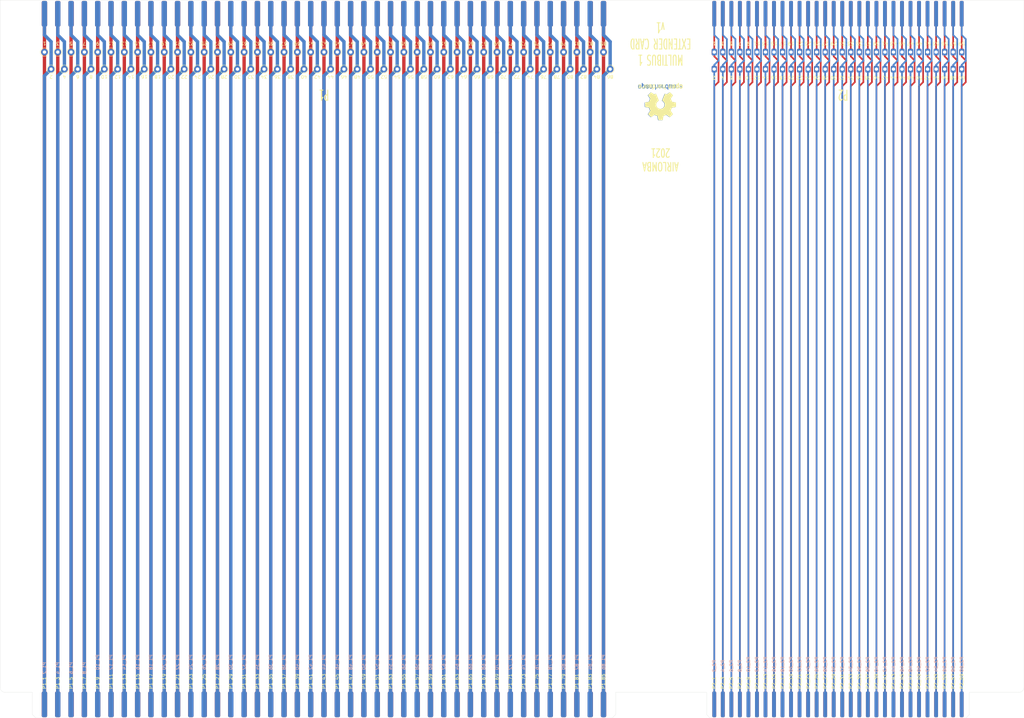
<source format=kicad_pcb>
(kicad_pcb (version 20171130) (host pcbnew 5.1.9+dfsg1-1~bpo10+1)
  (title_block (title "MULTIBUS 1 EXTENDER CARD") (date 2021-08-28) (rev 0) (company "AIRLOMBA DEVELOPMENT BUREAU"))
  (layers (0 F.Cu signal) (31 B.Cu signal) (34 B.Paste user) (35 F.Paste user) (36 B.SilkS user) (37 F.SilkS user) (38 B.Mask user) (39 F.Mask user) (44 Edge.Cuts user))
  (net 0 "")
  (net 1 "Net-(J100-Pad1)")
  (net 2 "Net-(J101-Pad1)")
  (net 3 "Net-(J102-Pad1)")
  (net 4 "Net-(J103-Pad1)")
  (net 5 "Net-(J104-Pad1)")
  (net 6 "Net-(J105-Pad1)")
  (net 7 "Net-(J106-Pad1)")
  (net 8 "Net-(J107-Pad1)")
  (net 9 "Net-(J108-Pad1)")
  (net 10 "Net-(J109-Pad1)")
  (net 11 "Net-(J110-Pad1)")
  (net 12 "Net-(J111-Pad1)")
  (net 13 "Net-(J112-Pad1)")
  (net 14 "Net-(J113-Pad1)")
  (net 15 "Net-(J114-Pad1)")
  (net 16 "Net-(J115-Pad1)")
  (net 17 "Net-(J116-Pad1)")
  (net 18 "Net-(J117-Pad1)")
  (net 19 "Net-(J118-Pad1)")
  (net 20 "Net-(J119-Pad1)")
  (net 21 "Net-(J120-Pad1)")
  (net 22 "Net-(J121-Pad1)")
  (net 23 "Net-(J122-Pad1)")
  (net 24 "Net-(J123-Pad1)")
  (net 25 "Net-(J124-Pad1)")
  (net 26 "Net-(J125-Pad1)")
  (net 27 "Net-(J126-Pad1)")
  (net 28 "Net-(J127-Pad1)")
  (net 29 "Net-(J128-Pad1)")
  (net 30 "Net-(J129-Pad1)")
  (net 31 "Net-(J130-Pad1)")
  (net 32 "Net-(J131-Pad1)")
  (net 33 "Net-(J132-Pad1)")
  (net 34 "Net-(J133-Pad1)")
  (net 35 "Net-(J134-Pad1)")
  (net 36 "Net-(J135-Pad1)")
  (net 37 "Net-(J136-Pad1)")
  (net 38 "Net-(J137-Pad1)")
  (net 39 "Net-(J138-Pad1)")
  (net 40 "Net-(J139-Pad1)")
  (net 41 "Net-(J140-Pad1)")
  (net 42 "Net-(J141-Pad1)")
  (net 43 "Net-(J142-Pad1)")
  (net 44 "Net-(J143-Pad1)")
  (net 45 "Net-(J144-Pad1)")
  (net 46 "Net-(J145-Pad1)")
  (net 47 "Net-(J146-Pad1)")
  (net 48 "Net-(J147-Pad1)")
  (net 49 "Net-(J148-Pad1)")
  (net 50 "Net-(J149-Pad1)")
  (net 51 "Net-(J150-Pad1)")
  (net 52 "Net-(J151-Pad1)")
  (net 53 "Net-(J152-Pad1)")
  (net 54 "Net-(J153-Pad1)")
  (net 55 "Net-(J154-Pad1)")
  (net 56 "Net-(J155-Pad1)")
  (net 57 "Net-(J156-Pad1)")
  (net 58 "Net-(J157-Pad1)")
  (net 59 "Net-(J158-Pad1)")
  (net 60 "Net-(J159-Pad1)")
  (net 61 "Net-(J160-Pad1)")
  (net 62 "Net-(J161-Pad1)")
  (net 63 "Net-(J162-Pad1)")
  (net 64 "Net-(J163-Pad1)")
  (net 65 "Net-(J164-Pad1)")
  (net 66 "Net-(J165-Pad1)")
  (net 67 "Net-(J166-Pad1)")
  (net 68 "Net-(J167-Pad1)")
  (net 69 "Net-(J168-Pad1)")
  (net 70 "Net-(J169-Pad1)")
  (net 71 "Net-(J170-Pad1)")
  (net 72 "Net-(J171-Pad1)")
  (net 73 "Net-(J172-Pad1)")
  (net 74 "Net-(J1-Pad1)")
  (net 75 "Net-(J2-Pad1)")
  (net 76 "Net-(J3-Pad1)")
  (net 77 "Net-(J4-Pad1)")
  (net 78 "Net-(J5-Pad1)")
  (net 79 "Net-(J6-Pad1)")
  (net 80 "Net-(J7-Pad1)")
  (net 81 "Net-(J8-Pad1)")
  (net 82 "Net-(J9-Pad1)")
  (net 83 "Net-(J10-Pad1)")
  (net 84 "Net-(J11-Pad1)")
  (net 85 "Net-(J12-Pad1)")
  (net 86 "Net-(J13-Pad1)")
  (net 87 "Net-(J173-Pad1)")
  (net 88 "Net-(J174-Pad1)")
  (net 89 "Net-(J175-Pad1)")
  (net 90 "Net-(J176-Pad1)")
  (net 91 "Net-(J177-Pad1)")
  (net 92 "Net-(J178-Pad1)")
  (net 93 "Net-(J179-Pad1)")
  (net 94 "Net-(J180-Pad1)")
  (net 95 "Net-(J181-Pad1)")
  (net 96 "Net-(J182-Pad1)")
  (net 97 "Net-(J183-Pad1)")
  (net 98 "Net-(J184-Pad1)")
  (net 99 "Net-(J185-Pad1)")
  (net 100 "Net-(J186-Pad1)")
  (net 101 "Net-(J187-Pad1)")
  (net 102 "Net-(J188-Pad1)")
  (net 103 "Net-(J189-Pad1)")
  (net 104 "Net-(J190-Pad1)")
  (net 105 "Net-(J191-Pad1)")
  (net 106 "Net-(J192-Pad1)")
  (net 107 "Net-(J193-Pad1)")
  (net 108 "Net-(J194-Pad1)")
  (net 109 "Net-(J195-Pad1)")
  (net 110 "Net-(J196-Pad1)")
  (net 111 "Net-(J197-Pad1)")
  (net 112 "Net-(J198-Pad1)")
  (net 113 "Net-(J199-Pad1)")
  (net 114 "Net-(J200-Pad1)")
  (net 115 "Net-(J201-Pad1)")
  (net 116 "Net-(J202-Pad1)")
  (net 117 "Net-(J203-Pad1)")
  (net 118 "Net-(J204-Pad1)")
  (net 119 "Net-(J205-Pad1)")
  (net 120 "Net-(J206-Pad1)")
  (net 121 "Net-(J207-Pad1)")
  (net 122 "Net-(J208-Pad1)")
  (net 123 "Net-(J209-Pad1)")
  (net 124 "Net-(J210-Pad1)")
  (net 125 "Net-(J211-Pad1)")
  (net 126 "Net-(J212-Pad1)")
  (net 127 "Net-(J213-Pad1)")
  (net 128 "Net-(J214-Pad1)")
  (net 129 "Net-(J215-Pad1)")
  (net 130 "Net-(J216-Pad1)")
  (net 131 "Net-(J217-Pad1)")
  (net 132 "Net-(J218-Pad1)")
  (net 133 "Net-(J219-Pad1)")
  (net 134 "Net-(J220-Pad1)")
  (net 135 "Net-(J221-Pad1)")
  (net 136 "Net-(J222-Pad1)")
  (net 137 "Net-(J223-Pad1)")
  (net 138 "Net-(J224-Pad1)")
  (net 139 "Net-(J225-Pad1)")
  (net 140 "Net-(J226-Pad1)")
  (net 141 "Net-(J227-Pad1)")
  (net 142 "Net-(J228-Pad1)")
  (net 143 "Net-(J229-Pad1)")
  (net 144 "Net-(J230-Pad1)")
  (net 145 "Net-(J231-Pad1)")
  (net 146 "Net-(J232-Pad1)")
  (module Symbol:OSHW-Logo2_14.6x12mm_Copper (layer B.Cu) (at 259.492 57.936)
    (fp_text reference REF** hide)
    (fp_text value OSHW-Logo2_14.6x12mm_Copper hide)
    (fp_poly (pts (xy -4.8281 -3.861903) (xy -4.71655 -3.917522) (xy -4.618092 -4.019931) (xy -4.590977 -4.057864) (xy -4.561438 -4.1075) (xy -4.542272 -4.161412) (xy -4.531307 -4.233364) (xy -4.526371 -4.337122) (xy -4.525287 -4.474101) (xy -4.530182 -4.661815) (xy -4.547196 -4.802758) (xy -4.579823 -4.907908) (xy -4.631558 -4.988243) (xy -4.705896 -5.054741) (xy -4.711358 -5.058678) (xy -4.78462 -5.098953) (xy -4.87284 -5.11888) (xy -4.985038 -5.123793) (xy -5.167433 -5.123793) (xy -5.167509 -5.300857) (xy -5.169207 -5.39947) (xy -5.17955 -5.457314) (xy -5.206578 -5.492006) (xy -5.258332 -5.521164) (xy -5.270761 -5.527121) (xy -5.328923 -5.555039) (xy -5.373956 -5.572672) (xy -5.407441 -5.574194) (xy -5.430962 -5.553781) (xy -5.4461 -5.505607) (xy -5.454437 -5.423846) (xy -5.457556 -5.302672) (xy -5.45704 -5.13626) (xy -5.454471 -4.918785) (xy -5.453668 -4.853736) (xy -5.450778 -4.629502) (xy -5.448188 -4.482821) (xy -5.167586 -4.482821) (xy -5.166009 -4.607326) (xy -5.159 -4.688787) (xy -5.143142 -4.742515) (xy -5.115019 -4.783823) (xy -5.095925 -4.803971) (xy -5.017865 -4.862921) (xy -4.948753 -4.86772) (xy -4.87744 -4.819038) (xy -4.875632 -4.817241) (xy -4.846617 -4.779618) (xy -4.828967 -4.728484) (xy -4.820064 -4.649738) (xy -4.817291 -4.529276) (xy -4.817241 -4.502588) (xy -4.823942 -4.336583) (xy -4.845752 -4.221505) (xy -4.885235 -4.151254) (xy -4.944956 -4.119729) (xy -4.979472 -4.116552) (xy -5.061389 -4.13146) (xy -5.117579 -4.180548) (xy -5.151402 -4.270362) (xy -5.16622 -4.407445) (xy -5.167586 -4.482821) (xy -5.448188 -4.482821) (xy -5.447713 -4.455952) (xy -5.443753 -4.325382) (xy -5.438174 -4.230087) (xy -5.430254 -4.162364) (xy -5.419269 -4.114507) (xy -5.404499 -4.078813) (xy -5.385218 -4.047578) (xy -5.376951 -4.035824) (xy -5.267288 -3.924797) (xy -5.128635 -3.861847) (xy -4.968246 -3.844297) (xy -4.8281 -3.861903)) (layer B.Cu) (width 0.01))
    (fp_poly (pts (xy -2.582571 -3.877719) (xy -2.488877 -3.931914) (xy -2.423736 -3.985707) (xy -2.376093 -4.042066) (xy -2.343272 -4.110987) (xy -2.322594 -4.202468) (xy -2.31138 -4.326506) (xy -2.306951 -4.493098) (xy -2.306437 -4.612851) (xy -2.306437 -5.053659) (xy -2.430517 -5.109283) (xy -2.554598 -5.164907) (xy -2.569195 -4.682095) (xy -2.575227 -4.501779) (xy -2.581555 -4.370901) (xy -2.589394 -4.280511) (xy -2.599963 -4.221664) (xy -2.614477 -4.185413) (xy -2.634152 -4.16281) (xy -2.640465 -4.157917) (xy -2.736112 -4.119706) (xy -2.832793 -4.134827) (xy -2.890345 -4.174943) (xy -2.913755 -4.20337) (xy -2.929961 -4.240672) (xy -2.940259 -4.297223) (xy -2.945951 -4.383394) (xy -2.948336 -4.509558) (xy -2.948736 -4.641042) (xy -2.948814 -4.805999) (xy -2.951639 -4.922761) (xy -2.961093 -5.00151) (xy -2.98106 -5.052431) (xy -3.015424 -5.085706) (xy -3.068068 -5.11152) (xy -3.138383 -5.138344) (xy -3.21518 -5.167542) (xy -3.206038 -4.649346) (xy -3.202357 -4.462539) (xy -3.19805 -4.32449) (xy -3.191877 -4.225568) (xy -3.182598 -4.156145) (xy -3.168973 -4.10659) (xy -3.149761 -4.067273) (xy -3.126598 -4.032584) (xy -3.014848 -3.92177) (xy -2.878487 -3.857689) (xy -2.730175 -3.842339) (xy -2.582571 -3.877719)) (layer B.Cu) (width 0.01))
    (fp_poly (pts (xy -5.951779 -3.866015) (xy -5.814939 -3.937968) (xy -5.713949 -4.053766) (xy -5.678075 -4.128213) (xy -5.650161 -4.239992) (xy -5.635871 -4.381227) (xy -5.634516 -4.535371) (xy -5.645405 -4.685879) (xy -5.667847 -4.816205) (xy -5.70115 -4.909803) (xy -5.711385 -4.925922) (xy -5.832618 -5.046249) (xy -5.976613 -5.118317) (xy -6.132861 -5.139408) (xy -6.290852 -5.106802) (xy -6.33482 -5.087253) (xy -6.420444 -5.027012) (xy -6.495592 -4.947135) (xy -6.502694 -4.937004) (xy -6.531561 -4.888181) (xy -6.550643 -4.83599) (xy -6.561916 -4.767285) (xy -6.567355 -4.668918) (xy -6.568938 -4.527744) (xy -6.568965 -4.496092) (xy -6.568893 -4.486019) (xy -6.277011 -4.486019) (xy -6.275313 -4.619256) (xy -6.268628 -4.707674) (xy -6.254575 -4.764785) (xy -6.230771 -4.804102) (xy -6.218621 -4.817241) (xy -6.148764 -4.867172) (xy -6.080941 -4.864895) (xy -6.012365 -4.821584) (xy -5.971465 -4.775346) (xy -5.947242 -4.707857) (xy -5.933639 -4.601433) (xy -5.932706 -4.58902) (xy -5.930384 -4.396147) (xy -5.95465 -4.2529) (xy -6.005176 -4.16016) (xy -6.081632 -4.118807) (xy -6.108924 -4.116552) (xy -6.180589 -4.127893) (xy -6.22961 -4.167184) (xy -6.259582 -4.242326) (xy -6.274101 -4.361222) (xy -6.277011 -4.486019) (xy -6.568893 -4.486019) (xy -6.567878 -4.345659) (xy -6.563312 -4.240549) (xy -6.553312 -4.167714) (xy -6.535921 -4.114108) (xy -6.509184 -4.066681) (xy -6.503276 -4.057864) (xy -6.403968 -3.939007) (xy -6.295758 -3.870008) (xy -6.164019 -3.842619) (xy -6.119283 -3.841281) (xy -5.951779 -3.866015)) (layer B.Cu) (width 0.01))
    (fp_poly (pts (xy -3.684448 -3.884676) (xy -3.569342 -3.962111) (xy -3.480389 -4.073949) (xy -3.427251 -4.216265) (xy -3.416503 -4.321015) (xy -3.417724 -4.364726) (xy -3.427944 -4.398194) (xy -3.456039 -4.428179) (xy -3.510884 -4.46144) (xy -3.601355 -4.504738) (xy -3.736328 -4.564833) (xy -3.737011 -4.565134) (xy -3.861249 -4.622037) (xy -3.963127 -4.672565) (xy -4.032233 -4.71128) (xy -4.058154 -4.73274) (xy -4.058161 -4.732913) (xy -4.035315 -4.779644) (xy -3.981891 -4.831154) (xy -3.920558 -4.868261) (xy -3.889485 -4.875632) (xy -3.804711 -4.850138) (xy -3.731707 -4.786291) (xy -3.696087 -4.716094) (xy -3.66182 -4.664343) (xy -3.594697 -4.605409) (xy -3.515792 -4.554496) (xy -3.446179 -4.526809) (xy -3.431623 -4.525287) (xy -3.415237 -4.550321) (xy -3.41425 -4.614311) (xy -3.426292 -4.700593) (xy -3.448993 -4.792501) (xy -3.479986 -4.873369) (xy -3.481552 -4.876509) (xy -3.574819 -5.006734) (xy -3.695696 -5.095311) (xy -3.832973 -5.138786) (xy -3.97544 -5.133706) (xy -4.111888 -5.076616) (xy -4.117955 -5.072602) (xy -4.22529 -4.975326) (xy -4.295868 -4.848409) (xy -4.334926 -4.681526) (xy -4.340168 -4.634639) (xy -4.349452 -4.413329) (xy -4.338322 -4.310124) (xy -4.058161 -4.310124) (xy -4.054521 -4.374503) (xy -4.034611 -4.393291) (xy -3.984974 -4.379235) (xy -3.906733 -4.346009) (xy -3.819274 -4.304359) (xy -3.817101 -4.303256) (xy -3.74297 -4.264265) (xy -3.713219 -4.238244) (xy -3.720555 -4.210965) (xy -3.751447 -4.175121) (xy -3.83004 -4.123251) (xy -3.914677 -4.119439) (xy -3.990597 -4.157189) (xy -4.043035 -4.230001) (xy -4.058161 -4.310124) (xy -4.338322 -4.310124) (xy -4.330356 -4.236261) (xy -4.281366 -4.095829) (xy -4.213164 -3.997447) (xy -4.090065 -3.89803) (xy -3.954472 -3.848711) (xy -3.816045 -3.845568) (xy -3.684448 -3.884676)) (layer B.Cu) (width 0.01))
    (fp_poly (pts (xy -1.255402 -3.723857) (xy -1.246846 -3.843188) (xy -1.237019 -3.913506) (xy -1.223401 -3.944179) (xy -1.203473 -3.944571) (xy -1.197011 -3.94091) (xy -1.11106 -3.914398) (xy -0.999255 -3.915946) (xy -0.885586 -3.943199) (xy -0.81449 -3.978455) (xy -0.741595 -4.034778) (xy -0.688307 -4.098519) (xy -0.651725 -4.17951) (xy -0.62895 -4.287586) (xy -0.617081 -4.43258) (xy -0.613218 -4.624326) (xy -0.613149 -4.661109) (xy -0.613103 -5.074288) (xy -0.705046 -5.106339) (xy -0.770348 -5.128144) (xy -0.806176 -5.138297) (xy -0.80723 -5.138391) (xy -0.810758 -5.11086) (xy -0.813761 -5.034923) (xy -0.81601 -4.920565) (xy -0.817276 -4.777769) (xy -0.817471 -4.690951) (xy -0.817877 -4.519773) (xy -0.819968 -4.397088) (xy -0.825053 -4.313) (xy -0.83444 -4.257614) (xy -0.849439 -4.221032) (xy -0.871358 -4.193359) (xy -0.885043 -4.180032) (xy -0.979051 -4.126328) (xy -1.081636 -4.122307) (xy -1.17471 -4.167725) (xy -1.191922 -4.184123) (xy -1.217168 -4.214957) (xy -1.23468 -4.251531) (xy -1.245858 -4.304415) (xy -1.252104 -4.384177) (xy -1.254818 -4.501385) (xy -1.255402 -4.662991) (xy -1.255402 -5.074288) (xy -1.347345 -5.106339) (xy -1.412647 -5.128144) (xy -1.448475 -5.138297) (xy -1.449529 -5.138391) (xy -1.452225 -5.110448) (xy -1.454655 -5.03163) (xy -1.456722 -4.909453) (xy -1.458329 -4.751432) (xy -1.459377 -4.565083) (xy -1.459769 -4.35792) (xy -1.45977 -4.348706) (xy -1.45977 -3.55902) (xy -1.364885 -3.518997) (xy -1.27 -3.478973) (xy -1.255402 -3.723857)) (layer B.Cu) (width 0.01))
    (fp_poly (pts (xy 0.079944 -3.92436) (xy 0.194343 -3.966842) (xy 0.195652 -3.967658) (xy 0.266403 -4.01973) (xy 0.318636 -4.080584) (xy 0.355371 -4.159887) (xy 0.379634 -4.267309) (xy 0.394445 -4.412517) (xy 0.402829 -4.605179) (xy 0.403564 -4.632628) (xy 0.41412 -5.046521) (xy 0.325291 -5.092456) (xy 0.261018 -5.123498) (xy 0.22221 -5.138206) (xy 0.220415 -5.138391) (xy 0.2137 -5.11125) (xy 0.208365 -5.038041) (xy 0.205083 -4.931081) (xy 0.204368 -4.844469) (xy 0.204351 -4.704162) (xy 0.197937 -4.616051) (xy 0.17558 -4.574025) (xy 0.127732 -4.571975) (xy 0.044849 -4.60379) (xy -0.080287 -4.662272) (xy -0.172303 -4.710845) (xy -0.219629 -4.752986) (xy -0.233542 -4.798916) (xy -0.233563 -4.801189) (xy -0.210605 -4.880311) (xy -0.14263 -4.923055) (xy -0.038602 -4.929246) (xy 0.03633 -4.928172) (xy 0.075839 -4.949753) (xy 0.100478 -5.001591) (xy 0.114659 -5.067632) (xy 0.094223 -5.105104) (xy 0.086528 -5.110467) (xy 0.014083 -5.132006) (xy -0.087367 -5.135055) (xy -0.191843 -5.120778) (xy -0.265875 -5.094688) (xy -0.368228 -5.007785) (xy -0.426409 -4.886816) (xy -0.437931 -4.792308) (xy -0.429138 -4.707062) (xy -0.39732 -4.637476) (xy -0.334316 -4.575672) (xy -0.231969 -4.513772) (xy -0.082118 -4.443897) (xy -0.072988 -4.439948) (xy 0.061997 -4.377588) (xy 0.145294 -4.326446) (xy 0.180997 -4.280488) (xy 0.173203 -4.233683) (xy 0.126007 -4.179998) (xy 0.111894 -4.167644) (xy 0.017359 -4.119741) (xy -0.080594 -4.121758) (xy -0.165903 -4.168724) (xy -0.222504 -4.255669) (xy -0.227763 -4.272734) (xy -0.278977 -4.355504) (xy -0.343963 -4.395372) (xy -0.437931 -4.434882) (xy -0.437931 -4.332658) (xy -0.409347 -4.184072) (xy -0.324505 -4.047784) (xy -0.280355 -4.002191) (xy -0.179995 -3.943674) (xy -0.052365 -3.917184) (xy 0.079944 -3.92436)) (layer B.Cu) (width 0.01))
    (fp_poly (pts (xy 1.065943 -3.92192) (xy 1.198565 -3.970859) (xy 1.30601 -4.057419) (xy 1.348032 -4.118352) (xy 1.393843 -4.230161) (xy 1.392891 -4.311006) (xy 1.344808 -4.365378) (xy 1.327017 -4.374624) (xy 1.250204 -4.40345) (xy 1.210976 -4.396065) (xy 1.197689 -4.347658) (xy 1.197012 -4.32092) (xy 1.172686 -4.222548) (xy 1.109281 -4.153734) (xy 1.021154 -4.120498) (xy 0.922663 -4.128861) (xy 0.842602 -4.172296) (xy 0.815561 -4.197072) (xy 0.796394 -4.227129) (xy 0.783446 -4.272565) (xy 0.775064 -4.343476) (xy 0.769593 -4.44996) (xy 0.765378 -4.602112) (xy 0.764287 -4.650287) (xy 0.760307 -4.815095) (xy 0.755781 -4.931088) (xy 0.748995 -5.007833) (xy 0.738231 -5.054893) (xy 0.721773 -5.081835) (xy 0.697906 -5.098223) (xy 0.682626 -5.105463) (xy 0.617733 -5.13022) (xy 0.579534 -5.138391) (xy 0.566912 -5.111103) (xy 0.559208 -5.028603) (xy 0.55638 -4.889941) (xy 0.558386 -4.694162) (xy 0.559011 -4.663965) (xy 0.563421 -4.485349) (xy 0.568635 -4.354923) (xy 0.576055 -4.262492) (xy 0.587082 -4.197858) (xy 0.603117 -4.150825) (xy 0.625561 -4.111196) (xy 0.637302 -4.094215) (xy 0.704619 -4.01908) (xy 0.77991 -3.960638) (xy 0.789128 -3.955536) (xy 0.924133 -3.91526) (xy 1.065943 -3.92192)) (layer B.Cu) (width 0.01))
    (fp_poly (pts (xy 2.393914 -4.154455) (xy 2.393543 -4.372661) (xy 2.392108 -4.540519) (xy 2.389002 -4.66607) (xy 2.383622 -4.757355) (xy 2.375362 -4.822415) (xy 2.363616 -4.869291) (xy 2.347781 -4.906024) (xy 2.33579 -4.926991) (xy 2.23649 -5.040694) (xy 2.110588 -5.111965) (xy 1.971291 -5.137538) (xy 1.831805 -5.11415) (xy 1.748743 -5.072119) (xy 1.661545 -4.999411) (xy 1.602117 -4.910612) (xy 1.566261 -4.79432) (xy 1.549781 -4.639135) (xy 1.547447 -4.525287) (xy 1.547761 -4.517106) (xy 1.751724 -4.517106) (xy 1.75297 -4.647657) (xy 1.758678 -4.73408) (xy 1.771804 -4.790618) (xy 1.795306 -4.831514) (xy 1.823386 -4.862362) (xy 1.917688 -4.921905) (xy 2.01894 -4.926992) (xy 2.114636 -4.877279) (xy 2.122084 -4.870543) (xy 2.153874 -4.835502) (xy 2.173808 -4.793811) (xy 2.1846 -4.731762) (xy 2.188965 -4.635644) (xy 2.189655 -4.529379) (xy 2.188159 -4.39588) (xy 2.181964 -4.306822) (xy 2.168514 -4.248293) (xy 2.145251 -4.206382) (xy 2.126175 -4.184123) (xy 2.037563 -4.127985) (xy 1.935508 -4.121235) (xy 1.838095 -4.164114) (xy 1.819296 -4.180032) (xy 1.787293 -4.215382) (xy 1.767318 -4.257502) (xy 1.756593 -4.320251) (xy 1.752339 -4.417487) (xy 1.751724 -4.517106) (xy 1.547761 -4.517106) (xy 1.554504 -4.341947) (xy 1.578472 -4.204195) (xy 1.623548 -4.100632) (xy 1.693928 -4.019856) (xy 1.748743 -3.978455) (xy 1.848376 -3.933728) (xy 1.963855 -3.912967) (xy 2.071199 -3.918525) (xy 2.131264 -3.940943) (xy 2.154835 -3.947323) (xy 2.170477 -3.923535) (xy 2.181395 -3.859788) (xy 2.189655 -3.762687) (xy 2.198699 -3.654541) (xy 2.211261 -3.589475) (xy 2.234119 -3.552268) (xy 2.274051 -3.527699) (xy 2.299138 -3.516819) (xy 2.394023 -3.477072) (xy 2.393914 -4.154455)) (layer B.Cu) (width 0.01))
    (fp_poly (pts (xy 3.580124 -3.93984) (xy 3.584579 -4.016653) (xy 3.588071 -4.133391) (xy 3.590315 -4.280821) (xy 3.591035 -4.435455) (xy 3.591035 -4.958727) (xy 3.498645 -5.051117) (xy 3.434978 -5.108047) (xy 3.379089 -5.131107) (xy 3.302702 -5.129647) (xy 3.27238 -5.125934) (xy 3.17761 -5.115126) (xy 3.099222 -5.108933) (xy 3.080115 -5.108361) (xy 3.015699 -5.112102) (xy 2.923571 -5.121494) (xy 2.88785 -5.125934) (xy 2.800114 -5.132801) (xy 2.741153 -5.117885) (xy 2.68269 -5.071835) (xy 2.661585 -5.051117) (xy 2.569195 -4.958727) (xy 2.569195 -3.979947) (xy 2.643558 -3.946066) (xy 2.70759 -3.92097) (xy 2.745052 -3.912184) (xy 2.754657 -3.93995) (xy 2.763635 -4.01753) (xy 2.771386 -4.136348) (xy 2.777314 -4.287828) (xy 2.780173 -4.415805) (xy 2.788161 -4.919425) (xy 2.857848 -4.929278) (xy 2.921229 -4.922389) (xy 2.952286 -4.900083) (xy 2.960967 -4.858379) (xy 2.968378 -4.769544) (xy 2.973931 -4.644834) (xy 2.977036 -4.495507) (xy 2.977484 -4.418661) (xy 2.977931 -3.976287) (xy 3.069874 -3.944235) (xy 3.134949 -3.922443) (xy 3.170347 -3.912281) (xy 3.171368 -3.912184) (xy 3.17492 -3.939809) (xy 3.178823 -4.016411) (xy 3.182751 -4.132579) (xy 3.186376 -4.278904) (xy 3.188908 -4.415805) (xy 3.196897 -4.919425) (xy 3.372069 -4.919425) (xy 3.380107 -4.459965) (xy 3.388146 -4.000505) (xy 3.473543 -3.956344) (xy 3.536593 -3.926019) (xy 3.57391 -3.912258) (xy 3.574987 -3.912184) (xy 3.580124 -3.93984)) (layer B.Cu) (width 0.01))
    (fp_poly (pts (xy 4.314406 -3.935156) (xy 4.398469 -3.973393) (xy 4.46445 -4.019726) (xy 4.512794 -4.071532) (xy 4.546172 -4.138363) (xy 4.567253 -4.229769) (xy 4.578707 -4.355301) (xy 4.583203 -4.524508) (xy 4.583678 -4.635933) (xy 4.583678 -5.070627) (xy 4.509316 -5.104509) (xy 4.450746 -5.129272) (xy 4.42173 -5.138391) (xy 4.416179 -5.111257) (xy 4.411775 -5.038094) (xy 4.409078 -4.931263) (xy 4.408506 -4.846437) (xy 4.406046 -4.723887) (xy 4.399412 -4.626668) (xy 4.389726 -4.567134) (xy 4.382032 -4.554483) (xy 4.330311 -4.567402) (xy 4.249117 -4.600539) (xy 4.155102 -4.645461) (xy 4.064917 -4.693735) (xy 3.995215 -4.736928) (xy 3.962648 -4.766608) (xy 3.962519 -4.766929) (xy 3.96532 -4.821857) (xy 3.990439 -4.874292) (xy 4.034541 -4.916881) (xy 4.098909 -4.931126) (xy 4.153921 -4.929466) (xy 4.231835 -4.928245) (xy 4.272732 -4.946498) (xy 4.297295 -4.994726) (xy 4.300392 -5.00382) (xy 4.31104 -5.072598) (xy 4.282565 -5.11436) (xy 4.208344 -5.134263) (xy 4.128168 -5.137944) (xy 3.98389 -5.110658) (xy 3.909203 -5.07169) (xy 3.816963 -4.980148) (xy 3.768043 -4.867782) (xy 3.763654 -4.749051) (xy 3.805001 -4.638411) (xy 3.867197 -4.56908) (xy 3.929294 -4.530265) (xy 4.026895 -4.481125) (xy 4.140632 -4.431292) (xy 4.15959 -4.423677) (xy 4.284521 -4.368545) (xy 4.356539 -4.319954) (xy 4.3797 -4.271647) (xy 4.358064 -4.21737) (xy 4.32092 -4.174943) (xy 4.233127 -4.122702) (xy 4.13653 -4.118784) (xy 4.047944 -4.159041) (xy 3.984186 -4.239326) (xy 3.975817 -4.26004) (xy 3.927096 -4.336225) (xy 3.855965 -4.392785) (xy 3.766207 -4.439201) (xy 3.766207 -4.307584) (xy 3.77149 -4.227168) (xy 3.794142 -4.163786) (xy 3.844367 -4.096163) (xy 3.892582 -4.044076) (xy 3.967554 -3.970322) (xy 4.025806 -3.930702) (xy 4.088372 -3.91481) (xy 4.159193 -3.912184) (xy 4.314406 -3.935156)) (layer B.Cu) (width 0.01))
    (fp_poly (pts (xy 5.33569 -3.940018) (xy 5.370585 -3.955269) (xy 5.453877 -4.021235) (xy 5.525103 -4.116618) (xy 5.569153 -4.218406) (xy 5.576322 -4.268587) (xy 5.552285 -4.338647) (xy 5.499561 -4.375717) (xy 5.443031 -4.398164) (xy 5.417146 -4.4023) (xy 5.404542 -4.372283) (xy 5.379654 -4.306961) (xy 5.368735 -4.277445) (xy 5.307508 -4.175348) (xy 5.218861 -4.124423) (xy 5.105193 -4.125989) (xy 5.096774 -4.127994) (xy 5.036088 -4.156767) (xy 4.991474 -4.212859) (xy 4.961002 -4.303163) (xy 4.942744 -4.434571) (xy 4.934771 -4.613974) (xy 4.934023 -4.709433) (xy 4.933652 -4.859913) (xy 4.931223 -4.962495) (xy 4.92476 -5.027672) (xy 4.912288 -5.065938) (xy 4.891833 -5.087785) (xy 4.861419 -5.103707) (xy 4.859661 -5.104509) (xy 4.801091 -5.129272) (xy 4.772075 -5.138391) (xy 4.767616 -5.110822) (xy 4.763799 -5.03462) (xy 4.760899 -4.919541) (xy 4.759191 -4.775341) (xy 4.758851 -4.669814) (xy 4.760588 -4.465613) (xy 4.767382 -4.310697) (xy 4.781607 -4.196024) (xy 4.805638 -4.112551) (xy 4.841848 -4.051236) (xy 4.892612 -4.003034) (xy 4.942739 -3.969393) (xy 5.063275 -3.924619) (xy 5.203557 -3.914521) (xy 5.33569 -3.940018)) (layer B.Cu) (width 0.01))
    (fp_poly (pts (xy 6.343439 -3.95654) (xy 6.45895 -4.032034) (xy 6.514664 -4.099617) (xy 6.558804 -4.222255) (xy 6.562309 -4.319298) (xy 6.554368 -4.449056) (xy 6.255115 -4.580039) (xy 6.109611 -4.646958) (xy 6.014537 -4.70079) (xy 5.965101 -4.747416) (xy 5.956511 -4.79272) (xy 5.983972 -4.842582) (xy 6.014253 -4.875632) (xy 6.102363 -4.928633) (xy 6.198196 -4.932347) (xy 6.286212 -4.891041) (xy 6.350869 -4.808983) (xy 6.362433 -4.780008) (xy 6.417825 -4.689509) (xy 6.481553 -4.65094) (xy 6.568966 -4.617946) (xy 6.568966 -4.743034) (xy 6.561238 -4.828156) (xy 6.530966 -4.899938) (xy 6.467518 -4.982356) (xy 6.458088 -4.993066) (xy 6.387513 -5.066391) (xy 6.326847 -5.105742) (xy 6.25095 -5.123845) (xy 6.18803 -5.129774) (xy 6.075487 -5.131251) (xy 5.99537 -5.112535) (xy 5.94539 -5.084747) (xy 5.866838 -5.023641) (xy 5.812463 -4.957554) (xy 5.778052 -4.874441) (xy 5.759388 -4.762254) (xy 5.752256 -4.608946) (xy 5.751687 -4.531136) (xy 5.753622 -4.437853) (xy 5.929899 -4.437853) (xy 5.931944 -4.487896) (xy 5.937039 -4.496092) (xy 5.970666 -4.484958) (xy 6.04303 -4.455493) (xy 6.139747 -4.413601) (xy 6.159973 -4.404597) (xy 6.282203 -4.342442) (xy 6.349547 -4.287815) (xy 6.364348 -4.236649) (xy 6.328947 -4.184876) (xy 6.299711 -4.162) (xy 6.194216 -4.11625) (xy 6.095476 -4.123808) (xy 6.012812 -4.179651) (xy 5.955548 -4.278753) (xy 5.937188 -4.357414) (xy 5.929899 -4.437853) (xy 5.753622 -4.437853) (xy 5.755459 -4.349351) (xy 5.769359 -4.214853) (xy 5.796894 -4.116916) (xy 5.841572 -4.044811) (xy 5.906901 -3.987813) (xy 5.935383 -3.969393) (xy 6.064763 -3.921422) (xy 6.206412 -3.918403) (xy 6.343439 -3.95654)) (layer B.Cu) (width 0.01))
    (fp_poly (pts (xy 0.209014 5.547002) (xy 0.367006 5.546137) (xy 0.481347 5.543795) (xy 0.559407 5.539238) (xy 0.608554 5.53173) (xy 0.636159 5.520534) (xy 0.649592 5.504912) (xy 0.656221 5.484127) (xy 0.656865 5.481437) (xy 0.666935 5.432887) (xy 0.685575 5.337095) (xy 0.710845 5.204257) (xy 0.740807 5.044569) (xy 0.773522 4.868226) (xy 0.774664 4.862033) (xy 0.807433 4.689218) (xy 0.838093 4.536531) (xy 0.864664 4.413129) (xy 0.885167 4.328169) (xy 0.897626 4.29081) (xy 0.89822 4.290148) (xy 0.934919 4.271905) (xy 1.010586 4.241503) (xy 1.108878 4.205507) (xy 1.109425 4.205315) (xy 1.233233 4.158778) (xy 1.379196 4.099496) (xy 1.516781 4.039891) (xy 1.523293 4.036944) (xy 1.74739 3.935235) (xy 2.243619 4.274103) (xy 2.395846 4.377408) (xy 2.533741 4.469763) (xy 2.649315 4.545916) (xy 2.734579 4.600615) (xy 2.781544 4.628607) (xy 2.786004 4.630683) (xy 2.820134 4.62144) (xy 2.883881 4.576844) (xy 2.979731 4.494791) (xy 3.110169 4.373179) (xy 3.243328 4.243795) (xy 3.371694 4.116298) (xy 3.486581 3.999954) (xy 3.581073 3.901948) (xy 3.648253 3.829464) (xy 3.681206 3.789687) (xy 3.682432 3.787639) (xy 3.686074 3.760344) (xy 3.67235 3.715766) (xy 3.637869 3.647888) (xy 3.579239 3.550689) (xy 3.49307 3.418149) (xy 3.3782 3.247524) (xy 3.276254 3.097345) (xy 3.185123 2.96265) (xy 3.110073 2.85126) (xy 3.056369 2.770995) (xy 3.02928 2.729675) (xy 3.027574 2.72687) (xy 3.030882 2.687279) (xy 3.055953 2.610331) (xy 3.097798 2.510568) (xy 3.112712 2.478709) (xy 3.177786 2.336774) (xy 3.247212 2.175727) (xy 3.303609 2.036379) (xy 3.344247 1.932956) (xy 3.376526 1.854358) (xy 3.395178 1.81328) (xy 3.397497 1.810115) (xy 3.431803 1.804872) (xy 3.512669 1.790506) (xy 3.629343 1.769063) (xy 3.771075 1.742587) (xy 3.92711 1.713123) (xy 4.086698 1.682717) (xy 4.239085 1.653412) (xy 4.373521 1.627255) (xy 4.479252 1.60629) (xy 4.545526 1.592561) (xy 4.561782 1.58868) (xy 4.578573 1.5791) (xy 4.591249 1.557464) (xy 4.600378 1.516469) (xy 4.606531 1.448811) (xy 4.61028 1.347188) (xy 4.612192 1.204297) (xy 4.61284 1.012835) (xy 4.612874 0.934355) (xy 4.612874 0.296094) (xy 4.459598 0.26584) (xy 4.374322 0.249436) (xy 4.24707 0.225491) (xy 4.093315 0.196893) (xy 3.928534 0.166533) (xy 3.882989 0.158194) (xy 3.730932 0.12863) (xy 3.598468 0.099558) (xy 3.496714 0.073671) (xy 3.436788 0.053663) (xy 3.426805 0.047699) (xy 3.402293 0.005466) (xy 3.367148 -0.07637) (xy 3.328173 -0.181683) (xy 3.320442 -0.204368) (xy 3.26936 -0.345018) (xy 3.205954 -0.503714) (xy 3.143904 -0.646225) (xy 3.143598 -0.646886) (xy 3.040267 -0.87044) (xy 3.719961 -1.870232) (xy 3.283621 -2.3073) (xy 3.151649 -2.437381) (xy 3.031279 -2.552048) (xy 2.929273 -2.645181) (xy 2.852391 -2.710658) (xy 2.807393 -2.742357) (xy 2.800938 -2.744368) (xy 2.76304 -2.728529) (xy 2.685708 -2.684496) (xy 2.577389 -2.61749) (xy 2.446532 -2.532734) (xy 2.305052 -2.437816) (xy 2.161461 -2.340998) (xy 2.033435 -2.256751) (xy 1.929105 -2.190258) (xy 1.8566 -2.146702) (xy 1.824158 -2.131264) (xy 1.784576 -2.144328) (xy 1.709519 -2.17875) (xy 1.614468 -2.22738) (xy 1.604392 -2.232785) (xy 1.476391 -2.29698) (xy 1.388618 -2.328463) (xy 1.334028 -2.328798) (xy 1.305575 -2.299548) (xy 1.30541 -2.299138) (xy 1.291188 -2.264498) (xy 1.257269 -2.182269) (xy 1.206284 -2.058814) (xy 1.140862 -1.900498) (xy 1.063634 -1.713686) (xy 0.977229 -1.504742) (xy 0.893551 -1.302446) (xy 0.801588 -1.0792) (xy 0.71715 -0.872392) (xy 0.642769 -0.688362) (xy 0.580974 -0.533451) (xy 0.534297 -0.413996) (xy 0.505268 -0.336339) (xy 0.496322 -0.307356) (xy 0.518756 -0.27411) (xy 0.577439 -0.221123) (xy 0.655689 -0.162704) (xy 0.878534 0.022048) (xy 1.052718 0.233818) (xy 1.176154 0.468144) (xy 1.246754 0.720566) (xy 1.262431 0.986623) (xy 1.251036 1.109425) (xy 1.18895 1.364207) (xy 1.082023 1.589199) (xy 0.936889 1.782183) (xy 0.760178 1.940939) (xy 0.558522 2.06325) (xy 0.338554 2.146895) (xy 0.106906 2.189656) (xy -0.129791 2.189313) (xy -0.364905 2.143648) (xy -0.591804 2.050441) (xy -0.803856 1.907473) (xy -0.892364 1.826617) (xy -1.062111 1.618993) (xy -1.180301 1.392105) (xy -1.247722 1.152567) (xy -1.26516 0.906993) (xy -1.233402 0.661997) (xy -1.153235 0.424192) (xy -1.025445 0.200193) (xy -0.85082 -0.003387) (xy -0.655688 -0.162704) (xy -0.574409 -0.223602) (xy -0.516991 -0.276015) (xy -0.496322 -0.307406) (xy -0.507144 -0.341639) (xy -0.537923 -0.423419) (xy -0.586126 -0.546407) (xy -0.649222 -0.704263) (xy -0.724678 -0.890649) (xy -0.809962 -1.099226) (xy -0.893781 -1.302496) (xy -0.986255 -1.525933) (xy -1.071911 -1.732984) (xy -1.148118 -1.917286) (xy -1.212247 -2.072475) (xy -1.261668 -2.192188) (xy -1.293752 -2.270061) (xy -1.305641 -2.299138) (xy -1.333726 -2.328677) (xy -1.388051 -2.328591) (xy -1.475605 -2.297326) (xy -1.603381 -2.233329) (xy -1.604392 -2.232785) (xy -1.700598 -2.183121) (xy -1.778369 -2.146945) (xy -1.822223 -2.131408) (xy -1.824158 -2.131264) (xy -1.857171 -2.147024) (xy -1.930054 -2.19085) (xy -2.034678 -2.257557) (xy -2.16291 -2.341964) (xy -2.305052 -2.437816) (xy -2.449767 -2.534867) (xy -2.580196 -2.61927) (xy -2.68789 -2.685801) (xy -2.764402 -2.729238) (xy -2.800938 -2.744368) (xy -2.834582 -2.724482) (xy -2.902224 -2.668903) (xy -2.997107 -2.583754) (xy -3.11247 -2.475153) (xy -3.241555 -2.349221) (xy -3.283771 -2.307149) (xy -3.720261 -1.869931) (xy -3.388023 -1.38234) (xy -3.287054 -1.232605) (xy -3.198438 -1.09822) (xy -3.127146 -0.986969) (xy -3.07815 -0.906639) (xy -3.056422 -0.865014) (xy -3.055785 -0.862053) (xy -3.06724 -0.822818) (xy -3.098051 -0.743895) (xy -3.142884 -0.638509) (xy -3.174353 -0.567954) (xy -3.233192 -0.432876) (xy -3.288604 -0.296409) (xy -3.331564 -0.181103) (xy -3.343234 -0.145977) (xy -3.376389 -0.052174) (xy -3.408799 0.020306) (xy -3.426601 0.047699) (xy -3.465886 0.064464) (xy -3.551626 0.08823) (xy -3.672697 0.116303) (xy -3.817973 0.145991) (xy -3.882988 0.158194) (xy -4.048087 0.188532) (xy -4.206448 0.217907) (xy -4.342596 0.243431) (xy -4.441057 0.262215) (xy -4.459598 0.26584) (xy -4.612873 0.296094) (xy -4.612873 0.934355) (xy -4.612529 1.14423) (xy -4.611116 1.30302) (xy -4.608064 1.418027) (xy -4.602803 1.496554) (xy -4.594763 1.545904) (xy -4.583373 1.573381) (xy -4.568063 1.586287) (xy -4.561782 1.58868) (xy -4.523896 1.597167) (xy -4.440195 1.6141) (xy -4.321433 1.637434) (xy -4.178361 1.665125) (xy -4.021732 1.695127) (xy -3.862297 1.725396) (xy -3.710809 1.753885) (xy -3.578019 1.778551) (xy -3.474681 1.797349) (xy -3.411545 1.808233) (xy -3.397497 1.810115) (xy -3.38477 1.835296) (xy -3.3566 1.902378) (xy -3.318252 1.998667) (xy -3.303609 2.036379) (xy -3.244548 2.182079) (xy -3.175 2.343049) (xy -3.112712 2.478709) (xy -3.066879 2.582439) (xy -3.036387 2.667674) (xy -3.026208 2.719874) (xy -3.027831 2.72687) (xy -3.049343 2.759898) (xy -3.098465 2.833357) (xy -3.169923 2.939423) (xy -3.258445 3.070274) (xy -3.358759 3.218088) (xy -3.378594 3.247266) (xy -3.494988 3.420137) (xy -3.580548 3.551774) (xy -3.638684 3.648239) (xy -3.672808 3.715592) (xy -3.686331 3.759894) (xy -3.682664 3.787206) (xy -3.68257 3.78738) (xy -3.653707 3.823254) (xy -3.589867 3.892609) (xy -3.497969 3.988255) (xy -3.384933 4.103001) (xy -3.257679 4.229659) (xy -3.243328 4.243795) (xy -3.082957 4.399097) (xy -2.959195 4.51313) (xy -2.869555 4.587998) (xy -2.811552 4.625804) (xy -2.786004 4.630683) (xy -2.748718 4.609397) (xy -2.671343 4.560227) (xy -2.561867 4.488425) (xy -2.42828 4.399245) (xy -2.27857 4.297937) (xy -2.243618 4.274103) (xy -1.74739 3.935235) (xy -1.523293 4.036944) (xy -1.387011 4.096217) (xy -1.240724 4.15583) (xy -1.114965 4.20336) (xy -1.109425 4.205315) (xy -1.011057 4.241323) (xy -0.935229 4.271771) (xy -0.898282 4.290095) (xy -0.89822 4.290148) (xy -0.886496 4.323271) (xy -0.866568 4.404733) (xy -0.840413 4.525375) (xy -0.81001 4.676041) (xy -0.777337 4.847572) (xy -0.774664 4.862033) (xy -0.74189 5.038765) (xy -0.711802 5.19919) (xy -0.686339 5.333112) (xy -0.667441 5.430337) (xy -0.657047 5.480668) (xy -0.656865 5.481437) (xy -0.650539 5.502847) (xy -0.638239 5.519012) (xy -0.612594 5.530669) (xy -0.566235 5.538555) (xy -0.491792 5.543407) (xy -0.381895 5.545961) (xy -0.229175 5.546955) (xy -0.026262 5.547126) (xy 0 5.547126) (xy 0.209014 5.547002)) (layer B.Cu) (width 0.01))
  )
  (module Symbol:OSHW-Logo2_14.6x12mm_SilkScreen (layer F.Cu) (at 259.588 57.912 180)
    (fp_text reference REF** hide)
    (fp_text value OSHW-Logo2_14.6x12mm_SilkScreen hide)
  )
  (module MBext:P1 (layer F.Cu) (at 76.2 35.56)
    (fp_text reference J87 hide)
    (fp_text value Conn_01x01_Female hide)
    (pad 1 connect roundrect (at 0 -3.81) (size 1.6002 7.62) (layers F.Cu F.Mask) (net 74 "Net-(J1-Pad1)"))
  )
  (module MBext:P1 (layer F.Cu) (at 80.1624 35.56)
    (fp_text reference J88 hide)
    (fp_text value Conn_01x01_Female hide)
    (pad 1 connect roundrect (at 0 -3.81) (size 1.6002 7.62) (layers F.Cu F.Mask) (net 75 "Net-(J2-Pad1)"))
  )
  (module MBext:P1 (layer F.Cu) (at 84.1248 35.56)
    (fp_text reference J89 hide)
    (fp_text value Conn_01x01_Female hide)
    (pad 1 connect roundrect (at 0 -3.81) (size 1.6002 7.62) (layers F.Cu F.Mask) (net 76 "Net-(J3-Pad1)"))
  )
  (module MBext:P1 (layer F.Cu) (at 88.0872 35.56)
    (fp_text reference J90 hide)
    (fp_text value Conn_01x01_Female hide)
    (pad 1 connect roundrect (at 0 -3.81) (size 1.6002 7.62) (layers F.Cu F.Mask) (net 77 "Net-(J4-Pad1)"))
  )
  (module MBext:P1 (layer F.Cu) (at 92.0496 35.56)
    (fp_text reference J91 hide)
    (fp_text value Conn_01x01_Female hide)
    (pad 1 connect roundrect (at 0 -3.81) (size 1.6002 7.62) (layers F.Cu F.Mask) (net 78 "Net-(J5-Pad1)"))
  )
  (module MBext:P1 (layer F.Cu) (at 96.012 35.56)
    (fp_text reference J92 hide)
    (fp_text value Conn_01x01_Female hide)
    (pad 1 connect roundrect (at 0 -3.81) (size 1.6002 7.62) (layers F.Cu F.Mask) (net 79 "Net-(J6-Pad1)"))
  )
  (module MBext:P1 (layer F.Cu) (at 99.9744 35.56)
    (fp_text reference J93 hide)
    (fp_text value Conn_01x01_Female hide)
    (pad 1 connect roundrect (at 0 -3.81) (size 1.6002 7.62) (layers F.Cu F.Mask) (net 80 "Net-(J7-Pad1)"))
  )
  (module MBext:P1 (layer F.Cu) (at 103.9368 35.56)
    (fp_text reference J94 hide)
    (fp_text value Conn_01x01_Female hide)
    (pad 1 connect roundrect (at 0 -3.81) (size 1.6002 7.62) (layers F.Cu F.Mask) (net 81 "Net-(J8-Pad1)"))
  )
  (module MBext:P1 (layer F.Cu) (at 107.8992 35.56)
    (fp_text reference J95 hide)
    (fp_text value Conn_01x01_Female hide)
    (pad 1 connect roundrect (at 0 -3.81) (size 1.6002 7.62) (layers F.Cu F.Mask) (net 82 "Net-(J9-Pad1)"))
  )
  (module MBext:P1 (layer F.Cu) (at 111.8616 35.56)
    (fp_text reference J96 hide)
    (fp_text value Conn_01x01_Female hide)
    (pad 1 connect roundrect (at 0 -3.81) (size 1.6002 7.62) (layers F.Cu F.Mask) (net 83 "Net-(J10-Pad1)"))
  )
  (module MBext:P1 (layer F.Cu) (at 115.824 35.56)
    (fp_text reference J97 hide)
    (fp_text value Conn_01x01_Female hide)
    (pad 1 connect roundrect (at 0 -3.81) (size 1.6002 7.62) (layers F.Cu F.Mask) (net 84 "Net-(J11-Pad1)"))
  )
  (module MBext:P1 (layer F.Cu) (at 119.7864 35.56)
    (fp_text reference J98 hide)
    (fp_text value Conn_01x01_Female hide)
    (pad 1 connect roundrect (at 0 -3.81) (size 1.6002 7.62) (layers F.Cu F.Mask) (net 85 "Net-(J12-Pad1)"))
  )
  (module MBext:P1 (layer F.Cu) (at 123.7488 35.56)
    (fp_text reference J99 hide)
    (fp_text value Conn_01x01_Female hide)
    (pad 1 connect roundrect (at 0 -3.81) (size 1.6002 7.62) (layers F.Cu F.Mask) (net 86 "Net-(J13-Pad1)"))
  )
  (module MBext:P1 (layer F.Cu) (at 127.7112 35.56)
    (fp_text reference J100 hide)
    (fp_text value Conn_01x01_Female hide)
    (pad 1 connect roundrect (at 0 -3.81) (size 1.6002 7.62) (layers F.Cu F.Mask) (net 1 "Net-(J100-Pad1)"))
  )
  (module MBext:P1 (layer F.Cu) (at 131.6736 35.56)
    (fp_text reference J101 hide)
    (fp_text value Conn_01x01_Female hide)
    (pad 1 connect roundrect (at 0 -3.81) (size 1.6002 7.62) (layers F.Cu F.Mask) (net 2 "Net-(J101-Pad1)"))
  )
  (module MBext:P1 (layer F.Cu) (at 135.636 35.56)
    (fp_text reference J102 hide)
    (fp_text value Conn_01x01_Female hide)
    (pad 1 connect roundrect (at 0 -3.81) (size 1.6002 7.62) (layers F.Cu F.Mask) (net 3 "Net-(J102-Pad1)"))
  )
  (module MBext:P1 (layer F.Cu) (at 139.5984 35.56)
    (fp_text reference J103 hide)
    (fp_text value Conn_01x01_Female hide)
    (pad 1 connect roundrect (at 0 -3.81) (size 1.6002 7.62) (layers F.Cu F.Mask) (net 4 "Net-(J103-Pad1)"))
  )
  (module MBext:P1 (layer F.Cu) (at 143.5608 35.56)
    (fp_text reference J104 hide)
    (fp_text value Conn_01x01_Female hide)
    (pad 1 connect roundrect (at 0 -3.81) (size 1.6002 7.62) (layers F.Cu F.Mask) (net 5 "Net-(J104-Pad1)"))
  )
  (module MBext:P1 (layer F.Cu) (at 147.5232 35.56)
    (fp_text reference J105 hide)
    (fp_text value Conn_01x01_Female hide)
    (pad 1 connect roundrect (at 0 -3.81) (size 1.6002 7.62) (layers F.Cu F.Mask) (net 6 "Net-(J105-Pad1)"))
  )
  (module MBext:P1 (layer F.Cu) (at 151.4856 35.56)
    (fp_text reference J106 hide)
    (fp_text value Conn_01x01_Female hide)
    (pad 1 connect roundrect (at 0 -3.81) (size 1.6002 7.62) (layers F.Cu F.Mask) (net 7 "Net-(J106-Pad1)"))
  )
  (module MBext:P1 (layer F.Cu) (at 155.448 35.56)
    (fp_text reference J107 hide)
    (fp_text value Conn_01x01_Female hide)
    (pad 1 connect roundrect (at 0 -3.81) (size 1.6002 7.62) (layers F.Cu F.Mask) (net 8 "Net-(J107-Pad1)"))
  )
  (module MBext:P1 (layer F.Cu) (at 159.4104 35.56)
    (fp_text reference J108 hide)
    (fp_text value Conn_01x01_Female hide)
    (pad 1 connect roundrect (at 0 -3.81) (size 1.6002 7.62) (layers F.Cu F.Mask) (net 9 "Net-(J108-Pad1)"))
  )
  (module MBext:P1 (layer F.Cu) (at 163.3728 35.56)
    (fp_text reference J109 hide)
    (fp_text value Conn_01x01_Female hide)
    (pad 1 connect roundrect (at 0 -3.81) (size 1.6002 7.62) (layers F.Cu F.Mask) (net 10 "Net-(J109-Pad1)"))
  )
  (module MBext:P1 (layer F.Cu) (at 167.3352 35.56)
    (fp_text reference J110 hide)
    (fp_text value Conn_01x01_Female hide)
    (pad 1 connect roundrect (at 0 -3.81) (size 1.6002 7.62) (layers F.Cu F.Mask) (net 11 "Net-(J110-Pad1)"))
  )
  (module MBext:P1 (layer F.Cu) (at 171.2976 35.56)
    (fp_text reference J111 hide)
    (fp_text value Conn_01x01_Female hide)
    (pad 1 connect roundrect (at 0 -3.81) (size 1.6002 7.62) (layers F.Cu F.Mask) (net 12 "Net-(J111-Pad1)"))
  )
  (module MBext:P1 (layer F.Cu) (at 175.26 35.56)
    (fp_text reference J112 hide)
    (fp_text value Conn_01x01_Female hide)
    (pad 1 connect roundrect (at 0 -3.81) (size 1.6002 7.62) (layers F.Cu F.Mask) (net 13 "Net-(J112-Pad1)"))
  )
  (module MBext:P1 (layer F.Cu) (at 179.2224 35.56)
    (fp_text reference J113 hide)
    (fp_text value Conn_01x01_Female hide)
    (pad 1 connect roundrect (at 0 -3.81) (size 1.6002 7.62) (layers F.Cu F.Mask) (net 14 "Net-(J113-Pad1)"))
  )
  (module MBext:P1 (layer F.Cu) (at 183.1848 35.56)
    (fp_text reference J114 hide)
    (fp_text value Conn_01x01_Female hide)
    (pad 1 connect roundrect (at 0 -3.81) (size 1.6002 7.62) (layers F.Cu F.Mask) (net 15 "Net-(J114-Pad1)"))
  )
  (module MBext:P1 (layer F.Cu) (at 187.1472 35.56)
    (fp_text reference J115 hide)
    (fp_text value Conn_01x01_Female hide)
    (pad 1 connect roundrect (at 0 -3.81) (size 1.6002 7.62) (layers F.Cu F.Mask) (net 16 "Net-(J115-Pad1)"))
  )
  (module MBext:P1 (layer F.Cu) (at 191.1096 35.56)
    (fp_text reference J116 hide)
    (fp_text value Conn_01x01_Female hide)
    (pad 1 connect roundrect (at 0 -3.81) (size 1.6002 7.62) (layers F.Cu F.Mask) (net 17 "Net-(J116-Pad1)"))
  )
  (module MBext:P1 (layer F.Cu) (at 195.072 35.56)
    (fp_text reference J117 hide)
    (fp_text value Conn_01x01_Female hide)
    (pad 1 connect roundrect (at 0 -3.81) (size 1.6002 7.62) (layers F.Cu F.Mask) (net 18 "Net-(J117-Pad1)"))
  )
  (module MBext:P1 (layer F.Cu) (at 199.0344 35.56)
    (fp_text reference J118 hide)
    (fp_text value Conn_01x01_Female hide)
    (pad 1 connect roundrect (at 0 -3.81) (size 1.6002 7.62) (layers F.Cu F.Mask) (net 19 "Net-(J118-Pad1)"))
  )
  (module MBext:P1 (layer F.Cu) (at 202.9968 35.56)
    (fp_text reference J119 hide)
    (fp_text value Conn_01x01_Female hide)
    (pad 1 connect roundrect (at 0 -3.81) (size 1.6002 7.62) (layers F.Cu F.Mask) (net 20 "Net-(J119-Pad1)"))
  )
  (module MBext:P1 (layer F.Cu) (at 206.9592 35.56)
    (fp_text reference J120 hide)
    (fp_text value Conn_01x01_Female hide)
    (pad 1 connect roundrect (at 0 -3.81) (size 1.6002 7.62) (layers F.Cu F.Mask) (net 21 "Net-(J120-Pad1)"))
  )
  (module MBext:P1 (layer F.Cu) (at 210.9216 35.56)
    (fp_text reference J121 hide)
    (fp_text value Conn_01x01_Female hide)
    (pad 1 connect roundrect (at 0 -3.81) (size 1.6002 7.62) (layers F.Cu F.Mask) (net 22 "Net-(J121-Pad1)"))
  )
  (module MBext:P1 (layer F.Cu) (at 214.884 35.56)
    (fp_text reference J122 hide)
    (fp_text value Conn_01x01_Female hide)
    (pad 1 connect roundrect (at 0 -3.81) (size 1.6002 7.62) (layers F.Cu F.Mask) (net 23 "Net-(J122-Pad1)"))
  )
  (module MBext:P1 (layer F.Cu) (at 218.8464 35.56)
    (fp_text reference J123 hide)
    (fp_text value Conn_01x01_Female hide)
    (pad 1 connect roundrect (at 0 -3.81) (size 1.6002 7.62) (layers F.Cu F.Mask) (net 24 "Net-(J123-Pad1)"))
  )
  (module MBext:P1 (layer F.Cu) (at 222.8088 35.56)
    (fp_text reference J124 hide)
    (fp_text value Conn_01x01_Female hide)
    (pad 1 connect roundrect (at 0 -3.81) (size 1.6002 7.62) (layers F.Cu F.Mask) (net 25 "Net-(J124-Pad1)"))
  )
  (module MBext:P1 (layer F.Cu) (at 226.7712 35.56)
    (fp_text reference J125 hide)
    (fp_text value Conn_01x01_Female hide)
    (pad 1 connect roundrect (at 0 -3.81) (size 1.6002 7.62) (layers F.Cu F.Mask) (net 26 "Net-(J125-Pad1)"))
  )
  (module MBext:P1 (layer F.Cu) (at 230.7336 35.56)
    (fp_text reference J126 hide)
    (fp_text value Conn_01x01_Female hide)
    (pad 1 connect roundrect (at 0 -3.81) (size 1.6002 7.62) (layers F.Cu F.Mask) (net 27 "Net-(J126-Pad1)"))
  )
  (module MBext:P1 (layer F.Cu) (at 234.696 35.56)
    (fp_text reference J127 hide)
    (fp_text value Conn_01x01_Female hide)
    (pad 1 connect roundrect (at 0 -3.81) (size 1.6002 7.62) (layers F.Cu F.Mask) (net 28 "Net-(J127-Pad1)"))
  )
  (module MBext:P1 (layer F.Cu) (at 238.6584 35.56)
    (fp_text reference J128 hide)
    (fp_text value Conn_01x01_Female hide)
    (pad 1 connect roundrect (at 0 -3.81) (size 1.6002 7.62) (layers F.Cu F.Mask) (net 29 "Net-(J128-Pad1)"))
  )
  (module MBext:P1 (layer F.Cu) (at 242.6208 35.56)
    (fp_text reference J129 hide)
    (fp_text value Conn_01x01_Female hide)
    (pad 1 connect roundrect (at 0 -3.81) (size 1.6002 7.62) (layers F.Cu F.Mask) (net 30 "Net-(J129-Pad1)"))
  )
  (module MBext:P1 (layer B.Cu) (at 76.2 27.94)
    (fp_text reference J130 hide)
    (fp_text value Conn_01x01_Female hide)
    (pad 1 connect roundrect (at 0 3.81) (size 1.6002 7.62) (layers B.Cu B.Mask) (net 31 "Net-(J130-Pad1)"))
  )
  (module MBext:P1 (layer B.Cu) (at 80.1624 27.94)
    (fp_text reference J131 hide)
    (fp_text value Conn_01x01_Female hide)
    (pad 1 connect roundrect (at 0 3.81) (size 1.6002 7.62) (layers B.Cu B.Mask) (net 32 "Net-(J131-Pad1)"))
  )
  (module MBext:P1 (layer B.Cu) (at 84.1248 27.94)
    (fp_text reference J132 hide)
    (fp_text value Conn_01x01_Female hide)
    (pad 1 connect roundrect (at 0 3.81) (size 1.6002 7.62) (layers B.Cu B.Mask) (net 33 "Net-(J132-Pad1)"))
  )
  (module MBext:P1 (layer B.Cu) (at 88.0872 27.94)
    (fp_text reference J133 hide)
    (fp_text value Conn_01x01_Female hide)
    (pad 1 connect roundrect (at 0 3.81) (size 1.6002 7.62) (layers B.Cu B.Mask) (net 34 "Net-(J133-Pad1)"))
  )
  (module MBext:P1 (layer B.Cu) (at 92.0496 27.94)
    (fp_text reference J134 hide)
    (fp_text value Conn_01x01_Female hide)
    (pad 1 connect roundrect (at 0 3.81) (size 1.6002 7.62) (layers B.Cu B.Mask) (net 35 "Net-(J134-Pad1)"))
  )
  (module MBext:P1 (layer B.Cu) (at 96.012 27.94)
    (fp_text reference J135 hide)
    (fp_text value Conn_01x01_Female hide)
    (pad 1 connect roundrect (at 0 3.81) (size 1.6002 7.62) (layers B.Cu B.Mask) (net 36 "Net-(J135-Pad1)"))
  )
  (module MBext:P1 (layer B.Cu) (at 99.9744 27.94)
    (fp_text reference J136 hide)
    (fp_text value Conn_01x01_Female hide)
    (pad 1 connect roundrect (at 0 3.81) (size 1.6002 7.62) (layers B.Cu B.Mask) (net 37 "Net-(J136-Pad1)"))
  )
  (module MBext:P1 (layer B.Cu) (at 103.9368 27.94)
    (fp_text reference J137 hide)
    (fp_text value Conn_01x01_Female hide)
    (pad 1 connect roundrect (at 0 3.81) (size 1.6002 7.62) (layers B.Cu B.Mask) (net 38 "Net-(J137-Pad1)"))
  )
  (module MBext:P1 (layer B.Cu) (at 107.8992 27.94)
    (fp_text reference J138 hide)
    (fp_text value Conn_01x01_Female hide)
    (pad 1 connect roundrect (at 0 3.81) (size 1.6002 7.62) (layers B.Cu B.Mask) (net 39 "Net-(J138-Pad1)"))
  )
  (module MBext:P1 (layer B.Cu) (at 111.8616 27.94)
    (fp_text reference J139 hide)
    (fp_text value Conn_01x01_Female hide)
    (pad 1 connect roundrect (at 0 3.81) (size 1.6002 7.62) (layers B.Cu B.Mask) (net 40 "Net-(J139-Pad1)"))
  )
  (module MBext:P1 (layer B.Cu) (at 115.824 27.94)
    (fp_text reference J140 hide)
    (fp_text value Conn_01x01_Female hide)
    (pad 1 connect roundrect (at 0 3.81) (size 1.6002 7.62) (layers B.Cu B.Mask) (net 41 "Net-(J140-Pad1)"))
  )
  (module MBext:P1 (layer B.Cu) (at 119.7864 27.94)
    (fp_text reference J141 hide)
    (fp_text value Conn_01x01_Female hide)
    (pad 1 connect roundrect (at 0 3.81) (size 1.6002 7.62) (layers B.Cu B.Mask) (net 42 "Net-(J141-Pad1)"))
  )
  (module MBext:P1 (layer B.Cu) (at 123.7488 27.94)
    (fp_text reference J142 hide)
    (fp_text value Conn_01x01_Female hide)
    (pad 1 connect roundrect (at 0 3.81) (size 1.6002 7.62) (layers B.Cu B.Mask) (net 43 "Net-(J142-Pad1)"))
  )
  (module MBext:P1 (layer B.Cu) (at 127.7112 27.94)
    (fp_text reference J143 hide)
    (fp_text value Conn_01x01_Female hide)
    (pad 1 connect roundrect (at 0 3.81) (size 1.6002 7.62) (layers B.Cu B.Mask) (net 44 "Net-(J143-Pad1)"))
  )
  (module MBext:P1 (layer B.Cu) (at 131.6736 27.94)
    (fp_text reference J144 hide)
    (fp_text value Conn_01x01_Female hide)
    (pad 1 connect roundrect (at 0 3.81) (size 1.6002 7.62) (layers B.Cu B.Mask) (net 45 "Net-(J144-Pad1)"))
  )
  (module MBext:P1 (layer B.Cu) (at 135.636 27.94)
    (fp_text reference J145 hide)
    (fp_text value Conn_01x01_Female hide)
    (pad 1 connect roundrect (at 0 3.81) (size 1.6002 7.62) (layers B.Cu B.Mask) (net 46 "Net-(J145-Pad1)"))
  )
  (module MBext:P1 (layer B.Cu) (at 139.5984 27.94)
    (fp_text reference J146 hide)
    (fp_text value Conn_01x01_Female hide)
    (pad 1 connect roundrect (at 0 3.81) (size 1.6002 7.62) (layers B.Cu B.Mask) (net 47 "Net-(J146-Pad1)"))
  )
  (module MBext:P1 (layer B.Cu) (at 143.5608 27.94)
    (fp_text reference J147 hide)
    (fp_text value Conn_01x01_Female hide)
    (pad 1 connect roundrect (at 0 3.81) (size 1.6002 7.62) (layers B.Cu B.Mask) (net 48 "Net-(J147-Pad1)"))
  )
  (module MBext:P1 (layer B.Cu) (at 147.5232 27.94)
    (fp_text reference J148 hide)
    (fp_text value Conn_01x01_Female hide)
    (pad 1 connect roundrect (at 0 3.81) (size 1.6002 7.62) (layers B.Cu B.Mask) (net 49 "Net-(J148-Pad1)"))
  )
  (module MBext:P1 (layer B.Cu) (at 151.4856 27.94)
    (fp_text reference J149 hide)
    (fp_text value Conn_01x01_Female hide)
    (pad 1 connect roundrect (at 0 3.81) (size 1.6002 7.62) (layers B.Cu B.Mask) (net 50 "Net-(J149-Pad1)"))
  )
  (module MBext:P1 (layer B.Cu) (at 155.448 27.94)
    (fp_text reference J150 hide)
    (fp_text value Conn_01x01_Female hide)
    (pad 1 connect roundrect (at 0 3.81) (size 1.6002 7.62) (layers B.Cu B.Mask) (net 51 "Net-(J150-Pad1)"))
  )
  (module MBext:P1 (layer B.Cu) (at 159.4104 27.94)
    (fp_text reference J151 hide)
    (fp_text value Conn_01x01_Female hide)
    (pad 1 connect roundrect (at 0 3.81) (size 1.6002 7.62) (layers B.Cu B.Mask) (net 52 "Net-(J151-Pad1)"))
  )
  (module MBext:P1 (layer B.Cu) (at 163.3728 27.94)
    (fp_text reference J152 hide)
    (fp_text value Conn_01x01_Female hide)
    (pad 1 connect roundrect (at 0 3.81) (size 1.6002 7.62) (layers B.Cu B.Mask) (net 53 "Net-(J152-Pad1)"))
  )
  (module MBext:P1 (layer B.Cu) (at 167.3352 27.94)
    (fp_text reference J153 hide)
    (fp_text value Conn_01x01_Female hide)
    (pad 1 connect roundrect (at 0 3.81) (size 1.6002 7.62) (layers B.Cu B.Mask) (net 54 "Net-(J153-Pad1)"))
  )
  (module MBext:P1 (layer B.Cu) (at 171.2976 27.94)
    (fp_text reference J154 hide)
    (fp_text value Conn_01x01_Female hide)
    (pad 1 connect roundrect (at 0 3.81) (size 1.6002 7.62) (layers B.Cu B.Mask) (net 55 "Net-(J154-Pad1)"))
  )
  (module MBext:P1 (layer B.Cu) (at 175.26 27.94)
    (fp_text reference J155 hide)
    (fp_text value Conn_01x01_Female hide)
    (pad 1 connect roundrect (at 0 3.81) (size 1.6002 7.62) (layers B.Cu B.Mask) (net 56 "Net-(J155-Pad1)"))
  )
  (module MBext:P1 (layer B.Cu) (at 179.2224 27.94)
    (fp_text reference J156 hide)
    (fp_text value Conn_01x01_Female hide)
    (pad 1 connect roundrect (at 0 3.81) (size 1.6002 7.62) (layers B.Cu B.Mask) (net 57 "Net-(J156-Pad1)"))
  )
  (module MBext:P1 (layer B.Cu) (at 183.1848 27.94)
    (fp_text reference J157 hide)
    (fp_text value Conn_01x01_Female hide)
    (pad 1 connect roundrect (at 0 3.81) (size 1.6002 7.62) (layers B.Cu B.Mask) (net 58 "Net-(J157-Pad1)"))
  )
  (module MBext:P1 (layer B.Cu) (at 187.1472 27.94)
    (fp_text reference J158 hide)
    (fp_text value Conn_01x01_Female hide)
    (pad 1 connect roundrect (at 0 3.81) (size 1.6002 7.62) (layers B.Cu B.Mask) (net 59 "Net-(J158-Pad1)"))
  )
  (module MBext:P1 (layer B.Cu) (at 191.1096 27.94)
    (fp_text reference J159 hide)
    (fp_text value Conn_01x01_Female hide)
    (pad 1 connect roundrect (at 0 3.81) (size 1.6002 7.62) (layers B.Cu B.Mask) (net 60 "Net-(J159-Pad1)"))
  )
  (module MBext:P1 (layer B.Cu) (at 195.072 27.94)
    (fp_text reference J160 hide)
    (fp_text value Conn_01x01_Female hide)
    (pad 1 connect roundrect (at 0 3.81) (size 1.6002 7.62) (layers B.Cu B.Mask) (net 61 "Net-(J160-Pad1)"))
  )
  (module MBext:P1 (layer B.Cu) (at 199.0344 27.94)
    (fp_text reference J161 hide)
    (fp_text value Conn_01x01_Female hide)
    (pad 1 connect roundrect (at 0 3.81) (size 1.6002 7.62) (layers B.Cu B.Mask) (net 62 "Net-(J161-Pad1)"))
  )
  (module MBext:P1 (layer B.Cu) (at 202.9968 27.94)
    (fp_text reference J162 hide)
    (fp_text value Conn_01x01_Female hide)
    (pad 1 connect roundrect (at 0 3.81) (size 1.6002 7.62) (layers B.Cu B.Mask) (net 63 "Net-(J162-Pad1)"))
  )
  (module MBext:P1 (layer B.Cu) (at 206.9592 27.94)
    (fp_text reference J163 hide)
    (fp_text value Conn_01x01_Female hide)
    (pad 1 connect roundrect (at 0 3.81) (size 1.6002 7.62) (layers B.Cu B.Mask) (net 64 "Net-(J163-Pad1)"))
  )
  (module MBext:P1 (layer B.Cu) (at 210.9216 27.94)
    (fp_text reference J164 hide)
    (fp_text value Conn_01x01_Female hide)
    (pad 1 connect roundrect (at 0 3.81) (size 1.6002 7.62) (layers B.Cu B.Mask) (net 65 "Net-(J164-Pad1)"))
  )
  (module MBext:P1 (layer B.Cu) (at 214.884 27.94)
    (fp_text reference J165 hide)
    (fp_text value Conn_01x01_Female hide)
    (pad 1 connect roundrect (at 0 3.81) (size 1.6002 7.62) (layers B.Cu B.Mask) (net 66 "Net-(J165-Pad1)"))
  )
  (module MBext:P1 (layer B.Cu) (at 218.8464 27.94)
    (fp_text reference J166 hide)
    (fp_text value Conn_01x01_Female hide)
    (pad 1 connect roundrect (at 0 3.81) (size 1.6002 7.62) (layers B.Cu B.Mask) (net 67 "Net-(J166-Pad1)"))
  )
  (module MBext:P1 (layer B.Cu) (at 222.8088 27.94)
    (fp_text reference J167 hide)
    (fp_text value Conn_01x01_Female hide)
    (pad 1 connect roundrect (at 0 3.81) (size 1.6002 7.62) (layers B.Cu B.Mask) (net 68 "Net-(J167-Pad1)"))
  )
  (module MBext:P1 (layer B.Cu) (at 226.7712 27.94)
    (fp_text reference J168 hide)
    (fp_text value Conn_01x01_Female hide)
    (pad 1 connect roundrect (at 0 3.81) (size 1.6002 7.62) (layers B.Cu B.Mask) (net 69 "Net-(J168-Pad1)"))
  )
  (module MBext:P1 (layer B.Cu) (at 230.7336 27.94)
    (fp_text reference J169 hide)
    (fp_text value Conn_01x01_Female hide)
    (pad 1 connect roundrect (at 0 3.81) (size 1.6002 7.62) (layers B.Cu B.Mask) (net 70 "Net-(J169-Pad1)"))
  )
  (module MBext:P1 (layer B.Cu) (at 234.696 27.94)
    (fp_text reference J170 hide)
    (fp_text value Conn_01x01_Female hide)
    (pad 1 connect roundrect (at 0 3.81) (size 1.6002 7.62) (layers B.Cu B.Mask) (net 71 "Net-(J170-Pad1)"))
  )
  (module MBext:P1 (layer B.Cu) (at 238.6584 27.94)
    (fp_text reference J171 hide)
    (fp_text value Conn_01x01_Female hide)
    (pad 1 connect roundrect (at 0 3.81) (size 1.6002 7.62) (layers B.Cu B.Mask) (net 72 "Net-(J171-Pad1)"))
  )
  (module MBext:P1 (layer B.Cu) (at 242.6208 27.94)
    (fp_text reference J172 hide)
    (fp_text value Conn_01x01_Female hide)
    (pad 1 connect roundrect (at 0 3.81) (size 1.6002 7.62) (layers B.Cu B.Mask) (net 73 "Net-(J172-Pad1)"))
  )
  (module MBext:P2 (layer F.Cu) (at 275.59 35.56)
    (fp_text reference P2_1 hide)
    (fp_text value Conn_01x01_Female hide)
    (pad 1 connect roundrect (at 0 -3.81) (size 1.143 7.62) (layers F.Cu F.Mask) (net 87 "Net-(J173-Pad1)"))
  )
  (module MBext:P2 (layer F.Cu) (at 278.13 35.56)
    (fp_text reference J235 hide)
    (fp_text value Conn_01x01_Female hide)
    (pad 1 connect roundrect (at 0 -3.81) (size 1.143 7.62) (layers F.Cu F.Mask) (net 88 "Net-(J174-Pad1)"))
  )
  (module MBext:P2 (layer F.Cu) (at 280.67 35.56)
    (fp_text reference J236 hide)
    (fp_text value Conn_01x01_Female hide)
    (pad 1 connect roundrect (at 0 -3.81) (size 1.143 7.62) (layers F.Cu F.Mask) (net 89 "Net-(J175-Pad1)"))
  )
  (module MBext:P2 (layer F.Cu) (at 283.21 35.56)
    (fp_text reference J237 hide)
    (fp_text value Conn_01x01_Female hide)
    (pad 1 connect roundrect (at 0 -3.81) (size 1.143 7.62) (layers F.Cu F.Mask) (net 90 "Net-(J176-Pad1)"))
  )
  (module MBext:P2 (layer F.Cu) (at 285.75 35.56)
    (fp_text reference J238 hide)
    (fp_text value Conn_01x01_Female hide)
    (pad 1 connect roundrect (at 0 -3.81) (size 1.143 7.62) (layers F.Cu F.Mask) (net 91 "Net-(J177-Pad1)"))
  )
  (module MBext:P2 (layer F.Cu) (at 288.29 35.56)
    (fp_text reference J239 hide)
    (fp_text value Conn_01x01_Female hide)
    (pad 1 connect roundrect (at 0 -3.81) (size 1.143 7.62) (layers F.Cu F.Mask) (net 92 "Net-(J178-Pad1)"))
  )
  (module MBext:P2 (layer F.Cu) (at 290.83 35.56)
    (fp_text reference J240 hide)
    (fp_text value Conn_01x01_Female hide)
    (pad 1 connect roundrect (at 0 -3.81) (size 1.143 7.62) (layers F.Cu F.Mask) (net 93 "Net-(J179-Pad1)"))
  )
  (module MBext:P2 (layer F.Cu) (at 293.37 35.56)
    (fp_text reference J241 hide)
    (fp_text value Conn_01x01_Female hide)
    (pad 1 connect roundrect (at 0 -3.81) (size 1.143 7.62) (layers F.Cu F.Mask) (net 94 "Net-(J180-Pad1)"))
  )
  (module MBext:P2 (layer F.Cu) (at 295.91 35.56)
    (fp_text reference J242 hide)
    (fp_text value Conn_01x01_Female hide)
    (pad 1 connect roundrect (at 0 -3.81) (size 1.143 7.62) (layers F.Cu F.Mask) (net 95 "Net-(J181-Pad1)"))
  )
  (module MBext:P2 (layer F.Cu) (at 298.45 35.56)
    (fp_text reference J243 hide)
    (fp_text value Conn_01x01_Female hide)
    (pad 1 connect roundrect (at 0 -3.81) (size 1.143 7.62) (layers F.Cu F.Mask) (net 96 "Net-(J182-Pad1)"))
  )
  (module MBext:P2 (layer F.Cu) (at 300.99 35.56)
    (fp_text reference J244 hide)
    (fp_text value Conn_01x01_Female hide)
    (pad 1 connect roundrect (at 0 -3.81) (size 1.143 7.62) (layers F.Cu F.Mask) (net 97 "Net-(J183-Pad1)"))
  )
  (module MBext:P2 (layer F.Cu) (at 303.53 35.56)
    (fp_text reference J245 hide)
    (fp_text value Conn_01x01_Female hide)
    (pad 1 connect roundrect (at 0 -3.81) (size 1.143 7.62) (layers F.Cu F.Mask) (net 98 "Net-(J184-Pad1)"))
  )
  (module MBext:P2 (layer F.Cu) (at 306.07 35.56)
    (fp_text reference J246 hide)
    (fp_text value Conn_01x01_Female hide)
    (pad 1 connect roundrect (at 0 -3.81) (size 1.143 7.62) (layers F.Cu F.Mask) (net 99 "Net-(J185-Pad1)"))
  )
  (module MBext:P2 (layer F.Cu) (at 308.61 35.56)
    (fp_text reference J247 hide)
    (fp_text value Conn_01x01_Female hide)
    (pad 1 connect roundrect (at 0 -3.81) (size 1.143 7.62) (layers F.Cu F.Mask) (net 100 "Net-(J186-Pad1)"))
  )
  (module MBext:P2 (layer F.Cu) (at 311.15 35.56)
    (fp_text reference J248 hide)
    (fp_text value Conn_01x01_Female hide)
    (pad 1 connect roundrect (at 0 -3.81) (size 1.143 7.62) (layers F.Cu F.Mask) (net 101 "Net-(J187-Pad1)"))
  )
  (module MBext:P2 (layer F.Cu) (at 313.69 35.56)
    (fp_text reference J249 hide)
    (fp_text value Conn_01x01_Female hide)
    (pad 1 connect roundrect (at 0 -3.81) (size 1.143 7.62) (layers F.Cu F.Mask) (net 102 "Net-(J188-Pad1)"))
  )
  (module MBext:P2 (layer F.Cu) (at 316.23 35.56)
    (fp_text reference J250 hide)
    (fp_text value Conn_01x01_Female hide)
    (pad 1 connect roundrect (at 0 -3.81) (size 1.143 7.62) (layers F.Cu F.Mask) (net 103 "Net-(J189-Pad1)"))
  )
  (module MBext:P2 (layer F.Cu) (at 318.77 35.56)
    (fp_text reference J251 hide)
    (fp_text value Conn_01x01_Female hide)
    (pad 1 connect roundrect (at 0 -3.81) (size 1.143 7.62) (layers F.Cu F.Mask) (net 104 "Net-(J190-Pad1)"))
  )
  (module MBext:P2 (layer F.Cu) (at 321.31 35.56)
    (fp_text reference J252 hide)
    (fp_text value Conn_01x01_Female hide)
    (pad 1 connect roundrect (at 0 -3.81) (size 1.143 7.62) (layers F.Cu F.Mask) (net 105 "Net-(J191-Pad1)"))
  )
  (module MBext:P2 (layer F.Cu) (at 323.85 35.56)
    (fp_text reference J253 hide)
    (fp_text value Conn_01x01_Female hide)
    (pad 1 connect roundrect (at 0 -3.81) (size 1.143 7.62) (layers F.Cu F.Mask) (net 106 "Net-(J192-Pad1)"))
  )
  (module MBext:P2 (layer F.Cu) (at 326.39 35.56)
    (fp_text reference J254 hide)
    (fp_text value Conn_01x01_Female hide)
    (pad 1 connect roundrect (at 0 -3.81) (size 1.143 7.62) (layers F.Cu F.Mask) (net 107 "Net-(J193-Pad1)"))
  )
  (module MBext:P2 (layer F.Cu) (at 328.93 35.56)
    (fp_text reference J255 hide)
    (fp_text value Conn_01x01_Female hide)
    (pad 1 connect roundrect (at 0 -3.81) (size 1.143 7.62) (layers F.Cu F.Mask) (net 108 "Net-(J194-Pad1)"))
  )
  (module MBext:P2 (layer F.Cu) (at 331.47 35.56)
    (fp_text reference J256 hide)
    (fp_text value Conn_01x01_Female hide)
    (pad 1 connect roundrect (at 0 -3.81) (size 1.143 7.62) (layers F.Cu F.Mask) (net 109 "Net-(J195-Pad1)"))
  )
  (module MBext:P2 (layer F.Cu) (at 334.01 35.56)
    (fp_text reference J257 hide)
    (fp_text value Conn_01x01_Female hide)
    (pad 1 connect roundrect (at 0 -3.81) (size 1.143 7.62) (layers F.Cu F.Mask) (net 110 "Net-(J196-Pad1)"))
  )
  (module MBext:P2 (layer F.Cu) (at 336.55 35.56)
    (fp_text reference J258 hide)
    (fp_text value Conn_01x01_Female hide)
    (pad 1 connect roundrect (at 0 -3.81) (size 1.143 7.62) (layers F.Cu F.Mask) (net 111 "Net-(J197-Pad1)"))
  )
  (module MBext:P2 (layer F.Cu) (at 339.09 35.56)
    (fp_text reference J259 hide)
    (fp_text value Conn_01x01_Female hide)
    (pad 1 connect roundrect (at 0 -3.81) (size 1.143 7.62) (layers F.Cu F.Mask) (net 112 "Net-(J198-Pad1)"))
  )
  (module MBext:P2 (layer F.Cu) (at 341.63 35.56)
    (fp_text reference J260 hide)
    (fp_text value Conn_01x01_Female hide)
    (pad 1 connect roundrect (at 0 -3.81) (size 1.143 7.62) (layers F.Cu F.Mask) (net 113 "Net-(J199-Pad1)"))
  )
  (module MBext:P2 (layer F.Cu) (at 344.17 35.56)
    (fp_text reference J261 hide)
    (fp_text value Conn_01x01_Female hide)
    (pad 1 connect roundrect (at 0 -3.81) (size 1.143 7.62) (layers F.Cu F.Mask) (net 114 "Net-(J200-Pad1)"))
  )
  (module MBext:P2 (layer F.Cu) (at 346.71 35.56)
    (fp_text reference J262 hide)
    (fp_text value Conn_01x01_Female hide)
    (pad 1 connect roundrect (at 0 -3.81) (size 1.143 7.62) (layers F.Cu F.Mask) (net 115 "Net-(J201-Pad1)"))
  )
  (module MBext:P2 (layer F.Cu) (at 349.25 35.56)
    (fp_text reference J263 hide)
    (fp_text value Conn_01x01_Female hide)
    (pad 1 connect roundrect (at 0 -3.81) (size 1.143 7.62) (layers F.Cu F.Mask) (net 116 "Net-(J202-Pad1)"))
  )
  (module MBext:P2 (layer B.Cu) (at 275.59 27.94)
    (fp_text reference J265 hide)
    (fp_text value Conn_01x01_Female hide)
    (pad 1 connect roundrect (at 0 3.81) (size 1.143 7.62) (layers B.Cu B.Mask) (net 117 "Net-(J203-Pad1)"))
  )
  (module MBext:P2 (layer B.Cu) (at 278.13 27.94)
    (fp_text reference J266 hide)
    (fp_text value Conn_01x01_Female hide)
    (pad 1 connect roundrect (at 0 3.81) (size 1.143 7.62) (layers B.Cu B.Mask) (net 118 "Net-(J204-Pad1)"))
  )
  (module MBext:P2 (layer B.Cu) (at 280.67 27.94)
    (fp_text reference J267 hide)
    (fp_text value Conn_01x01_Female hide)
    (pad 1 connect roundrect (at 0 3.81) (size 1.143 7.62) (layers B.Cu B.Mask) (net 119 "Net-(J205-Pad1)"))
  )
  (module MBext:P2 (layer B.Cu) (at 283.21 27.94)
    (fp_text reference J268 hide)
    (fp_text value Conn_01x01_Female hide)
    (pad 1 connect roundrect (at 0 3.81) (size 1.143 7.62) (layers B.Cu B.Mask) (net 120 "Net-(J206-Pad1)"))
  )
  (module MBext:P2 (layer B.Cu) (at 285.75 27.94)
    (fp_text reference J269 hide)
    (fp_text value Conn_01x01_Female hide)
    (pad 1 connect roundrect (at 0 3.81) (size 1.143 7.62) (layers B.Cu B.Mask) (net 121 "Net-(J207-Pad1)"))
  )
  (module MBext:P2 (layer B.Cu) (at 288.29 27.94)
    (fp_text reference J270 hide)
    (fp_text value Conn_01x01_Female hide)
    (pad 1 connect roundrect (at 0 3.81) (size 1.143 7.62) (layers B.Cu B.Mask) (net 122 "Net-(J208-Pad1)"))
  )
  (module MBext:P2 (layer B.Cu) (at 290.83 27.94)
    (fp_text reference J271 hide)
    (fp_text value Conn_01x01_Female hide)
    (pad 1 connect roundrect (at 0 3.81) (size 1.143 7.62) (layers B.Cu B.Mask) (net 123 "Net-(J209-Pad1)"))
  )
  (module MBext:P2 (layer B.Cu) (at 293.37 27.94)
    (fp_text reference J272 hide)
    (fp_text value Conn_01x01_Female hide)
    (pad 1 connect roundrect (at 0 3.81) (size 1.143 7.62) (layers B.Cu B.Mask) (net 124 "Net-(J210-Pad1)"))
  )
  (module MBext:P2 (layer B.Cu) (at 295.91 27.94)
    (fp_text reference J273 hide)
    (fp_text value Conn_01x01_Female hide)
    (pad 1 connect roundrect (at 0 3.81) (size 1.143 7.62) (layers B.Cu B.Mask) (net 125 "Net-(J211-Pad1)"))
  )
  (module MBext:P2 (layer B.Cu) (at 298.45 27.94)
    (fp_text reference J274 hide)
    (fp_text value Conn_01x01_Female hide)
    (pad 1 connect roundrect (at 0 3.81) (size 1.143 7.62) (layers B.Cu B.Mask) (net 126 "Net-(J212-Pad1)"))
  )
  (module MBext:P2 (layer B.Cu) (at 300.99 27.94)
    (fp_text reference J275 hide)
    (fp_text value Conn_01x01_Female hide)
    (pad 1 connect roundrect (at 0 3.81) (size 1.143 7.62) (layers B.Cu B.Mask) (net 127 "Net-(J213-Pad1)"))
  )
  (module MBext:P2 (layer B.Cu) (at 303.53 27.94)
    (fp_text reference J276 hide)
    (fp_text value Conn_01x01_Female hide)
    (pad 1 connect roundrect (at 0 3.81) (size 1.143 7.62) (layers B.Cu B.Mask) (net 128 "Net-(J214-Pad1)"))
  )
  (module MBext:P2 (layer B.Cu) (at 306.07 27.94)
    (fp_text reference J277 hide)
    (fp_text value Conn_01x01_Female hide)
    (pad 1 connect roundrect (at 0 3.81) (size 1.143 7.62) (layers B.Cu B.Mask) (net 129 "Net-(J215-Pad1)"))
  )
  (module MBext:P2 (layer B.Cu) (at 308.61 27.94)
    (fp_text reference J278 hide)
    (fp_text value Conn_01x01_Female hide)
    (pad 1 connect roundrect (at 0 3.81) (size 1.143 7.62) (layers B.Cu B.Mask) (net 130 "Net-(J216-Pad1)"))
  )
  (module MBext:P2 (layer B.Cu) (at 311.15 27.94)
    (fp_text reference J279 hide)
    (fp_text value Conn_01x01_Female hide)
    (pad 1 connect roundrect (at 0 3.81) (size 1.143 7.62) (layers B.Cu B.Mask) (net 131 "Net-(J217-Pad1)"))
  )
  (module MBext:P2 (layer B.Cu) (at 313.69 27.94)
    (fp_text reference J280 hide)
    (fp_text value Conn_01x01_Female hide)
    (pad 1 connect roundrect (at 0 3.81) (size 1.143 7.62) (layers B.Cu B.Mask) (net 132 "Net-(J218-Pad1)"))
  )
  (module MBext:P2 (layer B.Cu) (at 316.23 27.94)
    (fp_text reference J281 hide)
    (fp_text value Conn_01x01_Female hide)
    (pad 1 connect roundrect (at 0 3.81) (size 1.143 7.62) (layers B.Cu B.Mask) (net 133 "Net-(J219-Pad1)"))
  )
  (module MBext:P2 (layer B.Cu) (at 318.77 27.94)
    (fp_text reference J282 hide)
    (fp_text value Conn_01x01_Female hide)
    (pad 1 connect roundrect (at 0 3.81) (size 1.143 7.62) (layers B.Cu B.Mask) (net 134 "Net-(J220-Pad1)"))
  )
  (module MBext:P2 (layer B.Cu) (at 321.31 27.94)
    (fp_text reference J283 hide)
    (fp_text value Conn_01x01_Female hide)
    (pad 1 connect roundrect (at 0 3.81) (size 1.143 7.62) (layers B.Cu B.Mask) (net 135 "Net-(J221-Pad1)"))
  )
  (module MBext:P2 (layer B.Cu) (at 323.85 27.94)
    (fp_text reference J284 hide)
    (fp_text value Conn_01x01_Female hide)
    (pad 1 connect roundrect (at 0 3.81) (size 1.143 7.62) (layers B.Cu B.Mask) (net 136 "Net-(J222-Pad1)"))
  )
  (module MBext:P2 (layer B.Cu) (at 326.39 27.94)
    (fp_text reference J285 hide)
    (fp_text value Conn_01x01_Female hide)
    (pad 1 connect roundrect (at 0 3.81) (size 1.143 7.62) (layers B.Cu B.Mask) (net 137 "Net-(J223-Pad1)"))
  )
  (module MBext:P2 (layer B.Cu) (at 328.93 27.94)
    (fp_text reference J286 hide)
    (fp_text value Conn_01x01_Female hide)
    (pad 1 connect roundrect (at 0 3.81) (size 1.143 7.62) (layers B.Cu B.Mask) (net 138 "Net-(J224-Pad1)"))
  )
  (module MBext:P2 (layer B.Cu) (at 331.47 27.94)
    (fp_text reference J287 hide)
    (fp_text value Conn_01x01_Female hide)
    (pad 1 connect roundrect (at 0 3.81) (size 1.143 7.62) (layers B.Cu B.Mask) (net 139 "Net-(J225-Pad1)"))
  )
  (module MBext:P2 (layer B.Cu) (at 334.01 27.94)
    (fp_text reference J288 hide)
    (fp_text value Conn_01x01_Female hide)
    (pad 1 connect roundrect (at 0 3.81) (size 1.143 7.62) (layers B.Cu B.Mask) (net 140 "Net-(J226-Pad1)"))
  )
  (module MBext:P2 (layer B.Cu) (at 336.55 27.94)
    (fp_text reference J289 hide)
    (fp_text value Conn_01x01_Female hide)
    (pad 1 connect roundrect (at 0 3.81) (size 1.143 7.62) (layers B.Cu B.Mask) (net 141 "Net-(J227-Pad1)"))
  )
  (module MBext:P2 (layer B.Cu) (at 339.09 27.94)
    (fp_text reference J290 hide)
    (fp_text value Conn_01x01_Female hide)
    (pad 1 connect roundrect (at 0 3.81) (size 1.143 7.62) (layers B.Cu B.Mask) (net 142 "Net-(J228-Pad1)"))
  )
  (module MBext:P2 (layer B.Cu) (at 341.63 27.94)
    (fp_text reference J291 hide)
    (fp_text value Conn_01x01_Female hide)
    (pad 1 connect roundrect (at 0 3.81) (size 1.143 7.62) (layers B.Cu B.Mask) (net 143 "Net-(J229-Pad1)"))
  )
  (module MBext:P2 (layer B.Cu) (at 344.17 27.94)
    (fp_text reference J292 hide)
    (fp_text value Conn_01x01_Female hide)
    (pad 1 connect roundrect (at 0 3.81) (size 1.143 7.62) (layers B.Cu B.Mask) (net 144 "Net-(J230-Pad1)"))
  )
  (module MBext:P2 (layer B.Cu) (at 346.71 27.94)
    (fp_text reference J293 hide)
    (fp_text value Conn_01x01_Female hide)
    (pad 1 connect roundrect (at 0 3.81) (size 1.143 7.62) (layers B.Cu B.Mask) (net 145 "Net-(J231-Pad1)"))
  )
  (module MBext:P2 (layer B.Cu) (at 349.25 27.94)
    (fp_text reference J294 hide)
    (fp_text value Conn_01x01_Female hide)
    (pad 1 connect roundrect (at 0 3.81) (size 1.143 7.62) (layers B.Cu B.Mask) (net 146 "Net-(J232-Pad1)"))
  )
  (module MBext:P1 (layer F.Cu) (at 76.2 241.3)
    (fp_text reference P1_1 (at 0 -8.255 90) (layer F.SilkS) (effects (justify left)))
    (fp_text value Conn_01x01_Male hide)
    (pad 1 connect roundrect (at 0 -3.81) (size 1.6002 7.62) (layers F.Cu F.Mask) (net 74 "Net-(J1-Pad1)"))
  )
  (module MBext:P1 (layer B.Cu) (at 76.2 233.68)
    (fp_text reference P1_2 (at 0 -5.08 -90) (layer B.SilkS) (effects (justify right mirror)))
    (fp_text value Conn_01x01_Male hide)
    (pad 1 connect roundrect (at 0 3.81) (size 1.6002 7.62) (layers B.Cu B.Mask) (net 31 "Net-(J130-Pad1)"))
  )
  (module MBext:P1 (layer F.Cu) (at 80.1624 241.3)
    (fp_text reference P1_3 (at 0 -8.255 90) (layer F.SilkS) (effects (justify left)))
    (fp_text value Conn_01x01_Male hide)
    (pad 1 connect roundrect (at 0 -3.81) (size 1.6002 7.62) (layers F.Cu F.Mask) (net 75 "Net-(J2-Pad1)"))
  )
  (module MBext:P1 (layer B.Cu) (at 80.1624 233.68)
    (fp_text reference P1_4 (at 0 -5.08 -90) (layer B.SilkS) (effects (justify right mirror)))
    (fp_text value Conn_01x01_Male hide)
    (pad 1 connect roundrect (at 0 3.81) (size 1.6002 7.62) (layers B.Cu B.Mask) (net 32 "Net-(J131-Pad1)"))
  )
  (module MBext:P1 (layer F.Cu) (at 84.1248 241.3)
    (fp_text reference P1_5 (at 0 -8.255 90) (layer F.SilkS) (effects (justify left)))
    (fp_text value Conn_01x01_Male hide)
    (pad 1 connect roundrect (at 0 -3.81) (size 1.6002 7.62) (layers F.Cu F.Mask) (net 76 "Net-(J3-Pad1)"))
  )
  (module MBext:P1 (layer B.Cu) (at 84.1248 233.68)
    (fp_text reference P1_6 (at 0 -5.08 -90) (layer B.SilkS) (effects (justify right mirror)))
    (fp_text value Conn_01x01_Male hide)
    (pad 1 connect roundrect (at 0 3.81) (size 1.6002 7.62) (layers B.Cu B.Mask) (net 33 "Net-(J132-Pad1)"))
  )
  (module MBext:P1 (layer F.Cu) (at 88.0872 241.3)
    (fp_text reference P1_7 (at 0 -8.255 90) (layer F.SilkS) (effects (justify left)))
    (fp_text value Conn_01x01_Male hide)
    (pad 1 connect roundrect (at 0 -3.81) (size 1.6002 7.62) (layers F.Cu F.Mask) (net 77 "Net-(J4-Pad1)"))
  )
  (module MBext:P1 (layer B.Cu) (at 88.0872 233.68)
    (fp_text reference P1_8 (at 0 -5.08 -90) (layer B.SilkS) (effects (justify right mirror)))
    (fp_text value Conn_01x01_Male hide)
    (pad 1 connect roundrect (at 0 3.81) (size 1.6002 7.62) (layers B.Cu B.Mask) (net 34 "Net-(J133-Pad1)"))
  )
  (module MBext:P1 (layer F.Cu) (at 92.0496 241.3)
    (fp_text reference P1_9 (at 0 -8.255 90) (layer F.SilkS) (effects (justify left)))
    (fp_text value Conn_01x01_Male hide)
    (pad 1 connect roundrect (at 0 -3.81) (size 1.6002 7.62) (layers F.Cu F.Mask) (net 78 "Net-(J5-Pad1)"))
  )
  (module MBext:P1 (layer B.Cu) (at 92.0496 233.68)
    (fp_text reference P1_10 (at 0 -6.35 -90) (layer B.SilkS) (effects (justify right mirror)))
    (fp_text value Conn_01x01_Male hide)
    (pad 1 connect roundrect (at 0 3.81) (size 1.6002 7.62) (layers B.Cu B.Mask) (net 35 "Net-(J134-Pad1)"))
  )
  (module MBext:P1 (layer F.Cu) (at 96.012 241.3)
    (fp_text reference P1_11 (at 0 -8.255 90) (layer F.SilkS) (effects (justify left)))
    (fp_text value Conn_01x01_Male hide)
    (pad 1 connect roundrect (at 0 -3.81) (size 1.6002 7.62) (layers F.Cu F.Mask) (net 79 "Net-(J6-Pad1)"))
  )
  (module MBext:P1 (layer B.Cu) (at 96.012 233.68)
    (fp_text reference P1_12 (at 0 -6.35 -90) (layer B.SilkS) (effects (justify right mirror)))
    (fp_text value Conn_01x01_Male hide)
    (pad 1 connect roundrect (at 0 3.81) (size 1.6002 7.62) (layers B.Cu B.Mask) (net 36 "Net-(J135-Pad1)"))
  )
  (module MBext:P1 (layer F.Cu) (at 99.9744 241.3)
    (fp_text reference P1_13 (at 0 -8.255 90) (layer F.SilkS) (effects (justify left)))
    (fp_text value Conn_01x01_Male hide)
    (pad 1 connect roundrect (at 0 -3.81) (size 1.6002 7.62) (layers F.Cu F.Mask) (net 80 "Net-(J7-Pad1)"))
  )
  (module MBext:P1 (layer B.Cu) (at 99.9744 233.68)
    (fp_text reference P1_14 (at 0 -6.35 -90) (layer B.SilkS) (effects (justify right mirror)))
    (fp_text value Conn_01x01_Male hide)
    (pad 1 connect roundrect (at 0 3.81) (size 1.6002 7.62) (layers B.Cu B.Mask) (net 37 "Net-(J136-Pad1)"))
  )
  (module MBext:P1 (layer F.Cu) (at 103.9368 241.3)
    (fp_text reference P1_15 (at 0 -8.255 90) (layer F.SilkS) (effects (justify left)))
    (fp_text value Conn_01x01_Male hide)
    (pad 1 connect roundrect (at 0 -3.81) (size 1.6002 7.62) (layers F.Cu F.Mask) (net 81 "Net-(J8-Pad1)"))
  )
  (module MBext:P1 (layer B.Cu) (at 103.9368 233.68)
    (fp_text reference P1_16 (at 0 -6.35 -90) (layer B.SilkS) (effects (justify right mirror)))
    (fp_text value Conn_01x01_Male hide)
    (pad 1 connect roundrect (at 0 3.81) (size 1.6002 7.62) (layers B.Cu B.Mask) (net 38 "Net-(J137-Pad1)"))
  )
  (module MBext:P1 (layer F.Cu) (at 107.8992 241.3)
    (fp_text reference P1_17 (at 0 -8.255 90) (layer F.SilkS) (effects (justify left)))
    (fp_text value Conn_01x01_Male hide)
    (pad 1 connect roundrect (at 0 -3.81) (size 1.6002 7.62) (layers F.Cu F.Mask) (net 82 "Net-(J9-Pad1)"))
  )
  (module MBext:P1 (layer B.Cu) (at 107.8992 233.68)
    (fp_text reference P1_18 (at 0 -6.35 -90) (layer B.SilkS) (effects (justify right mirror)))
    (fp_text value Conn_01x01_Male hide)
    (pad 1 connect roundrect (at 0 3.81) (size 1.6002 7.62) (layers B.Cu B.Mask) (net 39 "Net-(J138-Pad1)"))
  )
  (module MBext:P1 (layer F.Cu) (at 111.8616 241.3)
    (fp_text reference P1_19 (at 0 -8.255 90) (layer F.SilkS) (effects (justify left)))
    (fp_text value Conn_01x01_Male hide)
    (pad 1 connect roundrect (at 0 -3.81) (size 1.6002 7.62) (layers F.Cu F.Mask) (net 83 "Net-(J10-Pad1)"))
  )
  (module MBext:P1 (layer B.Cu) (at 111.8616 233.68)
    (fp_text reference P1_20 (at 0 -6.35 -90) (layer B.SilkS) (effects (justify right mirror)))
    (fp_text value Conn_01x01_Male hide)
    (pad 1 connect roundrect (at 0 3.81) (size 1.6002 7.62) (layers B.Cu B.Mask) (net 40 "Net-(J139-Pad1)"))
  )
  (module MBext:P1 (layer F.Cu) (at 115.824 241.3)
    (fp_text reference P1_21 (at 0 -8.255 90) (layer F.SilkS) (effects (justify left)))
    (fp_text value Conn_01x01_Male hide)
    (pad 1 connect roundrect (at 0 -3.81) (size 1.6002 7.62) (layers F.Cu F.Mask) (net 84 "Net-(J11-Pad1)"))
  )
  (module MBext:P1 (layer B.Cu) (at 115.824 233.68)
    (fp_text reference P1_22 (at 0 -6.35 -90) (layer B.SilkS) (effects (justify right mirror)))
    (fp_text value Conn_01x01_Male hide)
    (pad 1 connect roundrect (at 0 3.81) (size 1.6002 7.62) (layers B.Cu B.Mask) (net 41 "Net-(J140-Pad1)"))
  )
  (module MBext:P1 (layer F.Cu) (at 119.7864 241.3)
    (fp_text reference P1_23 (at 0 -8.255 90) (layer F.SilkS) (effects (justify left)))
    (fp_text value Conn_01x01_Male hide)
    (pad 1 connect roundrect (at 0 -3.81) (size 1.6002 7.62) (layers F.Cu F.Mask) (net 85 "Net-(J12-Pad1)"))
  )
  (module MBext:P1 (layer B.Cu) (at 119.7864 233.68)
    (fp_text reference P1_24 (at 0 -6.35 -90) (layer B.SilkS) (effects (justify right mirror)))
    (fp_text value Conn_01x01_Male hide)
    (pad 1 connect roundrect (at 0 3.81) (size 1.6002 7.62) (layers B.Cu B.Mask) (net 42 "Net-(J141-Pad1)"))
  )
  (module MBext:P1 (layer F.Cu) (at 123.7488 241.3)
    (fp_text reference P1_25 (at 0 -8.255 90) (layer F.SilkS) (effects (justify left)))
    (fp_text value Conn_01x01_Male hide)
    (pad 1 connect roundrect (at 0 -3.81) (size 1.6002 7.62) (layers F.Cu F.Mask) (net 86 "Net-(J13-Pad1)"))
  )
  (module MBext:P1 (layer B.Cu) (at 123.7488 233.68)
    (fp_text reference P1_26 (at 0 -6.35 -90) (layer B.SilkS) (effects (justify right mirror)))
    (fp_text value Conn_01x01_Male hide)
    (pad 1 connect roundrect (at 0 3.81) (size 1.6002 7.62) (layers B.Cu B.Mask) (net 43 "Net-(J142-Pad1)"))
  )
  (module MBext:P1 (layer F.Cu) (at 127.7112 241.3)
    (fp_text reference P1_27 (at 0 -8.255 90) (layer F.SilkS) (effects (justify left)))
    (fp_text value Conn_01x01_Male hide)
    (pad 1 connect roundrect (at 0 -3.81) (size 1.6002 7.62) (layers F.Cu F.Mask) (net 1 "Net-(J100-Pad1)"))
  )
  (module MBext:P1 (layer B.Cu) (at 127.7112 233.68)
    (fp_text reference P1_28 (at 0 -6.35 -90) (layer B.SilkS) (effects (justify right mirror)))
    (fp_text value Conn_01x01_Male hide)
    (pad 1 connect roundrect (at 0 3.81) (size 1.6002 7.62) (layers B.Cu B.Mask) (net 44 "Net-(J143-Pad1)"))
  )
  (module MBext:P1 (layer F.Cu) (at 131.6736 241.3)
    (fp_text reference P1_29 (at 0 -8.255 90) (layer F.SilkS) (effects (justify left)))
    (fp_text value Conn_01x01_Male hide)
    (pad 1 connect roundrect (at 0 -3.81) (size 1.6002 7.62) (layers F.Cu F.Mask) (net 2 "Net-(J101-Pad1)"))
  )
  (module MBext:P1 (layer B.Cu) (at 131.6736 233.68)
    (fp_text reference P1_30 (at 0 -6.35 -90) (layer B.SilkS) (effects (justify right mirror)))
    (fp_text value Conn_01x01_Male hide)
    (pad 1 connect roundrect (at 0 3.81) (size 1.6002 7.62) (layers B.Cu B.Mask) (net 45 "Net-(J144-Pad1)"))
  )
  (module MBext:P1 (layer F.Cu) (at 135.636 241.3)
    (fp_text reference P1_31 (at 0 -8.255 90) (layer F.SilkS) (effects (justify left)))
    (fp_text value Conn_01x01_Male hide)
    (pad 1 connect roundrect (at 0 -3.81) (size 1.6002 7.62) (layers F.Cu F.Mask) (net 3 "Net-(J102-Pad1)"))
  )
  (module MBext:P1 (layer B.Cu) (at 135.636 233.68)
    (fp_text reference P1_32 (at 0 -6.35 -90) (layer B.SilkS) (effects (justify right mirror)))
    (fp_text value Conn_01x01_Male hide)
    (pad 1 connect roundrect (at 0 3.81) (size 1.6002 7.62) (layers B.Cu B.Mask) (net 46 "Net-(J145-Pad1)"))
  )
  (module MBext:P1 (layer F.Cu) (at 139.5984 241.3)
    (fp_text reference P1_33 (at 0 -8.255 90) (layer F.SilkS) (effects (justify left)))
    (fp_text value Conn_01x01_Male hide)
    (pad 1 connect roundrect (at 0 -3.81) (size 1.6002 7.62) (layers F.Cu F.Mask) (net 4 "Net-(J103-Pad1)"))
  )
  (module MBext:P1 (layer B.Cu) (at 139.5984 233.68)
    (fp_text reference P1_34 (at 0 -6.35 -90) (layer B.SilkS) (effects (justify right mirror)))
    (fp_text value Conn_01x01_Male hide)
    (pad 1 connect roundrect (at 0 3.81) (size 1.6002 7.62) (layers B.Cu B.Mask) (net 47 "Net-(J146-Pad1)"))
  )
  (module MBext:P1 (layer F.Cu) (at 143.5608 241.3)
    (fp_text reference P1_35 (at 0 -8.255 90) (layer F.SilkS) (effects (justify left)))
    (fp_text value Conn_01x01_Male hide)
    (pad 1 connect roundrect (at 0 -3.81) (size 1.6002 7.62) (layers F.Cu F.Mask) (net 5 "Net-(J104-Pad1)"))
  )
  (module MBext:P1 (layer B.Cu) (at 143.5608 233.68)
    (fp_text reference P1_36 (at 0 -6.35 -90) (layer B.SilkS) (effects (justify right mirror)))
    (fp_text value Conn_01x01_Male hide)
    (pad 1 connect roundrect (at 0 3.81) (size 1.6002 7.62) (layers B.Cu B.Mask) (net 48 "Net-(J147-Pad1)"))
  )
  (module MBext:P1 (layer F.Cu) (at 147.5232 241.3)
    (fp_text reference P1_37 (at 0 -8.255 90) (layer F.SilkS) (effects (justify left)))
    (fp_text value Conn_01x01_Male hide)
    (pad 1 connect roundrect (at 0 -3.81) (size 1.6002 7.62) (layers F.Cu F.Mask) (net 6 "Net-(J105-Pad1)"))
  )
  (module MBext:P1 (layer B.Cu) (at 147.5232 233.68)
    (fp_text reference P1_38 (at 0 -6.35 -90) (layer B.SilkS) (effects (justify right mirror)))
    (fp_text value Conn_01x01_Male hide)
    (pad 1 connect roundrect (at 0 3.81) (size 1.6002 7.62) (layers B.Cu B.Mask) (net 49 "Net-(J148-Pad1)"))
  )
  (module MBext:P1 (layer F.Cu) (at 151.4856 241.3)
    (fp_text reference P1_39 (at 0 -8.255 90) (layer F.SilkS) (effects (justify left)))
    (fp_text value Conn_01x01_Male hide)
    (pad 1 connect roundrect (at 0 -3.81) (size 1.6002 7.62) (layers F.Cu F.Mask) (net 7 "Net-(J106-Pad1)"))
  )
  (module MBext:P1 (layer B.Cu) (at 151.4856 233.68)
    (fp_text reference P1_40 (at 0 -6.35 -90) (layer B.SilkS) (effects (justify right mirror)))
    (fp_text value Conn_01x01_Male hide)
    (pad 1 connect roundrect (at 0 3.81) (size 1.6002 7.62) (layers B.Cu B.Mask) (net 50 "Net-(J149-Pad1)"))
  )
  (module MBext:P1 (layer F.Cu) (at 155.448 241.3)
    (fp_text reference P1_41 (at 0 -8.255 90) (layer F.SilkS) (effects (justify left)))
    (fp_text value Conn_01x01_Male hide)
    (pad 1 connect roundrect (at 0 -3.81) (size 1.6002 7.62) (layers F.Cu F.Mask) (net 8 "Net-(J107-Pad1)"))
  )
  (module MBext:P1 (layer B.Cu) (at 155.448 233.68)
    (fp_text reference P1_42 (at 0 -6.35 -90) (layer B.SilkS) (effects (justify right mirror)))
    (fp_text value Conn_01x01_Male hide)
    (pad 1 connect roundrect (at 0 3.81) (size 1.6002 7.62) (layers B.Cu B.Mask) (net 51 "Net-(J150-Pad1)"))
  )
  (module MBext:P1 (layer F.Cu) (at 159.4104 241.3)
    (fp_text reference P1_43 (at 0 -8.255 90) (layer F.SilkS) (effects (justify left)))
    (fp_text value Conn_01x01_Male hide)
    (pad 1 connect roundrect (at 0 -3.81) (size 1.6002 7.62) (layers F.Cu F.Mask) (net 9 "Net-(J108-Pad1)"))
  )
  (module MBext:P1 (layer B.Cu) (at 159.4104 233.68)
    (fp_text reference P1_44 (at 0 -6.35 -90) (layer B.SilkS) (effects (justify right mirror)))
    (fp_text value Conn_01x01_Male hide)
    (pad 1 connect roundrect (at 0 3.81) (size 1.6002 7.62) (layers B.Cu B.Mask) (net 52 "Net-(J151-Pad1)"))
  )
  (module MBext:P1 (layer F.Cu) (at 163.3728 241.3)
    (fp_text reference P1_45 (at 0 -8.255 90) (layer F.SilkS) (effects (justify left)))
    (fp_text value Conn_01x01_Male hide)
    (pad 1 connect roundrect (at 0 -3.81) (size 1.6002 7.62) (layers F.Cu F.Mask) (net 10 "Net-(J109-Pad1)"))
  )
  (module MBext:P1 (layer B.Cu) (at 163.3728 233.68)
    (fp_text reference P1_46 (at 0 -6.35 -90) (layer B.SilkS) (effects (justify right mirror)))
    (fp_text value Conn_01x01_Male hide)
    (pad 1 connect roundrect (at 0 3.81) (size 1.6002 7.62) (layers B.Cu B.Mask) (net 53 "Net-(J152-Pad1)"))
  )
  (module MBext:P1 (layer F.Cu) (at 167.3352 241.3)
    (fp_text reference P1_47 (at 0 -8.255 90) (layer F.SilkS) (effects (justify left)))
    (fp_text value Conn_01x01_Male hide)
    (pad 1 connect roundrect (at 0 -3.81) (size 1.6002 7.62) (layers F.Cu F.Mask) (net 11 "Net-(J110-Pad1)"))
  )
  (module MBext:P1 (layer B.Cu) (at 167.3352 233.68)
    (fp_text reference P1_48 (at 0 -6.35 -90) (layer B.SilkS) (effects (justify right mirror)))
    (fp_text value Conn_01x01_Male hide)
    (pad 1 connect roundrect (at 0 3.81) (size 1.6002 7.62) (layers B.Cu B.Mask) (net 54 "Net-(J153-Pad1)"))
  )
  (module MBext:P1 (layer F.Cu) (at 171.2976 241.3)
    (fp_text reference P1_49 (at 0 -8.255 90) (layer F.SilkS) (effects (justify left)))
    (fp_text value Conn_01x01_Male hide)
    (pad 1 connect roundrect (at 0 -3.81) (size 1.6002 7.62) (layers F.Cu F.Mask) (net 12 "Net-(J111-Pad1)"))
  )
  (module MBext:P1 (layer B.Cu) (at 171.2976 233.68)
    (fp_text reference P1_50 (at 0 -6.35 -90) (layer B.SilkS) (effects (justify right mirror)))
    (fp_text value Conn_01x01_Male hide)
    (pad 1 connect roundrect (at 0 3.81) (size 1.6002 7.62) (layers B.Cu B.Mask) (net 55 "Net-(J154-Pad1)"))
  )
  (module MBext:P1 (layer F.Cu) (at 175.26 241.3)
    (fp_text reference P1_51 (at 0 -8.255 90) (layer F.SilkS) (effects (justify left)))
    (fp_text value Conn_01x01_Male hide)
    (pad 1 connect roundrect (at 0 -3.81) (size 1.6002 7.62) (layers F.Cu F.Mask) (net 13 "Net-(J112-Pad1)"))
  )
  (module MBext:P1 (layer B.Cu) (at 175.26 233.68)
    (fp_text reference P1_52 (at 0 -6.35 -90) (layer B.SilkS) (effects (justify right mirror)))
    (fp_text value Conn_01x01_Male hide)
    (pad 1 connect roundrect (at 0 3.81) (size 1.6002 7.62) (layers B.Cu B.Mask) (net 56 "Net-(J155-Pad1)"))
  )
  (module MBext:P1 (layer F.Cu) (at 179.2224 241.3)
    (fp_text reference P1_53 (at 0 -8.255 90) (layer F.SilkS) (effects (justify left)))
    (fp_text value Conn_01x01_Male hide)
    (pad 1 connect roundrect (at 0 -3.81) (size 1.6002 7.62) (layers F.Cu F.Mask) (net 14 "Net-(J113-Pad1)"))
  )
  (module MBext:P1 (layer B.Cu) (at 179.2224 233.68)
    (fp_text reference P1_54 (at 0 -6.35 -90) (layer B.SilkS) (effects (justify right mirror)))
    (fp_text value Conn_01x01_Male hide)
    (pad 1 connect roundrect (at 0 3.81) (size 1.6002 7.62) (layers B.Cu B.Mask) (net 57 "Net-(J156-Pad1)"))
  )
  (module MBext:P1 (layer F.Cu) (at 183.1848 241.3)
    (fp_text reference P1_55 (at 0 -8.255 90) (layer F.SilkS) (effects (justify left)))
    (fp_text value Conn_01x01_Male hide)
    (pad 1 connect roundrect (at 0 -3.81) (size 1.6002 7.62) (layers F.Cu F.Mask) (net 15 "Net-(J114-Pad1)"))
  )
  (module MBext:P1 (layer B.Cu) (at 183.1848 233.68)
    (fp_text reference P1_56 (at 0 -6.35 -90) (layer B.SilkS) (effects (justify right mirror)))
    (fp_text value Conn_01x01_Male hide)
    (pad 1 connect roundrect (at 0 3.81) (size 1.6002 7.62) (layers B.Cu B.Mask) (net 58 "Net-(J157-Pad1)"))
  )
  (module MBext:P1 (layer F.Cu) (at 187.1472 241.3)
    (fp_text reference P1_57 (at 0 -8.255 90) (layer F.SilkS) (effects (justify left)))
    (fp_text value Conn_01x01_Male hide)
    (pad 1 connect roundrect (at 0 -3.81) (size 1.6002 7.62) (layers F.Cu F.Mask) (net 16 "Net-(J115-Pad1)"))
  )
  (module MBext:P1 (layer B.Cu) (at 187.1472 233.68)
    (fp_text reference P1_58 (at 0 -6.35 -90) (layer B.SilkS) (effects (justify right mirror)))
    (fp_text value Conn_01x01_Male hide)
    (pad 1 connect roundrect (at 0 3.81) (size 1.6002 7.62) (layers B.Cu B.Mask) (net 59 "Net-(J158-Pad1)"))
  )
  (module MBext:P1 (layer F.Cu) (at 191.1096 241.3)
    (fp_text reference P1_59 (at 0 -8.255 90) (layer F.SilkS) (effects (justify left)))
    (fp_text value Conn_01x01_Male hide)
    (pad 1 connect roundrect (at 0 -3.81) (size 1.6002 7.62) (layers F.Cu F.Mask) (net 17 "Net-(J116-Pad1)"))
  )
  (module MBext:P1 (layer B.Cu) (at 191.1096 233.68)
    (fp_text reference P1_60 (at 0 -6.35 -90) (layer B.SilkS) (effects (justify right mirror)))
    (fp_text value Conn_01x01_Male hide)
    (pad 1 connect roundrect (at 0 3.81) (size 1.6002 7.62) (layers B.Cu B.Mask) (net 60 "Net-(J159-Pad1)"))
  )
  (module MBext:P1 (layer F.Cu) (at 195.072 241.3)
    (fp_text reference P1_61 (at 0 -8.255 90) (layer F.SilkS) (effects (justify left)))
    (fp_text value Conn_01x01_Male hide)
    (pad 1 connect roundrect (at 0 -3.81) (size 1.6002 7.62) (layers F.Cu F.Mask) (net 18 "Net-(J117-Pad1)"))
  )
  (module MBext:P1 (layer B.Cu) (at 195.072 233.68)
    (fp_text reference P1_62 (at 0 -6.35 -90) (layer B.SilkS) (effects (justify right mirror)))
    (fp_text value Conn_01x01_Male hide)
    (pad 1 connect roundrect (at 0 3.81) (size 1.6002 7.62) (layers B.Cu B.Mask) (net 61 "Net-(J160-Pad1)"))
  )
  (module MBext:P1 (layer F.Cu) (at 199.0344 241.3)
    (fp_text reference P1_63 (at 0 -8.255 90) (layer F.SilkS) (effects (justify left)))
    (fp_text value Conn_01x01_Male hide)
    (pad 1 connect roundrect (at 0 -3.81) (size 1.6002 7.62) (layers F.Cu F.Mask) (net 19 "Net-(J118-Pad1)"))
  )
  (module MBext:P1 (layer B.Cu) (at 199.0344 233.68)
    (fp_text reference P1_64 (at 0 -6.35 -90) (layer B.SilkS) (effects (justify right mirror)))
    (fp_text value Conn_01x01_Male hide)
    (pad 1 connect roundrect (at 0 3.81) (size 1.6002 7.62) (layers B.Cu B.Mask) (net 62 "Net-(J161-Pad1)"))
  )
  (module MBext:P1 (layer F.Cu) (at 202.9968 241.3)
    (fp_text reference P1_65 (at 0 -8.255 90) (layer F.SilkS) (effects (justify left)))
    (fp_text value Conn_01x01_Male hide)
    (pad 1 connect roundrect (at 0 -3.81) (size 1.6002 7.62) (layers F.Cu F.Mask) (net 20 "Net-(J119-Pad1)"))
  )
  (module MBext:P1 (layer B.Cu) (at 202.9968 233.68)
    (fp_text reference P1_66 (at 0 -6.35 -90) (layer B.SilkS) (effects (justify right mirror)))
    (fp_text value Conn_01x01_Male hide)
    (pad 1 connect roundrect (at 0 3.81) (size 1.6002 7.62) (layers B.Cu B.Mask) (net 63 "Net-(J162-Pad1)"))
  )
  (module MBext:P1 (layer F.Cu) (at 206.9592 241.3)
    (fp_text reference P1_67 (at 0 -8.255 90) (layer F.SilkS) (effects (justify left)))
    (fp_text value Conn_01x01_Male hide)
    (pad 1 connect roundrect (at 0 -3.81) (size 1.6002 7.62) (layers F.Cu F.Mask) (net 21 "Net-(J120-Pad1)"))
  )
  (module MBext:P1 (layer B.Cu) (at 206.9592 233.68)
    (fp_text reference P1_68 (at 0 -6.35 -90) (layer B.SilkS) (effects (justify right mirror)))
    (fp_text value Conn_01x01_Male hide)
    (pad 1 connect roundrect (at 0 3.81) (size 1.6002 7.62) (layers B.Cu B.Mask) (net 64 "Net-(J163-Pad1)"))
  )
  (module MBext:P1 (layer F.Cu) (at 210.9216 241.3)
    (fp_text reference P1_69 (at 0 -8.255 90) (layer F.SilkS) (effects (justify left)))
    (fp_text value Conn_01x01_Male hide)
    (pad 1 connect roundrect (at 0 -3.81) (size 1.6002 7.62) (layers F.Cu F.Mask) (net 22 "Net-(J121-Pad1)"))
  )
  (module MBext:P1 (layer B.Cu) (at 210.9216 233.68)
    (fp_text reference P1_70 (at 0 -6.35 -90) (layer B.SilkS) (effects (justify right mirror)))
    (fp_text value Conn_01x01_Male hide)
    (pad 1 connect roundrect (at 0 3.81) (size 1.6002 7.62) (layers B.Cu B.Mask) (net 65 "Net-(J164-Pad1)"))
  )
  (module MBext:P1 (layer F.Cu) (at 214.884 241.3)
    (fp_text reference P1_71 (at 0 -8.255 90) (layer F.SilkS) (effects (justify left)))
    (fp_text value Conn_01x01_Male hide)
    (pad 1 connect roundrect (at 0 -3.81) (size 1.6002 7.62) (layers F.Cu F.Mask) (net 23 "Net-(J122-Pad1)"))
  )
  (module MBext:P1 (layer B.Cu) (at 214.884 233.68)
    (fp_text reference P1_72 (at 0 -6.35 -90) (layer B.SilkS) (effects (justify right mirror)))
    (fp_text value Conn_01x01_Male hide)
    (pad 1 connect roundrect (at 0 3.81) (size 1.6002 7.62) (layers B.Cu B.Mask) (net 66 "Net-(J165-Pad1)"))
  )
  (module MBext:P1 (layer F.Cu) (at 218.8464 241.3)
    (fp_text reference P1_73 (at 0 -8.255 90) (layer F.SilkS) (effects (justify left)))
    (fp_text value Conn_01x01_Male hide)
    (pad 1 connect roundrect (at 0 -3.81) (size 1.6002 7.62) (layers F.Cu F.Mask) (net 24 "Net-(J123-Pad1)"))
  )
  (module MBext:P1 (layer B.Cu) (at 218.8464 233.68)
    (fp_text reference P1_74 (at 0 -6.35 -90) (layer B.SilkS) (effects (justify right mirror)))
    (fp_text value Conn_01x01_Male hide)
    (pad 1 connect roundrect (at 0 3.81) (size 1.6002 7.62) (layers B.Cu B.Mask) (net 67 "Net-(J166-Pad1)"))
  )
  (module MBext:P1 (layer F.Cu) (at 222.8088 241.3)
    (fp_text reference P1_75 (at 0 -8.255 90) (layer F.SilkS) (effects (justify left)))
    (fp_text value Conn_01x01_Male hide)
    (pad 1 connect roundrect (at 0 -3.81) (size 1.6002 7.62) (layers F.Cu F.Mask) (net 25 "Net-(J124-Pad1)"))
  )
  (module MBext:P1 (layer B.Cu) (at 222.8088 233.68)
    (fp_text reference P1_76 (at 0 -6.35 -90) (layer B.SilkS) (effects (justify right mirror)))
    (fp_text value Conn_01x01_Male hide)
    (pad 1 connect roundrect (at 0 3.81) (size 1.6002 7.62) (layers B.Cu B.Mask) (net 68 "Net-(J167-Pad1)"))
  )
  (module MBext:P1 (layer F.Cu) (at 226.7712 241.3)
    (fp_text reference P1_77 (at 0 -8.255 90) (layer F.SilkS) (effects (justify left)))
    (fp_text value Conn_01x01_Male hide)
    (pad 1 connect roundrect (at 0 -3.81) (size 1.6002 7.62) (layers F.Cu F.Mask) (net 26 "Net-(J125-Pad1)"))
  )
  (module MBext:P1 (layer B.Cu) (at 226.7712 233.68)
    (fp_text reference P1_78 (at 0 -6.35 -90) (layer B.SilkS) (effects (justify right mirror)))
    (fp_text value Conn_01x01_Male hide)
    (pad 1 connect roundrect (at 0 3.81) (size 1.6002 7.62) (layers B.Cu B.Mask) (net 69 "Net-(J168-Pad1)"))
  )
  (module MBext:P1 (layer F.Cu) (at 230.7336 241.3)
    (fp_text reference P1_79 (at 0 -8.255 90) (layer F.SilkS) (effects (justify left)))
    (fp_text value Conn_01x01_Male hide)
    (pad 1 connect roundrect (at 0 -3.81) (size 1.6002 7.62) (layers F.Cu F.Mask) (net 27 "Net-(J126-Pad1)"))
  )
  (module MBext:P1 (layer B.Cu) (at 230.7336 233.68)
    (fp_text reference P1_80 (at 0 -6.35 -90) (layer B.SilkS) (effects (justify right mirror)))
    (fp_text value Conn_01x01_Male hide)
    (pad 1 connect roundrect (at 0 3.81) (size 1.6002 7.62) (layers B.Cu B.Mask) (net 70 "Net-(J169-Pad1)"))
  )
  (module MBext:P1 (layer F.Cu) (at 234.696 241.3)
    (fp_text reference P1_81 (at 0 -8.255 90) (layer F.SilkS) (effects (justify left)))
    (fp_text value Conn_01x01_Male hide)
    (pad 1 connect roundrect (at 0 -3.81) (size 1.6002 7.62) (layers F.Cu F.Mask) (net 28 "Net-(J127-Pad1)"))
  )
  (module MBext:P1 (layer B.Cu) (at 234.696 233.68)
    (fp_text reference P1_82 (at 0 -6.35 -90) (layer B.SilkS) (effects (justify right mirror)))
    (fp_text value Conn_01x01_Male hide)
    (pad 1 connect roundrect (at 0 3.81) (size 1.6002 7.62) (layers B.Cu B.Mask) (net 71 "Net-(J170-Pad1)"))
  )
  (module MBext:P1 (layer F.Cu) (at 238.6584 241.3)
    (fp_text reference P1_83 (at 0 -8.255 90) (layer F.SilkS) (effects (justify left)))
    (fp_text value Conn_01x01_Male hide)
    (pad 1 connect roundrect (at 0 -3.81) (size 1.6002 7.62) (layers F.Cu F.Mask) (net 29 "Net-(J128-Pad1)"))
  )
  (module MBext:P1 (layer B.Cu) (at 238.6584 233.68)
    (fp_text reference P1_84 (at 0 -6.35 -90) (layer B.SilkS) (effects (justify right mirror)))
    (fp_text value Conn_01x01_Male hide)
    (pad 1 connect roundrect (at 0 3.81) (size 1.6002 7.62) (layers B.Cu B.Mask) (net 72 "Net-(J171-Pad1)"))
  )
  (module MBext:P1 (layer F.Cu) (at 242.6208 241.3)
    (fp_text reference P1_85 (at 0 -8.255 90) (layer F.SilkS) (effects (justify left)))
    (fp_text value Conn_01x01_Male hide)
    (pad 1 connect roundrect (at 0 -3.81) (size 1.6002 7.62) (layers F.Cu F.Mask) (net 30 "Net-(J129-Pad1)"))
  )
  (module MBext:P1 (layer B.Cu) (at 242.6208 233.68)
    (fp_text reference P1_86 (at 0 -6.35 -90) (layer B.SilkS) (effects (justify right mirror)))
    (fp_text value Conn_01x01_Male hide)
    (pad 1 connect roundrect (at 0 3.81) (size 1.6002 7.62) (layers B.Cu B.Mask) (net 73 "Net-(J172-Pad1)"))
  )
  (module MBext:P2 (layer F.Cu) (at 275.59 241.3)
    (fp_text reference P2_1 (at 0 -8.255 90) (layer F.SilkS) (effects (justify left)))
    (fp_text value Conn_01x01_Male hide)
    (pad 1 connect roundrect (at 0 -3.81) (size 1.143 7.62) (layers F.Cu F.Mask) (net 87 "Net-(J173-Pad1)"))
  )
  (module MBext:P2 (layer B.Cu) (at 275.59 233.68)
    (fp_text reference P2_2 (at 0 -5.715 -90) (layer B.SilkS) (effects (justify right mirror)))
    (fp_text value Conn_01x01_Male hide)
    (pad 1 connect roundrect (at 0 3.81) (size 1.143 7.62) (layers B.Cu B.Mask) (net 117 "Net-(J203-Pad1)"))
  )
  (module MBext:P2 (layer F.Cu) (at 278.13 241.3)
    (fp_text reference P2_3 (at 0 -8.255 90) (layer F.SilkS) (effects (justify left)))
    (fp_text value Conn_01x01_Male hide)
    (pad 1 connect roundrect (at 0 -3.81) (size 1.143 7.62) (layers F.Cu F.Mask) (net 88 "Net-(J174-Pad1)"))
  )
  (module MBext:P2 (layer B.Cu) (at 278.13 233.68)
    (fp_text reference P2_4 (at 0 -5.715 -90) (layer B.SilkS) (effects (justify right mirror)))
    (fp_text value Conn_01x01_Male hide)
    (pad 1 connect roundrect (at 0 3.81) (size 1.143 7.62) (layers B.Cu B.Mask) (net 118 "Net-(J204-Pad1)"))
  )
  (module MBext:P2 (layer F.Cu) (at 280.67 241.3)
    (fp_text reference P2_5 (at 0 -8.255 90) (layer F.SilkS) (effects (justify left)))
    (fp_text value Conn_01x01_Male hide)
    (pad 1 connect roundrect (at 0 -3.81) (size 1.143 7.62) (layers F.Cu F.Mask) (net 89 "Net-(J175-Pad1)"))
  )
  (module MBext:P2 (layer B.Cu) (at 280.67 233.68)
    (fp_text reference P2_6 (at 0 -5.715 -90) (layer B.SilkS) (effects (justify right mirror)))
    (fp_text value Conn_01x01_Male hide)
    (pad 1 connect roundrect (at 0 3.81) (size 1.143 7.62) (layers B.Cu B.Mask) (net 119 "Net-(J205-Pad1)"))
  )
  (module MBext:P2 (layer F.Cu) (at 283.21 241.3)
    (fp_text reference P2_7 (at 0 -8.255 90) (layer F.SilkS) (effects (justify left)))
    (fp_text value Conn_01x01_Male hide)
    (pad 1 connect roundrect (at 0 -3.81) (size 1.143 7.62) (layers F.Cu F.Mask) (net 90 "Net-(J176-Pad1)"))
  )
  (module MBext:P2 (layer B.Cu) (at 283.21 233.68)
    (fp_text reference P2_8 (at 0 -5.715 -90) (layer B.SilkS) (effects (justify right mirror)))
    (fp_text value Conn_01x01_Male hide)
    (pad 1 connect roundrect (at 0 3.81) (size 1.143 7.62) (layers B.Cu B.Mask) (net 120 "Net-(J206-Pad1)"))
  )
  (module MBext:P2 (layer F.Cu) (at 285.75 241.3)
    (fp_text reference P2_9 (at 0 -8.255 90) (layer F.SilkS) (effects (justify left)))
    (fp_text value Conn_01x01_Male hide)
    (pad 1 connect roundrect (at 0 -3.81) (size 1.143 7.62) (layers F.Cu F.Mask) (net 91 "Net-(J177-Pad1)"))
  )
  (module MBext:P2 (layer B.Cu) (at 285.75 233.68)
    (fp_text reference P2_10 (at 0 -5.715 -90) (layer B.SilkS) (effects (justify right mirror)))
    (fp_text value Conn_01x01_Male hide)
    (pad 1 connect roundrect (at 0 3.81) (size 1.143 7.62) (layers B.Cu B.Mask) (net 121 "Net-(J207-Pad1)"))
  )
  (module MBext:P2 (layer F.Cu) (at 288.29 241.3)
    (fp_text reference P2_11 (at 0 -8.255 90) (layer F.SilkS) (effects (justify left)))
    (fp_text value Conn_01x01_Male hide)
    (pad 1 connect roundrect (at 0 -3.81) (size 1.143 7.62) (layers F.Cu F.Mask) (net 92 "Net-(J178-Pad1)"))
  )
  (module MBext:P2 (layer B.Cu) (at 288.29 233.68)
    (fp_text reference P2_12 (at 0 -5.715 -90) (layer B.SilkS) (effects (justify right mirror)))
    (fp_text value Conn_01x01_Male hide)
    (pad 1 connect roundrect (at 0 3.81) (size 1.143 7.62) (layers B.Cu B.Mask) (net 122 "Net-(J208-Pad1)"))
  )
  (module MBext:P2 (layer F.Cu) (at 290.83 241.3)
    (fp_text reference P2_13 (at 0 -8.255 90) (layer F.SilkS) (effects (justify left)))
    (fp_text value Conn_01x01_Male hide)
    (pad 1 connect roundrect (at 0 -3.81) (size 1.143 7.62) (layers F.Cu F.Mask) (net 93 "Net-(J179-Pad1)"))
  )
  (module MBext:P2 (layer B.Cu) (at 290.83 233.68)
    (fp_text reference P2_14 (at 0 -5.715 -90) (layer B.SilkS) (effects (justify right mirror)))
    (fp_text value Conn_01x01_Male hide)
    (pad 1 connect roundrect (at 0 3.81) (size 1.143 7.62) (layers B.Cu B.Mask) (net 123 "Net-(J209-Pad1)"))
  )
  (module MBext:P2 (layer F.Cu) (at 293.37 241.3)
    (fp_text reference P2_15 (at 0 -8.255 90) (layer F.SilkS) (effects (justify left)))
    (fp_text value Conn_01x01_Male hide)
    (pad 1 connect roundrect (at 0 -3.81) (size 1.143 7.62) (layers F.Cu F.Mask) (net 94 "Net-(J180-Pad1)"))
  )
  (module MBext:P2 (layer B.Cu) (at 293.37 233.68)
    (fp_text reference P2_16 (at 0 -5.715 -90) (layer B.SilkS) (effects (justify right mirror)))
    (fp_text value Conn_01x01_Male hide)
    (pad 1 connect roundrect (at 0 3.81) (size 1.143 7.62) (layers B.Cu B.Mask) (net 124 "Net-(J210-Pad1)"))
  )
  (module MBext:P2 (layer F.Cu) (at 295.91 241.3)
    (fp_text reference P2_17 (at 0 -8.255 90) (layer F.SilkS) (effects (justify left)))
    (fp_text value Conn_01x01_Male hide)
    (pad 1 connect roundrect (at 0 -3.81) (size 1.143 7.62) (layers F.Cu F.Mask) (net 95 "Net-(J181-Pad1)"))
  )
  (module MBext:P2 (layer B.Cu) (at 295.91 233.68)
    (fp_text reference P2_18 (at 0 -5.715 -90) (layer B.SilkS) (effects (justify right mirror)))
    (fp_text value Conn_01x01_Male hide)
    (pad 1 connect roundrect (at 0 3.81) (size 1.143 7.62) (layers B.Cu B.Mask) (net 125 "Net-(J211-Pad1)"))
  )
  (module MBext:P2 (layer F.Cu) (at 298.45 241.3)
    (fp_text reference P2_19 (at 0 -8.255 90) (layer F.SilkS) (effects (justify left)))
    (fp_text value Conn_01x01_Male hide)
    (pad 1 connect roundrect (at 0 -3.81) (size 1.143 7.62) (layers F.Cu F.Mask) (net 96 "Net-(J182-Pad1)"))
  )
  (module MBext:P2 (layer B.Cu) (at 298.45 233.68)
    (fp_text reference P2_20 (at 0 -5.715 -90) (layer B.SilkS) (effects (justify right mirror)))
    (fp_text value Conn_01x01_Male hide)
    (pad 1 connect roundrect (at 0 3.81) (size 1.143 7.62) (layers B.Cu B.Mask) (net 126 "Net-(J212-Pad1)"))
  )
  (module MBext:P2 (layer F.Cu) (at 300.99 241.3)
    (fp_text reference P2_21 (at 0 -8.255 90) (layer F.SilkS) (effects (justify left)))
    (fp_text value Conn_01x01_Male hide)
    (pad 1 connect roundrect (at 0 -3.81) (size 1.143 7.62) (layers F.Cu F.Mask) (net 97 "Net-(J183-Pad1)"))
  )
  (module MBext:P2 (layer B.Cu) (at 300.99 233.68)
    (fp_text reference P2_22 (at 0 -5.715 -90) (layer B.SilkS) (effects (justify right mirror)))
    (fp_text value Conn_01x01_Male hide)
    (pad 1 connect roundrect (at 0 3.81) (size 1.143 7.62) (layers B.Cu B.Mask) (net 127 "Net-(J213-Pad1)"))
  )
  (module MBext:P2 (layer F.Cu) (at 303.53 241.3)
    (fp_text reference P2_23 (at 0 -8.255 90) (layer F.SilkS) (effects (justify left)))
    (fp_text value Conn_01x01_Male hide)
    (pad 1 connect roundrect (at 0 -3.81) (size 1.143 7.62) (layers F.Cu F.Mask) (net 98 "Net-(J184-Pad1)"))
  )
  (module MBext:P2 (layer B.Cu) (at 303.53 233.68)
    (fp_text reference P2_24 (at 0 -5.715 -90) (layer B.SilkS) (effects (justify right mirror)))
    (fp_text value Conn_01x01_Male hide)
    (pad 1 connect roundrect (at 0 3.81) (size 1.143 7.62) (layers B.Cu B.Mask) (net 128 "Net-(J214-Pad1)"))
  )
  (module MBext:P2 (layer F.Cu) (at 306.07 241.3)
    (fp_text reference P2_25 (at 0 -8.255 90) (layer F.SilkS) (effects (justify left)))
    (fp_text value Conn_01x01_Male hide)
    (pad 1 connect roundrect (at 0 -3.81) (size 1.143 7.62) (layers F.Cu F.Mask) (net 99 "Net-(J185-Pad1)"))
  )
  (module MBext:P2 (layer B.Cu) (at 306.07 233.68)
    (fp_text reference P2_26 (at 0 -5.715 -90) (layer B.SilkS) (effects (justify right mirror)))
    (fp_text value Conn_01x01_Male hide)
    (pad 1 connect roundrect (at 0 3.81) (size 1.143 7.62) (layers B.Cu B.Mask) (net 129 "Net-(J215-Pad1)"))
  )
  (module MBext:P2 (layer F.Cu) (at 308.61 241.3)
    (fp_text reference P2_27 (at 0 -8.255 90) (layer F.SilkS) (effects (justify left)))
    (fp_text value Conn_01x01_Male hide)
    (pad 1 connect roundrect (at 0 -3.81) (size 1.143 7.62) (layers F.Cu F.Mask) (net 100 "Net-(J186-Pad1)"))
  )
  (module MBext:P2 (layer B.Cu) (at 308.61 233.68)
    (fp_text reference P2_28 (at 0 -5.715 -90) (layer B.SilkS) (effects (justify right mirror)))
    (fp_text value Conn_01x01_Male hide)
    (pad 1 connect roundrect (at 0 3.81) (size 1.143 7.62) (layers B.Cu B.Mask) (net 130 "Net-(J216-Pad1)"))
  )
  (module MBext:P2 (layer F.Cu) (at 311.15 241.3)
    (fp_text reference P2_29 (at 0 -8.255 90) (layer F.SilkS) (effects (justify left)))
    (fp_text value Conn_01x01_Male hide)
    (pad 1 connect roundrect (at 0 -3.81) (size 1.143 7.62) (layers F.Cu F.Mask) (net 101 "Net-(J187-Pad1)"))
  )
  (module MBext:P2 (layer B.Cu) (at 311.15 233.68)
    (fp_text reference P2_30 (at 0 -5.715 -90) (layer B.SilkS) (effects (justify right mirror)))
    (fp_text value Conn_01x01_Male hide)
    (pad 1 connect roundrect (at 0 3.81) (size 1.143 7.62) (layers B.Cu B.Mask) (net 131 "Net-(J217-Pad1)"))
  )
  (module MBext:P2 (layer F.Cu) (at 313.69 241.3)
    (fp_text reference P2_31 (at 0 -8.255 90) (layer F.SilkS) (effects (justify left)))
    (fp_text value Conn_01x01_Male hide)
    (pad 1 connect roundrect (at 0 -3.81) (size 1.143 7.62) (layers F.Cu F.Mask) (net 102 "Net-(J188-Pad1)"))
  )
  (module MBext:P2 (layer B.Cu) (at 313.69 233.68)
    (fp_text reference P2_32 (at 0 -5.715 -90) (layer B.SilkS) (effects (justify right mirror)))
    (fp_text value Conn_01x01_Male hide)
    (pad 1 connect roundrect (at 0 3.81) (size 1.143 7.62) (layers B.Cu B.Mask) (net 132 "Net-(J218-Pad1)"))
  )
  (module MBext:P2 (layer F.Cu) (at 316.23 241.3)
    (fp_text reference P2_33 (at 0 -8.255 90) (layer F.SilkS) (effects (justify left)))
    (fp_text value Conn_01x01_Male hide)
    (pad 1 connect roundrect (at 0 -3.81) (size 1.143 7.62) (layers F.Cu F.Mask) (net 103 "Net-(J189-Pad1)"))
  )
  (module MBext:P2 (layer B.Cu) (at 316.23 233.68)
    (fp_text reference P2_34 (at 0 -5.715 -90) (layer B.SilkS) (effects (justify right mirror)))
    (fp_text value Conn_01x01_Male hide)
    (pad 1 connect roundrect (at 0 3.81) (size 1.143 7.62) (layers B.Cu B.Mask) (net 133 "Net-(J219-Pad1)"))
  )
  (module MBext:P2 (layer F.Cu) (at 318.77 241.3)
    (fp_text reference P2_35 (at 0 -8.255 90) (layer F.SilkS) (effects (justify left)))
    (fp_text value Conn_01x01_Male hide)
    (pad 1 connect roundrect (at 0 -3.81) (size 1.143 7.62) (layers F.Cu F.Mask) (net 104 "Net-(J190-Pad1)"))
  )
  (module MBext:P2 (layer B.Cu) (at 318.77 233.68)
    (fp_text reference P2_36 (at 0 -5.715 -90) (layer B.SilkS) (effects (justify right mirror)))
    (fp_text value Conn_01x01_Male hide)
    (pad 1 connect roundrect (at 0 3.81) (size 1.143 7.62) (layers B.Cu B.Mask) (net 134 "Net-(J220-Pad1)"))
  )
  (module MBext:P2 (layer F.Cu) (at 321.31 241.3)
    (fp_text reference P2_37 (at 0 -8.255 90) (layer F.SilkS) (effects (justify left)))
    (fp_text value Conn_01x01_Male hide)
    (pad 1 connect roundrect (at 0 -3.81) (size 1.143 7.62) (layers F.Cu F.Mask) (net 105 "Net-(J191-Pad1)"))
  )
  (module MBext:P2 (layer B.Cu) (at 321.31 233.68)
    (fp_text reference P2_38 (at 0 -5.715 -90) (layer B.SilkS) (effects (justify right mirror)))
    (fp_text value Conn_01x01_Male hide)
    (pad 1 connect roundrect (at 0 3.81) (size 1.143 7.62) (layers B.Cu B.Mask) (net 135 "Net-(J221-Pad1)"))
  )
  (module MBext:P2 (layer F.Cu) (at 323.85 241.3)
    (fp_text reference P2_39 (at 0 -8.255 90) (layer F.SilkS) (effects (justify left)))
    (fp_text value Conn_01x01_Male hide)
    (pad 1 connect roundrect (at 0 -3.81) (size 1.143 7.62) (layers F.Cu F.Mask) (net 106 "Net-(J192-Pad1)"))
  )
  (module MBext:P2 (layer B.Cu) (at 323.85 233.68)
    (fp_text reference P2_40 (at 0 -5.715 -90) (layer B.SilkS) (effects (justify right mirror)))
    (fp_text value Conn_01x01_Male hide)
    (pad 1 connect roundrect (at 0 3.81) (size 1.143 7.62) (layers B.Cu B.Mask) (net 136 "Net-(J222-Pad1)"))
  )
  (module MBext:P2 (layer F.Cu) (at 326.39 241.3)
    (fp_text reference P2_41 (at 0 -8.255 90) (layer F.SilkS) (effects (justify left)))
    (fp_text value Conn_01x01_Male hide)
    (pad 1 connect roundrect (at 0 -3.81) (size 1.143 7.62) (layers F.Cu F.Mask) (net 107 "Net-(J193-Pad1)"))
  )
  (module MBext:P2 (layer B.Cu) (at 326.39 233.68)
    (fp_text reference P2_42 (at 0 -5.715 -90) (layer B.SilkS) (effects (justify right mirror)))
    (fp_text value Conn_01x01_Male hide)
    (pad 1 connect roundrect (at 0 3.81) (size 1.143 7.62) (layers B.Cu B.Mask) (net 137 "Net-(J223-Pad1)"))
  )
  (module MBext:P2 (layer F.Cu) (at 328.93 241.3)
    (fp_text reference P2_43 (at 0 -8.255 90) (layer F.SilkS) (effects (justify left)))
    (fp_text value Conn_01x01_Male hide)
    (pad 1 connect roundrect (at 0 -3.81) (size 1.143 7.62) (layers F.Cu F.Mask) (net 108 "Net-(J194-Pad1)"))
  )
  (module MBext:P2 (layer B.Cu) (at 328.93 233.68)
    (fp_text reference P2_44 (at 0 -5.715 -90) (layer B.SilkS) (effects (justify right mirror)))
    (fp_text value Conn_01x01_Male hide)
    (pad 1 connect roundrect (at 0 3.81) (size 1.143 7.62) (layers B.Cu B.Mask) (net 138 "Net-(J224-Pad1)"))
  )
  (module MBext:P2 (layer F.Cu) (at 331.47 241.3)
    (fp_text reference P2_45 (at 0 -8.255 90) (layer F.SilkS) (effects (justify left)))
    (fp_text value Conn_01x01_Male hide)
    (pad 1 connect roundrect (at 0 -3.81) (size 1.143 7.62) (layers F.Cu F.Mask) (net 109 "Net-(J195-Pad1)"))
  )
  (module MBext:P2 (layer B.Cu) (at 331.47 233.68)
    (fp_text reference P2_46 (at 0 -5.715 -90) (layer B.SilkS) (effects (justify right mirror)))
    (fp_text value Conn_01x01_Male hide)
    (pad 1 connect roundrect (at 0 3.81) (size 1.143 7.62) (layers B.Cu B.Mask) (net 139 "Net-(J225-Pad1)"))
  )
  (module MBext:P2 (layer F.Cu) (at 334.01 241.3)
    (fp_text reference P2_47 (at 0 -8.255 90) (layer F.SilkS) (effects (justify left)))
    (fp_text value Conn_01x01_Male hide)
    (pad 1 connect roundrect (at 0 -3.81) (size 1.143 7.62) (layers F.Cu F.Mask) (net 110 "Net-(J196-Pad1)"))
  )
  (module MBext:P2 (layer B.Cu) (at 334.01 233.68)
    (fp_text reference P2_48 (at 0 -5.715 -90) (layer B.SilkS) (effects (justify right mirror)))
    (fp_text value Conn_01x01_Male hide)
    (pad 1 connect roundrect (at 0 3.81) (size 1.143 7.62) (layers B.Cu B.Mask) (net 140 "Net-(J226-Pad1)"))
  )
  (module MBext:P2 (layer F.Cu) (at 336.55 241.3)
    (fp_text reference P2_49 (at 0 -8.255 90) (layer F.SilkS) (effects (justify left)))
    (fp_text value Conn_01x01_Male hide)
    (pad 1 connect roundrect (at 0 -3.81) (size 1.143 7.62) (layers F.Cu F.Mask) (net 111 "Net-(J197-Pad1)"))
  )
  (module MBext:P2 (layer B.Cu) (at 336.55 233.68)
    (fp_text reference P2_50 (at 0 -5.715 -90) (layer B.SilkS) (effects (justify right mirror)))
    (fp_text value Conn_01x01_Male hide)
    (pad 1 connect roundrect (at 0 3.81) (size 1.143 7.62) (layers B.Cu B.Mask) (net 141 "Net-(J227-Pad1)"))
  )
  (module MBext:P2 (layer F.Cu) (at 339.09 241.3)
    (fp_text reference P2_51 (at 0 -8.255 90) (layer F.SilkS) (effects (justify left)))
    (fp_text value Conn_01x01_Male hide)
    (pad 1 connect roundrect (at 0 -3.81) (size 1.143 7.62) (layers F.Cu F.Mask) (net 112 "Net-(J198-Pad1)"))
  )
  (module MBext:P2 (layer B.Cu) (at 339.09 233.68)
    (fp_text reference P2_52 (at 0 -5.715 -90) (layer B.SilkS) (effects (justify right mirror)))
    (fp_text value Conn_01x01_Male hide)
    (pad 1 connect roundrect (at 0 3.81) (size 1.143 7.62) (layers B.Cu B.Mask) (net 142 "Net-(J228-Pad1)"))
  )
  (module MBext:P2 (layer F.Cu) (at 341.63 241.3)
    (fp_text reference P2_53 (at 0 -8.255 90) (layer F.SilkS) (effects (justify left)))
    (fp_text value Conn_01x01_Male hide)
    (pad 1 connect roundrect (at 0 -3.81) (size 1.143 7.62) (layers F.Cu F.Mask) (net 113 "Net-(J199-Pad1)"))
  )
  (module MBext:P2 (layer B.Cu) (at 341.63 233.68)
    (fp_text reference P2_54 (at 0 -5.715 -90) (layer B.SilkS) (effects (justify right mirror)))
    (fp_text value Conn_01x01_Male hide)
    (pad 1 connect roundrect (at 0 3.81) (size 1.143 7.62) (layers B.Cu B.Mask) (net 143 "Net-(J229-Pad1)"))
  )
  (module MBext:P2 (layer F.Cu) (at 344.17 241.3)
    (fp_text reference P2_55 (at 0 -8.255 90) (layer F.SilkS) (effects (justify left)))
    (fp_text value Conn_01x01_Male hide)
    (pad 1 connect roundrect (at 0 -3.81) (size 1.143 7.62) (layers F.Cu F.Mask) (net 114 "Net-(J200-Pad1)"))
  )
  (module MBext:P2 (layer B.Cu) (at 344.17 233.68)
    (fp_text reference P2_56 (at 0 -5.715 -90) (layer B.SilkS) (effects (justify right mirror)))
    (fp_text value Conn_01x01_Male hide)
    (pad 1 connect roundrect (at 0 3.81) (size 1.143 7.62) (layers B.Cu B.Mask) (net 144 "Net-(J230-Pad1)"))
  )
  (module MBext:P2 (layer F.Cu) (at 346.71 241.3)
    (fp_text reference P2_57 (at 0 -8.255 90) (layer F.SilkS) (effects (justify left)))
    (fp_text value Conn_01x01_Male hide)
    (pad 1 connect roundrect (at 0 -3.81) (size 1.143 7.62) (layers F.Cu F.Mask) (net 115 "Net-(J201-Pad1)"))
  )
  (module MBext:P2 (layer B.Cu) (at 346.71 233.68)
    (fp_text reference P2_58 (at 0 -5.715 -90) (layer B.SilkS) (effects (justify right mirror)))
    (fp_text value Conn_01x01_Male hide)
    (pad 1 connect roundrect (at 0 3.81) (size 1.143 7.62) (layers B.Cu B.Mask) (net 145 "Net-(J231-Pad1)"))
  )
  (module MBext:P2 (layer F.Cu) (at 349.25 241.3)
    (fp_text reference P2_59 (at 0 -8.255 90) (layer F.SilkS) (effects (justify left)))
    (fp_text value Conn_01x01_Male hide)
    (pad 1 connect roundrect (at 0 -3.81) (size 1.143 7.62) (layers F.Cu F.Mask) (net 116 "Net-(J202-Pad1)"))
  )
  (module MBext:P2 (layer B.Cu) (at 349.25 233.68)
    (fp_text reference P2_60 (at 0 -5.715 -90) (layer B.SilkS) (effects (justify right mirror)))
    (fp_text value Conn_01x01_Male hide)
    (pad 1 connect roundrect (at 0 3.81) (size 1.143 7.62) (layers B.Cu B.Mask) (net 146 "Net-(J232-Pad1)"))
  )
  (module Connector_Pin:Pin_D1.0mm_L10.0mm (layer F.Cu) (at 76.2 43.18)
    (fp_text reference 1 (at 0 -2.54 180 unlocked) (layer F.SilkS))
    (fp_text value Conn_01x01_Female hide)
    (pad 1 thru_hole circle (at 0 0) (size 2 2) (drill 1) (layers *.Cu *.Mask) (net 74 "Net-(J1-Pad1)"))
  )
  (module Connector_Pin:Pin_D1.0mm_L10.0mm (layer F.Cu) (at 80.1624 43.18)
    (fp_text reference 3 (at 0 -2.54 180 unlocked) (layer F.SilkS))
    (fp_text value Conn_01x01_Female hide)
    (pad 1 thru_hole circle (at 0 0) (size 2 2) (drill 1) (layers *.Cu *.Mask) (net 75 "Net-(J2-Pad1)"))
  )
  (module Connector_Pin:Pin_D1.0mm_L10.0mm (layer F.Cu) (at 84.1248 43.18)
    (fp_text reference 5 (at 0 -2.54 180 unlocked) (layer F.SilkS))
    (fp_text value Conn_01x01_Female hide)
    (pad 1 thru_hole circle (at 0 0) (size 2 2) (drill 1) (layers *.Cu *.Mask) (net 76 "Net-(J3-Pad1)"))
  )
  (module Connector_Pin:Pin_D1.0mm_L10.0mm (layer F.Cu) (at 88.0872 43.18)
    (fp_text reference 7 (at 0 -2.54 180 unlocked) (layer F.SilkS))
    (fp_text value Conn_01x01_Female hide)
    (pad 1 thru_hole circle (at 0 0) (size 2 2) (drill 1) (layers *.Cu *.Mask) (net 77 "Net-(J4-Pad1)"))
  )
  (module Connector_Pin:Pin_D1.0mm_L10.0mm (layer F.Cu) (at 92.0496 43.18)
    (fp_text reference 9 (at 0 -2.54 180 unlocked) (layer F.SilkS))
    (fp_text value Conn_01x01_Female hide)
    (pad 1 thru_hole circle (at 0 0) (size 2 2) (drill 1) (layers *.Cu *.Mask) (net 78 "Net-(J5-Pad1)"))
  )
  (module Connector_Pin:Pin_D1.0mm_L10.0mm (layer F.Cu) (at 96.012 43.18)
    (fp_text reference 11 (at 0 -2.54 180 unlocked) (layer F.SilkS))
    (fp_text value Conn_01x01_Female hide)
    (pad 1 thru_hole circle (at 0 0) (size 2 2) (drill 1) (layers *.Cu *.Mask) (net 79 "Net-(J6-Pad1)"))
  )
  (module Connector_Pin:Pin_D1.0mm_L10.0mm (layer F.Cu) (at 99.9744 43.18)
    (fp_text reference 13 (at 0 -2.54 180 unlocked) (layer F.SilkS))
    (fp_text value Conn_01x01_Female hide)
    (pad 1 thru_hole circle (at 0 0) (size 2 2) (drill 1) (layers *.Cu *.Mask) (net 80 "Net-(J7-Pad1)"))
  )
  (module Connector_Pin:Pin_D1.0mm_L10.0mm (layer F.Cu) (at 103.9368 43.18)
    (fp_text reference 15 (at 0 -2.54 180 unlocked) (layer F.SilkS))
    (fp_text value Conn_01x01_Female hide)
    (pad 1 thru_hole circle (at 0 0) (size 2 2) (drill 1) (layers *.Cu *.Mask) (net 81 "Net-(J8-Pad1)"))
  )
  (module Connector_Pin:Pin_D1.0mm_L10.0mm (layer F.Cu) (at 107.8992 43.18)
    (fp_text reference 17 (at 0 -2.54 180 unlocked) (layer F.SilkS))
    (fp_text value Conn_01x01_Female hide)
    (pad 1 thru_hole circle (at 0 0) (size 2 2) (drill 1) (layers *.Cu *.Mask) (net 82 "Net-(J9-Pad1)"))
  )
  (module Connector_Pin:Pin_D1.0mm_L10.0mm (layer F.Cu) (at 111.8616 43.18)
    (fp_text reference 19 (at 0 -2.54 180 unlocked) (layer F.SilkS))
    (fp_text value Conn_01x01_Female hide)
    (pad 1 thru_hole circle (at 0 0) (size 2 2) (drill 1) (layers *.Cu *.Mask) (net 83 "Net-(J10-Pad1)"))
  )
  (module Connector_Pin:Pin_D1.0mm_L10.0mm (layer F.Cu) (at 115.824 43.18)
    (fp_text reference 21 (at 0 -2.54 180 unlocked) (layer F.SilkS))
    (fp_text value Conn_01x01_Female hide)
    (pad 1 thru_hole circle (at 0 0) (size 2 2) (drill 1) (layers *.Cu *.Mask) (net 84 "Net-(J11-Pad1)"))
  )
  (module Connector_Pin:Pin_D1.0mm_L10.0mm (layer F.Cu) (at 119.7864 43.18)
    (fp_text reference 23 (at 0 -2.54 180 unlocked) (layer F.SilkS))
    (fp_text value Conn_01x01_Female hide)
    (pad 1 thru_hole circle (at 0 0) (size 2 2) (drill 1) (layers *.Cu *.Mask) (net 85 "Net-(J12-Pad1)"))
  )
  (module Connector_Pin:Pin_D1.0mm_L10.0mm (layer F.Cu) (at 123.7488 43.18)
    (fp_text reference 25 (at 0 -2.54 180 unlocked) (layer F.SilkS))
    (fp_text value Conn_01x01_Female hide)
    (pad 1 thru_hole circle (at 0 0) (size 2 2) (drill 1) (layers *.Cu *.Mask) (net 86 "Net-(J13-Pad1)"))
  )
  (module Connector_Pin:Pin_D1.0mm_L10.0mm (layer F.Cu) (at 127.7112 43.18)
    (fp_text reference 27 (at 0 -2.54 180 unlocked) (layer F.SilkS))
    (fp_text value Conn_01x01_Female hide)
    (pad 1 thru_hole circle (at 0 0) (size 2 2) (drill 1) (layers *.Cu *.Mask) (net 1 "Net-(J100-Pad1)"))
  )
  (module Connector_Pin:Pin_D1.0mm_L10.0mm (layer F.Cu) (at 131.6736 43.18)
    (fp_text reference 29 (at 0 -2.54 180 unlocked) (layer F.SilkS))
    (fp_text value Conn_01x01_Female hide)
    (pad 1 thru_hole circle (at 0 0) (size 2 2) (drill 1) (layers *.Cu *.Mask) (net 2 "Net-(J101-Pad1)"))
  )
  (module Connector_Pin:Pin_D1.0mm_L10.0mm (layer F.Cu) (at 135.636 43.18)
    (fp_text reference 31 (at 0 -2.54 180 unlocked) (layer F.SilkS))
    (fp_text value Conn_01x01_Female hide)
    (pad 1 thru_hole circle (at 0 0) (size 2 2) (drill 1) (layers *.Cu *.Mask) (net 3 "Net-(J102-Pad1)"))
  )
  (module Connector_Pin:Pin_D1.0mm_L10.0mm (layer F.Cu) (at 139.5984 43.18)
    (fp_text reference 33 (at 0 -2.54 180 unlocked) (layer F.SilkS))
    (fp_text value Conn_01x01_Female hide)
    (pad 1 thru_hole circle (at 0 0) (size 2 2) (drill 1) (layers *.Cu *.Mask) (net 4 "Net-(J103-Pad1)"))
  )
  (module Connector_Pin:Pin_D1.0mm_L10.0mm (layer F.Cu) (at 143.5608 43.18)
    (fp_text reference 35 (at 0 -2.54 180 unlocked) (layer F.SilkS))
    (fp_text value Conn_01x01_Female hide)
    (pad 1 thru_hole circle (at 0 0) (size 2 2) (drill 1) (layers *.Cu *.Mask) (net 5 "Net-(J104-Pad1)"))
  )
  (module Connector_Pin:Pin_D1.0mm_L10.0mm (layer F.Cu) (at 147.5232 43.18)
    (fp_text reference 37 (at 0 -2.54 180 unlocked) (layer F.SilkS))
    (fp_text value Conn_01x01_Female hide)
    (pad 1 thru_hole circle (at 0 0) (size 2 2) (drill 1) (layers *.Cu *.Mask) (net 6 "Net-(J105-Pad1)"))
  )
  (module Connector_Pin:Pin_D1.0mm_L10.0mm (layer F.Cu) (at 151.4856 43.18)
    (fp_text reference 39 (at 0 -2.54 180 unlocked) (layer F.SilkS))
    (fp_text value Conn_01x01_Female hide)
    (pad 1 thru_hole circle (at 0 0) (size 2 2) (drill 1) (layers *.Cu *.Mask) (net 7 "Net-(J106-Pad1)"))
  )
  (module Connector_Pin:Pin_D1.0mm_L10.0mm (layer F.Cu) (at 155.448 43.18)
    (fp_text reference 41 (at 0 -2.54 180 unlocked) (layer F.SilkS))
    (fp_text value Conn_01x01_Female hide)
    (pad 1 thru_hole circle (at 0 0) (size 2 2) (drill 1) (layers *.Cu *.Mask) (net 8 "Net-(J107-Pad1)"))
  )
  (module Connector_Pin:Pin_D1.0mm_L10.0mm (layer F.Cu) (at 159.4104 43.18)
    (fp_text reference 43 (at 0 -2.54 180 unlocked) (layer F.SilkS))
    (fp_text value Conn_01x01_Female hide)
    (pad 1 thru_hole circle (at 0 0) (size 2 2) (drill 1) (layers *.Cu *.Mask) (net 9 "Net-(J108-Pad1)"))
  )
  (module Connector_Pin:Pin_D1.0mm_L10.0mm (layer F.Cu) (at 163.3728 43.18)
    (fp_text reference 45 (at 0 -2.54 180 unlocked) (layer F.SilkS))
    (fp_text value Conn_01x01_Female hide)
    (pad 1 thru_hole circle (at 0 0) (size 2 2) (drill 1) (layers *.Cu *.Mask) (net 10 "Net-(J109-Pad1)"))
  )
  (module Connector_Pin:Pin_D1.0mm_L10.0mm (layer F.Cu) (at 167.3352 43.18)
    (fp_text reference 47 (at 0 -2.54 180 unlocked) (layer F.SilkS))
    (fp_text value Conn_01x01_Female hide)
    (pad 1 thru_hole circle (at 0 0) (size 2 2) (drill 1) (layers *.Cu *.Mask) (net 11 "Net-(J110-Pad1)"))
  )
  (module Connector_Pin:Pin_D1.0mm_L10.0mm (layer F.Cu) (at 171.2976 43.18)
    (fp_text reference 49 (at 0 -2.54 180 unlocked) (layer F.SilkS))
    (fp_text value Conn_01x01_Female hide)
    (pad 1 thru_hole circle (at 0 0) (size 2 2) (drill 1) (layers *.Cu *.Mask) (net 12 "Net-(J111-Pad1)"))
  )
  (module Connector_Pin:Pin_D1.0mm_L10.0mm (layer F.Cu) (at 175.26 43.18)
    (fp_text reference 51 (at 0 -2.54 180 unlocked) (layer F.SilkS))
    (fp_text value Conn_01x01_Female hide)
    (pad 1 thru_hole circle (at 0 0) (size 2 2) (drill 1) (layers *.Cu *.Mask) (net 13 "Net-(J112-Pad1)"))
  )
  (module Connector_Pin:Pin_D1.0mm_L10.0mm (layer F.Cu) (at 179.2224 43.18)
    (fp_text reference 53 (at 0 -2.54 180 unlocked) (layer F.SilkS))
    (fp_text value Conn_01x01_Female hide)
    (pad 1 thru_hole circle (at 0 0) (size 2 2) (drill 1) (layers *.Cu *.Mask) (net 14 "Net-(J113-Pad1)"))
  )
  (module Connector_Pin:Pin_D1.0mm_L10.0mm (layer F.Cu) (at 183.1848 43.18)
    (fp_text reference 55 (at 0 -2.54 180 unlocked) (layer F.SilkS))
    (fp_text value Conn_01x01_Female hide)
    (pad 1 thru_hole circle (at 0 0) (size 2 2) (drill 1) (layers *.Cu *.Mask) (net 15 "Net-(J114-Pad1)"))
  )
  (module Connector_Pin:Pin_D1.0mm_L10.0mm (layer F.Cu) (at 187.1472 43.18)
    (fp_text reference 57 (at 0 -2.54 180 unlocked) (layer F.SilkS))
    (fp_text value Conn_01x01_Female hide)
    (pad 1 thru_hole circle (at 0 0) (size 2 2) (drill 1) (layers *.Cu *.Mask) (net 16 "Net-(J115-Pad1)"))
  )
  (module Connector_Pin:Pin_D1.0mm_L10.0mm (layer F.Cu) (at 191.1096 43.18)
    (fp_text reference 59 (at 0 -2.54 180 unlocked) (layer F.SilkS))
    (fp_text value Conn_01x01_Female hide)
    (pad 1 thru_hole circle (at 0 0) (size 2 2) (drill 1) (layers *.Cu *.Mask) (net 17 "Net-(J116-Pad1)"))
  )
  (module Connector_Pin:Pin_D1.0mm_L10.0mm (layer F.Cu) (at 195.072 43.18)
    (fp_text reference 61 (at 0 -2.54 180 unlocked) (layer F.SilkS))
    (fp_text value Conn_01x01_Female hide)
    (pad 1 thru_hole circle (at 0 0) (size 2 2) (drill 1) (layers *.Cu *.Mask) (net 18 "Net-(J117-Pad1)"))
  )
  (module Connector_Pin:Pin_D1.0mm_L10.0mm (layer F.Cu) (at 199.0344 43.18)
    (fp_text reference 63 (at 0 -2.54 180 unlocked) (layer F.SilkS))
    (fp_text value Conn_01x01_Female hide)
    (pad 1 thru_hole circle (at 0 0) (size 2 2) (drill 1) (layers *.Cu *.Mask) (net 19 "Net-(J118-Pad1)"))
  )
  (module Connector_Pin:Pin_D1.0mm_L10.0mm (layer F.Cu) (at 202.9968 43.18)
    (fp_text reference 65 (at 0 -2.54 180 unlocked) (layer F.SilkS))
    (fp_text value Conn_01x01_Female hide)
    (pad 1 thru_hole circle (at 0 0) (size 2 2) (drill 1) (layers *.Cu *.Mask) (net 20 "Net-(J119-Pad1)"))
  )
  (module Connector_Pin:Pin_D1.0mm_L10.0mm (layer F.Cu) (at 206.9592 43.18)
    (fp_text reference 67 (at 0 -2.54 180 unlocked) (layer F.SilkS))
    (fp_text value Conn_01x01_Female hide)
    (pad 1 thru_hole circle (at 0 0) (size 2 2) (drill 1) (layers *.Cu *.Mask) (net 21 "Net-(J120-Pad1)"))
  )
  (module Connector_Pin:Pin_D1.0mm_L10.0mm (layer F.Cu) (at 210.9216 43.18)
    (fp_text reference 69 (at 0 -2.54 180 unlocked) (layer F.SilkS))
    (fp_text value Conn_01x01_Female hide)
    (pad 1 thru_hole circle (at 0 0) (size 2 2) (drill 1) (layers *.Cu *.Mask) (net 22 "Net-(J121-Pad1)"))
  )
  (module Connector_Pin:Pin_D1.0mm_L10.0mm (layer F.Cu) (at 214.884 43.18)
    (fp_text reference 71 (at 0 -2.54 180 unlocked) (layer F.SilkS))
    (fp_text value Conn_01x01_Female hide)
    (pad 1 thru_hole circle (at 0 0) (size 2 2) (drill 1) (layers *.Cu *.Mask) (net 23 "Net-(J122-Pad1)"))
  )
  (module Connector_Pin:Pin_D1.0mm_L10.0mm (layer F.Cu) (at 218.8464 43.18)
    (fp_text reference 73 (at 0 -2.54 180 unlocked) (layer F.SilkS))
    (fp_text value Conn_01x01_Female hide)
    (pad 1 thru_hole circle (at 0 0) (size 2 2) (drill 1) (layers *.Cu *.Mask) (net 24 "Net-(J123-Pad1)"))
  )
  (module Connector_Pin:Pin_D1.0mm_L10.0mm (layer F.Cu) (at 222.8088 43.18)
    (fp_text reference 75 (at 0 -2.54 180 unlocked) (layer F.SilkS))
    (fp_text value Conn_01x01_Female hide)
    (pad 1 thru_hole circle (at 0 0) (size 2 2) (drill 1) (layers *.Cu *.Mask) (net 25 "Net-(J124-Pad1)"))
  )
  (module Connector_Pin:Pin_D1.0mm_L10.0mm (layer F.Cu) (at 226.7712 43.18)
    (fp_text reference 77 (at 0 -2.54 180 unlocked) (layer F.SilkS))
    (fp_text value Conn_01x01_Female hide)
    (pad 1 thru_hole circle (at 0 0) (size 2 2) (drill 1) (layers *.Cu *.Mask) (net 26 "Net-(J125-Pad1)"))
  )
  (module Connector_Pin:Pin_D1.0mm_L10.0mm (layer F.Cu) (at 230.7336 43.18)
    (fp_text reference 79 (at 0 -2.54 180 unlocked) (layer F.SilkS))
    (fp_text value Conn_01x01_Female hide)
    (pad 1 thru_hole circle (at 0 0) (size 2 2) (drill 1) (layers *.Cu *.Mask) (net 27 "Net-(J126-Pad1)"))
  )
  (module Connector_Pin:Pin_D1.0mm_L10.0mm (layer F.Cu) (at 234.696 43.18)
    (fp_text reference 81 (at 0 -2.54 180 unlocked) (layer F.SilkS))
    (fp_text value Conn_01x01_Female hide)
    (pad 1 thru_hole circle (at 0 0) (size 2 2) (drill 1) (layers *.Cu *.Mask) (net 28 "Net-(J127-Pad1)"))
  )
  (module Connector_Pin:Pin_D1.0mm_L10.0mm (layer F.Cu) (at 238.6584 43.18)
    (fp_text reference 83 (at 0 -2.54 180 unlocked) (layer F.SilkS))
    (fp_text value Conn_01x01_Female hide)
    (pad 1 thru_hole circle (at 0 0) (size 2 2) (drill 1) (layers *.Cu *.Mask) (net 29 "Net-(J128-Pad1)"))
  )
  (module Connector_Pin:Pin_D1.0mm_L10.0mm (layer F.Cu) (at 242.6208 43.18)
    (fp_text reference 85 (at 0 -2.54 180 unlocked) (layer F.SilkS))
    (fp_text value Conn_01x01_Female hide)
    (pad 1 thru_hole circle (at 0 0) (size 2 2) (drill 1) (layers *.Cu *.Mask) (net 30 "Net-(J129-Pad1)"))
  )
  (module Connector_Pin:Pin_D1.0mm_L10.0mm (layer F.Cu) (at 78.1812 48.26)
    (fp_text reference 2 (at 0 2.25 180 unlocked) (layer F.SilkS))
    (fp_text value Conn_01x01_Female hide)
    (pad 1 thru_hole circle (at 0 0) (size 2 2) (drill 1) (layers *.Cu *.Mask) (net 31 "Net-(J130-Pad1)"))
  )
  (module Connector_Pin:Pin_D1.0mm_L10.0mm (layer F.Cu) (at 82.1436 48.26)
    (fp_text reference 4 (at 0 2.25 180 unlocked) (layer F.SilkS))
    (fp_text value Conn_01x01_Female hide)
    (pad 1 thru_hole circle (at 0 0) (size 2 2) (drill 1) (layers *.Cu *.Mask) (net 32 "Net-(J131-Pad1)"))
  )
  (module Connector_Pin:Pin_D1.0mm_L10.0mm (layer F.Cu) (at 86.106 48.26)
    (fp_text reference 6 (at 0 2.25 180 unlocked) (layer F.SilkS))
    (fp_text value Conn_01x01_Female hide)
    (pad 1 thru_hole circle (at 0 0) (size 2 2) (drill 1) (layers *.Cu *.Mask) (net 33 "Net-(J132-Pad1)"))
  )
  (module Connector_Pin:Pin_D1.0mm_L10.0mm (layer F.Cu) (at 90.0684 48.26)
    (fp_text reference 8 (at 0 2.25 180 unlocked) (layer F.SilkS))
    (fp_text value Conn_01x01_Female hide)
    (pad 1 thru_hole circle (at 0 0) (size 2 2) (drill 1) (layers *.Cu *.Mask) (net 34 "Net-(J133-Pad1)"))
  )
  (module Connector_Pin:Pin_D1.0mm_L10.0mm (layer F.Cu) (at 94.0308 48.26)
    (fp_text reference 10 (at 0 2.25 180 unlocked) (layer F.SilkS))
    (fp_text value Conn_01x01_Female hide)
    (pad 1 thru_hole circle (at 0 0) (size 2 2) (drill 1) (layers *.Cu *.Mask) (net 35 "Net-(J134-Pad1)"))
  )
  (module Connector_Pin:Pin_D1.0mm_L10.0mm (layer F.Cu) (at 97.9932 48.26)
    (fp_text reference 12 (at 0 2.25 180 unlocked) (layer F.SilkS))
    (fp_text value Conn_01x01_Female hide)
    (pad 1 thru_hole circle (at 0 0) (size 2 2) (drill 1) (layers *.Cu *.Mask) (net 36 "Net-(J135-Pad1)"))
  )
  (module Connector_Pin:Pin_D1.0mm_L10.0mm (layer F.Cu) (at 101.9556 48.26)
    (fp_text reference 14 (at 0 2.25 180 unlocked) (layer F.SilkS))
    (fp_text value Conn_01x01_Female hide)
    (pad 1 thru_hole circle (at 0 0) (size 2 2) (drill 1) (layers *.Cu *.Mask) (net 37 "Net-(J136-Pad1)"))
  )
  (module Connector_Pin:Pin_D1.0mm_L10.0mm (layer F.Cu) (at 105.918 48.26)
    (fp_text reference 16 (at 0 2.25 180 unlocked) (layer F.SilkS))
    (fp_text value Conn_01x01_Female hide)
    (pad 1 thru_hole circle (at 0 0) (size 2 2) (drill 1) (layers *.Cu *.Mask) (net 38 "Net-(J137-Pad1)"))
  )
  (module Connector_Pin:Pin_D1.0mm_L10.0mm (layer F.Cu) (at 109.8804 48.26)
    (fp_text reference 18 (at 0 2.25 180 unlocked) (layer F.SilkS))
    (fp_text value Conn_01x01_Female hide)
    (pad 1 thru_hole circle (at 0 0) (size 2 2) (drill 1) (layers *.Cu *.Mask) (net 39 "Net-(J138-Pad1)"))
  )
  (module Connector_Pin:Pin_D1.0mm_L10.0mm (layer F.Cu) (at 113.8428 48.26)
    (fp_text reference 20 (at 0 2.25 180 unlocked) (layer F.SilkS))
    (fp_text value Conn_01x01_Female hide)
    (pad 1 thru_hole circle (at 0 0) (size 2 2) (drill 1) (layers *.Cu *.Mask) (net 40 "Net-(J139-Pad1)"))
  )
  (module Connector_Pin:Pin_D1.0mm_L10.0mm (layer F.Cu) (at 117.8052 48.26)
    (fp_text reference 22 (at 0 2.25 180 unlocked) (layer F.SilkS))
    (fp_text value Conn_01x01_Female hide)
    (pad 1 thru_hole circle (at 0 0) (size 2 2) (drill 1) (layers *.Cu *.Mask) (net 41 "Net-(J140-Pad1)"))
  )
  (module Connector_Pin:Pin_D1.0mm_L10.0mm (layer F.Cu) (at 121.7676 48.26)
    (fp_text reference 24 (at 0 2.25 180 unlocked) (layer F.SilkS))
    (fp_text value Conn_01x01_Female hide)
    (pad 1 thru_hole circle (at 0 0) (size 2 2) (drill 1) (layers *.Cu *.Mask) (net 42 "Net-(J141-Pad1)"))
  )
  (module Connector_Pin:Pin_D1.0mm_L10.0mm (layer F.Cu) (at 125.73 48.26)
    (fp_text reference 26 (at 0 2.25 180 unlocked) (layer F.SilkS))
    (fp_text value Conn_01x01_Female hide)
    (pad 1 thru_hole circle (at 0 0) (size 2 2) (drill 1) (layers *.Cu *.Mask) (net 43 "Net-(J142-Pad1)"))
  )
  (module Connector_Pin:Pin_D1.0mm_L10.0mm (layer F.Cu) (at 129.6924 48.26)
    (fp_text reference 28 (at 0 2.25 180 unlocked) (layer F.SilkS))
    (fp_text value Conn_01x01_Female hide)
    (pad 1 thru_hole circle (at 0 0) (size 2 2) (drill 1) (layers *.Cu *.Mask) (net 44 "Net-(J143-Pad1)"))
  )
  (module Connector_Pin:Pin_D1.0mm_L10.0mm (layer F.Cu) (at 133.6548 48.26)
    (fp_text reference 30 (at 0 2.25 180 unlocked) (layer F.SilkS))
    (fp_text value Conn_01x01_Female hide)
    (pad 1 thru_hole circle (at 0 0) (size 2 2) (drill 1) (layers *.Cu *.Mask) (net 45 "Net-(J144-Pad1)"))
  )
  (module Connector_Pin:Pin_D1.0mm_L10.0mm (layer F.Cu) (at 137.6172 48.26)
    (fp_text reference 32 (at 0 2.25 180 unlocked) (layer F.SilkS))
    (fp_text value Conn_01x01_Female hide)
    (pad 1 thru_hole circle (at 0 0) (size 2 2) (drill 1) (layers *.Cu *.Mask) (net 46 "Net-(J145-Pad1)"))
  )
  (module Connector_Pin:Pin_D1.0mm_L10.0mm (layer F.Cu) (at 141.5796 48.26)
    (fp_text reference 34 (at 0 2.25 180 unlocked) (layer F.SilkS))
    (fp_text value Conn_01x01_Female hide)
    (pad 1 thru_hole circle (at 0 0) (size 2 2) (drill 1) (layers *.Cu *.Mask) (net 47 "Net-(J146-Pad1)"))
  )
  (module Connector_Pin:Pin_D1.0mm_L10.0mm (layer F.Cu) (at 145.542 48.26)
    (fp_text reference 36 (at 0 2.25 180 unlocked) (layer F.SilkS))
    (fp_text value Conn_01x01_Female hide)
    (pad 1 thru_hole circle (at 0 0) (size 2 2) (drill 1) (layers *.Cu *.Mask) (net 48 "Net-(J147-Pad1)"))
  )
  (module Connector_Pin:Pin_D1.0mm_L10.0mm (layer F.Cu) (at 149.5044 48.26)
    (fp_text reference 38 (at 0 2.25 180 unlocked) (layer F.SilkS))
    (fp_text value Conn_01x01_Female hide)
    (pad 1 thru_hole circle (at 0 0) (size 2 2) (drill 1) (layers *.Cu *.Mask) (net 49 "Net-(J148-Pad1)"))
  )
  (module Connector_Pin:Pin_D1.0mm_L10.0mm (layer F.Cu) (at 153.4668 48.26)
    (fp_text reference 40 (at 0 2.25 180 unlocked) (layer F.SilkS))
    (fp_text value Conn_01x01_Female hide)
    (pad 1 thru_hole circle (at 0 0) (size 2 2) (drill 1) (layers *.Cu *.Mask) (net 50 "Net-(J149-Pad1)"))
  )
  (module Connector_Pin:Pin_D1.0mm_L10.0mm (layer F.Cu) (at 157.4292 48.26)
    (fp_text reference 42 (at 0 2.25 180 unlocked) (layer F.SilkS))
    (fp_text value Conn_01x01_Female hide)
    (pad 1 thru_hole circle (at 0 0) (size 2 2) (drill 1) (layers *.Cu *.Mask) (net 51 "Net-(J150-Pad1)"))
  )
  (module Connector_Pin:Pin_D1.0mm_L10.0mm (layer F.Cu) (at 161.3916 48.26)
    (fp_text reference 44 (at 0 2.25 180 unlocked) (layer F.SilkS))
    (fp_text value Conn_01x01_Female hide)
    (pad 1 thru_hole circle (at 0 0) (size 2 2) (drill 1) (layers *.Cu *.Mask) (net 52 "Net-(J151-Pad1)"))
  )
  (module Connector_Pin:Pin_D1.0mm_L10.0mm (layer F.Cu) (at 165.354 48.26)
    (fp_text reference 46 (at 0 2.25 180 unlocked) (layer F.SilkS))
    (fp_text value Conn_01x01_Female hide)
    (pad 1 thru_hole circle (at 0 0) (size 2 2) (drill 1) (layers *.Cu *.Mask) (net 53 "Net-(J152-Pad1)"))
  )
  (module Connector_Pin:Pin_D1.0mm_L10.0mm (layer F.Cu) (at 169.3164 48.26)
    (fp_text reference 48 (at 0 2.25 180 unlocked) (layer F.SilkS))
    (fp_text value Conn_01x01_Female hide)
    (pad 1 thru_hole circle (at 0 0) (size 2 2) (drill 1) (layers *.Cu *.Mask) (net 54 "Net-(J153-Pad1)"))
  )
  (module Connector_Pin:Pin_D1.0mm_L10.0mm (layer F.Cu) (at 173.2788 48.26)
    (fp_text reference 50 (at 0 2.25 180 unlocked) (layer F.SilkS))
    (fp_text value Conn_01x01_Female hide)
    (pad 1 thru_hole circle (at 0 0) (size 2 2) (drill 1) (layers *.Cu *.Mask) (net 55 "Net-(J154-Pad1)"))
  )
  (module Connector_Pin:Pin_D1.0mm_L10.0mm (layer F.Cu) (at 177.2412 48.26)
    (fp_text reference 52 (at 0 2.25 180 unlocked) (layer F.SilkS))
    (fp_text value Conn_01x01_Female hide)
    (pad 1 thru_hole circle (at 0 0) (size 2 2) (drill 1) (layers *.Cu *.Mask) (net 56 "Net-(J155-Pad1)"))
  )
  (module Connector_Pin:Pin_D1.0mm_L10.0mm (layer F.Cu) (at 181.2036 48.26)
    (fp_text reference 54 (at 0 2.25 180 unlocked) (layer F.SilkS))
    (fp_text value Conn_01x01_Female hide)
    (pad 1 thru_hole circle (at 0 0) (size 2 2) (drill 1) (layers *.Cu *.Mask) (net 57 "Net-(J156-Pad1)"))
  )
  (module Connector_Pin:Pin_D1.0mm_L10.0mm (layer F.Cu) (at 185.166 48.26)
    (fp_text reference 56 (at 0 2.25 180 unlocked) (layer F.SilkS))
    (fp_text value Conn_01x01_Female hide)
    (pad 1 thru_hole circle (at 0 0) (size 2 2) (drill 1) (layers *.Cu *.Mask) (net 58 "Net-(J157-Pad1)"))
  )
  (module Connector_Pin:Pin_D1.0mm_L10.0mm (layer F.Cu) (at 189.1284 48.26)
    (fp_text reference 58 (at 0 2.25 180 unlocked) (layer F.SilkS))
    (fp_text value Conn_01x01_Female hide)
    (pad 1 thru_hole circle (at 0 0) (size 2 2) (drill 1) (layers *.Cu *.Mask) (net 59 "Net-(J158-Pad1)"))
  )
  (module Connector_Pin:Pin_D1.0mm_L10.0mm (layer F.Cu) (at 193.0908 48.26)
    (fp_text reference 60 (at 0 2.25 180 unlocked) (layer F.SilkS))
    (fp_text value Conn_01x01_Female hide)
    (pad 1 thru_hole circle (at 0 0) (size 2 2) (drill 1) (layers *.Cu *.Mask) (net 60 "Net-(J159-Pad1)"))
  )
  (module Connector_Pin:Pin_D1.0mm_L10.0mm (layer F.Cu) (at 197.0532 48.26)
    (fp_text reference 62 (at 0 2.25 180 unlocked) (layer F.SilkS))
    (fp_text value Conn_01x01_Female hide)
    (pad 1 thru_hole circle (at 0 0) (size 2 2) (drill 1) (layers *.Cu *.Mask) (net 61 "Net-(J160-Pad1)"))
  )
  (module Connector_Pin:Pin_D1.0mm_L10.0mm (layer F.Cu) (at 201.0156 48.26)
    (fp_text reference 64 (at 0 2.25 180 unlocked) (layer F.SilkS))
    (fp_text value Conn_01x01_Female hide)
    (pad 1 thru_hole circle (at 0 0) (size 2 2) (drill 1) (layers *.Cu *.Mask) (net 62 "Net-(J161-Pad1)"))
  )
  (module Connector_Pin:Pin_D1.0mm_L10.0mm (layer F.Cu) (at 204.978 48.26)
    (fp_text reference 66 (at 0 2.25 180 unlocked) (layer F.SilkS))
    (fp_text value Conn_01x01_Female hide)
    (pad 1 thru_hole circle (at 0 0) (size 2 2) (drill 1) (layers *.Cu *.Mask) (net 63 "Net-(J162-Pad1)"))
  )
  (module Connector_Pin:Pin_D1.0mm_L10.0mm (layer F.Cu) (at 208.9404 48.26)
    (fp_text reference 68 (at 0 2.25 180 unlocked) (layer F.SilkS))
    (fp_text value Conn_01x01_Female hide)
    (pad 1 thru_hole circle (at 0 0) (size 2 2) (drill 1) (layers *.Cu *.Mask) (net 64 "Net-(J163-Pad1)"))
  )
  (module Connector_Pin:Pin_D1.0mm_L10.0mm (layer F.Cu) (at 212.9028 48.26)
    (fp_text reference 70 (at 0 2.25 180 unlocked) (layer F.SilkS))
    (fp_text value Conn_01x01_Female hide)
    (pad 1 thru_hole circle (at 0 0) (size 2 2) (drill 1) (layers *.Cu *.Mask) (net 65 "Net-(J164-Pad1)"))
  )
  (module Connector_Pin:Pin_D1.0mm_L10.0mm (layer F.Cu) (at 216.8652 48.26)
    (fp_text reference 72 (at 0 2.25 180 unlocked) (layer F.SilkS))
    (fp_text value Conn_01x01_Female hide)
    (pad 1 thru_hole circle (at 0 0) (size 2 2) (drill 1) (layers *.Cu *.Mask) (net 66 "Net-(J165-Pad1)"))
  )
  (module Connector_Pin:Pin_D1.0mm_L10.0mm (layer F.Cu) (at 220.8276 48.26)
    (fp_text reference 74 (at 0 2.25 180 unlocked) (layer F.SilkS))
    (fp_text value Conn_01x01_Female hide)
    (pad 1 thru_hole circle (at 0 0) (size 2 2) (drill 1) (layers *.Cu *.Mask) (net 67 "Net-(J166-Pad1)"))
  )
  (module Connector_Pin:Pin_D1.0mm_L10.0mm (layer F.Cu) (at 224.79 48.26)
    (fp_text reference 76 (at 0 2.25 180 unlocked) (layer F.SilkS))
    (fp_text value Conn_01x01_Female hide)
    (pad 1 thru_hole circle (at 0 0) (size 2 2) (drill 1) (layers *.Cu *.Mask) (net 68 "Net-(J167-Pad1)"))
  )
  (module Connector_Pin:Pin_D1.0mm_L10.0mm (layer F.Cu) (at 228.7524 48.26)
    (fp_text reference 78 (at 0 2.25 180 unlocked) (layer F.SilkS))
    (fp_text value Conn_01x01_Female hide)
    (pad 1 thru_hole circle (at 0 0) (size 2 2) (drill 1) (layers *.Cu *.Mask) (net 69 "Net-(J168-Pad1)"))
  )
  (module Connector_Pin:Pin_D1.0mm_L10.0mm (layer F.Cu) (at 232.7148 48.26)
    (fp_text reference 80 (at 0 2.25 180 unlocked) (layer F.SilkS))
    (fp_text value Conn_01x01_Female hide)
    (pad 1 thru_hole circle (at 0 0) (size 2 2) (drill 1) (layers *.Cu *.Mask) (net 70 "Net-(J169-Pad1)"))
  )
  (module Connector_Pin:Pin_D1.0mm_L10.0mm (layer F.Cu) (at 236.6772 48.26)
    (fp_text reference 82 (at 0 2.25 180 unlocked) (layer F.SilkS))
    (fp_text value Conn_01x01_Female hide)
    (pad 1 thru_hole circle (at 0 0) (size 2 2) (drill 1) (layers *.Cu *.Mask) (net 71 "Net-(J170-Pad1)"))
  )
  (module Connector_Pin:Pin_D1.0mm_L10.0mm (layer F.Cu) (at 240.6396 48.26)
    (fp_text reference 84 (at 0 2.25 180 unlocked) (layer F.SilkS))
    (fp_text value Conn_01x01_Female hide)
    (pad 1 thru_hole circle (at 0 0) (size 2 2) (drill 1) (layers *.Cu *.Mask) (net 72 "Net-(J171-Pad1)"))
  )
  (module Connector_Pin:Pin_D1.0mm_L10.0mm (layer F.Cu) (at 244.602 48.26)
    (fp_text reference 86 (at 0 2.25 180 unlocked) (layer F.SilkS))
    (fp_text value Conn_01x01_Female hide)
    (pad 1 thru_hole circle (at 0 0) (size 2 2) (drill 1) (layers *.Cu *.Mask) (net 73 "Net-(J172-Pad1)"))
  )
  (module MBext:P2_TP (layer F.Cu) (at 275.59 43.18)
    (fp_text reference 1 (at 0 -2.54 180 unlocked) (layer F.SilkS))
    (fp_text value Conn_01x01_Female hide)
    (pad 1 thru_hole roundrect (at 0 0) (size 1.524 2) (drill 1) (layers *.Cu *.Mask) (net 87 "Net-(J173-Pad1)"))
  )
  (module MBext:P2_TP (layer F.Cu) (at 278.13 43.18)
    (fp_text reference 3 (at 0 -2.54 180 unlocked) (layer F.SilkS))
    (fp_text value Conn_01x01_Female hide)
    (pad 1 thru_hole roundrect (at 0 0) (size 1.524 2) (drill 1) (layers *.Cu *.Mask) (net 88 "Net-(J174-Pad1)"))
  )
  (module MBext:P2_TP (layer F.Cu) (at 280.67 43.18)
    (fp_text reference 5 (at 0 -2.54 180 unlocked) (layer F.SilkS))
    (fp_text value Conn_01x01_Female hide)
    (pad 1 thru_hole roundrect (at 0 0) (size 1.524 2) (drill 1) (layers *.Cu *.Mask) (net 89 "Net-(J175-Pad1)"))
  )
  (module MBext:P2_TP (layer F.Cu) (at 283.21 43.18)
    (fp_text reference 7 (at 0 -2.54 180 unlocked) (layer F.SilkS))
    (fp_text value Conn_01x01_Female hide)
    (pad 1 thru_hole roundrect (at 0 0) (size 1.524 2) (drill 1) (layers *.Cu *.Mask) (net 90 "Net-(J176-Pad1)"))
  )
  (module MBext:P2_TP (layer F.Cu) (at 285.75 43.18)
    (fp_text reference 9 (at 0 -2.54 180 unlocked) (layer F.SilkS))
    (fp_text value Conn_01x01_Female hide)
    (pad 1 thru_hole roundrect (at 0 0) (size 1.524 2) (drill 1) (layers *.Cu *.Mask) (net 91 "Net-(J177-Pad1)"))
  )
  (module MBext:P2_TP (layer F.Cu) (at 288.29 43.18)
    (fp_text reference 11 (at 0 -2.54 180 unlocked) (layer F.SilkS))
    (fp_text value Conn_01x01_Female hide)
    (pad 1 thru_hole roundrect (at 0 0) (size 1.524 2) (drill 1) (layers *.Cu *.Mask) (net 92 "Net-(J178-Pad1)"))
  )
  (module MBext:P2_TP (layer F.Cu) (at 290.83 43.18)
    (fp_text reference 13 (at 0 -2.54 180 unlocked) (layer F.SilkS))
    (fp_text value Conn_01x01_Female hide)
    (pad 1 thru_hole roundrect (at 0 0) (size 1.524 2) (drill 1) (layers *.Cu *.Mask) (net 93 "Net-(J179-Pad1)"))
  )
  (module MBext:P2_TP (layer F.Cu) (at 293.37 43.18)
    (fp_text reference 15 (at 0 -2.54 180 unlocked) (layer F.SilkS))
    (fp_text value Conn_01x01_Female hide)
    (pad 1 thru_hole roundrect (at 0 0) (size 1.524 2) (drill 1) (layers *.Cu *.Mask) (net 94 "Net-(J180-Pad1)"))
  )
  (module MBext:P2_TP (layer F.Cu) (at 295.91 43.18)
    (fp_text reference 17 (at 0 -2.54 180 unlocked) (layer F.SilkS))
    (fp_text value Conn_01x01_Female hide)
    (pad 1 thru_hole roundrect (at 0 0) (size 1.524 2) (drill 1) (layers *.Cu *.Mask) (net 95 "Net-(J181-Pad1)"))
  )
  (module MBext:P2_TP (layer F.Cu) (at 298.45 43.18)
    (fp_text reference 19 (at 0 -2.54 180 unlocked) (layer F.SilkS))
    (fp_text value Conn_01x01_Female hide)
    (pad 1 thru_hole roundrect (at 0 0) (size 1.524 2) (drill 1) (layers *.Cu *.Mask) (net 96 "Net-(J182-Pad1)"))
  )
  (module MBext:P2_TP (layer F.Cu) (at 300.99 43.18)
    (fp_text reference 21 (at 0 -2.54 180 unlocked) (layer F.SilkS))
    (fp_text value Conn_01x01_Female hide)
    (pad 1 thru_hole roundrect (at 0 0) (size 1.524 2) (drill 1) (layers *.Cu *.Mask) (net 97 "Net-(J183-Pad1)"))
  )
  (module MBext:P2_TP (layer F.Cu) (at 303.53 43.18)
    (fp_text reference 23 (at 0 -2.54 180 unlocked) (layer F.SilkS))
    (fp_text value Conn_01x01_Female hide)
    (pad 1 thru_hole roundrect (at 0 0) (size 1.524 2) (drill 1) (layers *.Cu *.Mask) (net 98 "Net-(J184-Pad1)"))
  )
  (module MBext:P2_TP (layer F.Cu) (at 306.07 43.18)
    (fp_text reference 25 (at 0 -2.54 180 unlocked) (layer F.SilkS))
    (fp_text value Conn_01x01_Female hide)
    (pad 1 thru_hole roundrect (at 0 0) (size 1.524 2) (drill 1) (layers *.Cu *.Mask) (net 99 "Net-(J185-Pad1)"))
  )
  (module MBext:P2_TP (layer F.Cu) (at 308.61 43.18)
    (fp_text reference 27 (at 0 -2.54 180 unlocked) (layer F.SilkS))
    (fp_text value Conn_01x01_Female hide)
    (pad 1 thru_hole roundrect (at 0 0) (size 1.524 2) (drill 1) (layers *.Cu *.Mask) (net 100 "Net-(J186-Pad1)"))
  )
  (module MBext:P2_TP (layer F.Cu) (at 311.15 43.18)
    (fp_text reference 29 (at 0 -2.54 180 unlocked) (layer F.SilkS))
    (fp_text value Conn_01x01_Female hide)
    (pad 1 thru_hole roundrect (at 0 0) (size 1.524 2) (drill 1) (layers *.Cu *.Mask) (net 101 "Net-(J187-Pad1)"))
  )
  (module MBext:P2_TP (layer F.Cu) (at 313.69 43.18)
    (fp_text reference 31 (at 0 -2.54 180 unlocked) (layer F.SilkS))
    (fp_text value Conn_01x01_Female hide)
    (pad 1 thru_hole roundrect (at 0 0) (size 1.524 2) (drill 1) (layers *.Cu *.Mask) (net 102 "Net-(J188-Pad1)"))
  )
  (module MBext:P2_TP (layer F.Cu) (at 316.23 43.18)
    (fp_text reference 33 (at 0 -2.54 180 unlocked) (layer F.SilkS))
    (fp_text value Conn_01x01_Female hide)
    (pad 1 thru_hole roundrect (at 0 0) (size 1.524 2) (drill 1) (layers *.Cu *.Mask) (net 103 "Net-(J189-Pad1)"))
  )
  (module MBext:P2_TP (layer F.Cu) (at 318.77 43.18)
    (fp_text reference 35 (at 0 -2.54 180 unlocked) (layer F.SilkS))
    (fp_text value Conn_01x01_Female hide)
    (pad 1 thru_hole roundrect (at 0 0) (size 1.524 2) (drill 1) (layers *.Cu *.Mask) (net 104 "Net-(J190-Pad1)"))
  )
  (module MBext:P2_TP (layer F.Cu) (at 321.31 43.18)
    (fp_text reference 37 (at 0 -2.54 180 unlocked) (layer F.SilkS))
    (fp_text value Conn_01x01_Female hide)
    (pad 1 thru_hole roundrect (at 0 0) (size 1.524 2) (drill 1) (layers *.Cu *.Mask) (net 105 "Net-(J191-Pad1)"))
  )
  (module MBext:P2_TP (layer F.Cu) (at 323.85 43.18)
    (fp_text reference 39 (at 0 -2.54 180 unlocked) (layer F.SilkS))
    (fp_text value Conn_01x01_Female hide)
    (pad 1 thru_hole roundrect (at 0 0) (size 1.524 2) (drill 1) (layers *.Cu *.Mask) (net 106 "Net-(J192-Pad1)"))
  )
  (module MBext:P2_TP (layer F.Cu) (at 326.39 43.18)
    (fp_text reference 41 (at 0 -2.54 180 unlocked) (layer F.SilkS))
    (fp_text value Conn_01x01_Female hide)
    (pad 1 thru_hole roundrect (at 0 0) (size 1.524 2) (drill 1) (layers *.Cu *.Mask) (net 107 "Net-(J193-Pad1)"))
  )
  (module MBext:P2_TP (layer F.Cu) (at 328.93 43.18)
    (fp_text reference 43 (at 0 -2.54 180 unlocked) (layer F.SilkS))
    (fp_text value Conn_01x01_Female hide)
    (pad 1 thru_hole roundrect (at 0 0) (size 1.524 2) (drill 1) (layers *.Cu *.Mask) (net 108 "Net-(J194-Pad1)"))
  )
  (module MBext:P2_TP (layer F.Cu) (at 331.47 43.18)
    (fp_text reference 45 (at 0 -2.54 180 unlocked) (layer F.SilkS))
    (fp_text value Conn_01x01_Female hide)
    (pad 1 thru_hole roundrect (at 0 0) (size 1.524 2) (drill 1) (layers *.Cu *.Mask) (net 109 "Net-(J195-Pad1)"))
  )
  (module MBext:P2_TP (layer F.Cu) (at 334.01 43.18)
    (fp_text reference 47 (at 0 -2.54 180 unlocked) (layer F.SilkS))
    (fp_text value Conn_01x01_Female hide)
    (pad 1 thru_hole roundrect (at 0 0) (size 1.524 2) (drill 1) (layers *.Cu *.Mask) (net 110 "Net-(J196-Pad1)"))
  )
  (module MBext:P2_TP (layer F.Cu) (at 336.55 43.18)
    (fp_text reference 49 (at 0 -2.54 180 unlocked) (layer F.SilkS))
    (fp_text value Conn_01x01_Female hide)
    (pad 1 thru_hole roundrect (at 0 0) (size 1.524 2) (drill 1) (layers *.Cu *.Mask) (net 111 "Net-(J197-Pad1)"))
  )
  (module MBext:P2_TP (layer F.Cu) (at 339.09 43.18)
    (fp_text reference 51 (at 0 -2.54 180 unlocked) (layer F.SilkS))
    (fp_text value Conn_01x01_Female hide)
    (pad 1 thru_hole roundrect (at 0 0) (size 1.524 2) (drill 1) (layers *.Cu *.Mask) (net 112 "Net-(J198-Pad1)"))
  )
  (module MBext:P2_TP (layer F.Cu) (at 341.63 43.18)
    (fp_text reference 53 (at 0 -2.54 180 unlocked) (layer F.SilkS))
    (fp_text value Conn_01x01_Female hide)
    (pad 1 thru_hole roundrect (at 0 0) (size 1.524 2) (drill 1) (layers *.Cu *.Mask) (net 113 "Net-(J199-Pad1)"))
  )
  (module MBext:P2_TP (layer F.Cu) (at 344.17 43.18)
    (fp_text reference 55 (at 0 -2.54 180 unlocked) (layer F.SilkS))
    (fp_text value Conn_01x01_Female hide)
    (pad 1 thru_hole roundrect (at 0 0) (size 1.524 2) (drill 1) (layers *.Cu *.Mask) (net 114 "Net-(J200-Pad1)"))
  )
  (module MBext:P2_TP (layer F.Cu) (at 346.71 43.18)
    (fp_text reference 57 (at 0 -2.54 180 unlocked) (layer F.SilkS))
    (fp_text value Conn_01x01_Female hide)
    (pad 1 thru_hole roundrect (at 0 0) (size 1.524 2) (drill 1) (layers *.Cu *.Mask) (net 115 "Net-(J201-Pad1)"))
  )
  (module MBext:P2_TP (layer F.Cu) (at 349.25 43.18)
    (fp_text reference 59 (at 0 -2.54 180 unlocked) (layer F.SilkS))
    (fp_text value Conn_01x01_Female hide)
    (pad 1 thru_hole roundrect (at 0 0) (size 1.524 2) (drill 1) (layers *.Cu *.Mask) (net 116 "Net-(J202-Pad1)"))
  )
  (module MBext:P2_TP (layer F.Cu) (at 275.59 48.26)
    (fp_text reference 2 (at 0 2.54 180 unlocked) (layer F.SilkS))
    (fp_text value Conn_01x01_Female hide)
    (pad 1 thru_hole roundrect (at 0 0) (size 1.524 2) (drill 1) (layers *.Cu *.Mask) (net 117 "Net-(J203-Pad1)"))
  )
  (module MBext:P2_TP (layer F.Cu) (at 278.13 48.26)
    (fp_text reference 4 (at 0 2.54 180 unlocked) (layer F.SilkS))
    (fp_text value Conn_01x01_Female hide)
    (pad 1 thru_hole roundrect (at 0 0) (size 1.524 2) (drill 1) (layers *.Cu *.Mask) (net 118 "Net-(J204-Pad1)"))
  )
  (module MBext:P2_TP (layer F.Cu) (at 280.67 48.26)
    (fp_text reference 6 (at 0 2.54 180 unlocked) (layer F.SilkS))
    (fp_text value Conn_01x01_Female hide)
    (pad 1 thru_hole roundrect (at 0 0) (size 1.524 2) (drill 1) (layers *.Cu *.Mask) (net 119 "Net-(J205-Pad1)"))
  )
  (module MBext:P2_TP (layer F.Cu) (at 283.21 48.26)
    (fp_text reference 8 (at 0 2.54 180 unlocked) (layer F.SilkS))
    (fp_text value Conn_01x01_Female hide)
    (pad 1 thru_hole roundrect (at 0 0) (size 1.524 2) (drill 1) (layers *.Cu *.Mask) (net 120 "Net-(J206-Pad1)"))
  )
  (module MBext:P2_TP (layer F.Cu) (at 285.75 48.26)
    (fp_text reference 10 (at 0 2.54 180 unlocked) (layer F.SilkS))
    (fp_text value Conn_01x01_Female hide)
    (pad 1 thru_hole roundrect (at 0 0) (size 1.524 2) (drill 1) (layers *.Cu *.Mask) (net 121 "Net-(J207-Pad1)"))
  )
  (module MBext:P2_TP (layer F.Cu) (at 288.29 48.26)
    (fp_text reference 12 (at 0 2.54 180 unlocked) (layer F.SilkS))
    (fp_text value Conn_01x01_Female hide)
    (pad 1 thru_hole roundrect (at 0 0) (size 1.524 2) (drill 1) (layers *.Cu *.Mask) (net 122 "Net-(J208-Pad1)"))
  )
  (module MBext:P2_TP (layer F.Cu) (at 290.83 48.26)
    (fp_text reference 14 (at 0 2.54 180 unlocked) (layer F.SilkS))
    (fp_text value Conn_01x01_Female hide)
    (pad 1 thru_hole roundrect (at 0 0) (size 1.524 2) (drill 1) (layers *.Cu *.Mask) (net 123 "Net-(J209-Pad1)"))
  )
  (module MBext:P2_TP (layer F.Cu) (at 293.37 48.26)
    (fp_text reference 16 (at 0 2.54 180 unlocked) (layer F.SilkS))
    (fp_text value Conn_01x01_Female hide)
    (pad 1 thru_hole roundrect (at 0 0) (size 1.524 2) (drill 1) (layers *.Cu *.Mask) (net 124 "Net-(J210-Pad1)"))
  )
  (module MBext:P2_TP (layer F.Cu) (at 295.91 48.26)
    (fp_text reference 18 (at 0 2.54 180 unlocked) (layer F.SilkS))
    (fp_text value Conn_01x01_Female hide)
    (pad 1 thru_hole roundrect (at 0 0) (size 1.524 2) (drill 1) (layers *.Cu *.Mask) (net 125 "Net-(J211-Pad1)"))
  )
  (module MBext:P2_TP (layer F.Cu) (at 298.45 48.26)
    (fp_text reference 20 (at 0 2.54 180 unlocked) (layer F.SilkS))
    (fp_text value Conn_01x01_Female hide)
    (pad 1 thru_hole roundrect (at 0 0) (size 1.524 2) (drill 1) (layers *.Cu *.Mask) (net 126 "Net-(J212-Pad1)"))
  )
  (module MBext:P2_TP (layer F.Cu) (at 300.99 48.26)
    (fp_text reference 22 (at 0 2.54 180 unlocked) (layer F.SilkS))
    (fp_text value Conn_01x01_Female hide)
    (pad 1 thru_hole roundrect (at 0 0) (size 1.524 2) (drill 1) (layers *.Cu *.Mask) (net 127 "Net-(J213-Pad1)"))
  )
  (module MBext:P2_TP (layer F.Cu) (at 303.53 48.26)
    (fp_text reference 24 (at 0 2.54 180 unlocked) (layer F.SilkS))
    (fp_text value Conn_01x01_Female hide)
    (pad 1 thru_hole roundrect (at 0 0) (size 1.524 2) (drill 1) (layers *.Cu *.Mask) (net 128 "Net-(J214-Pad1)"))
  )
  (module MBext:P2_TP (layer F.Cu) (at 306.07 48.26)
    (fp_text reference 26 (at 0 2.54 180 unlocked) (layer F.SilkS))
    (fp_text value Conn_01x01_Female hide)
    (pad 1 thru_hole roundrect (at 0 0) (size 1.524 2) (drill 1) (layers *.Cu *.Mask) (net 129 "Net-(J215-Pad1)"))
  )
  (module MBext:P2_TP (layer F.Cu) (at 308.61 48.26)
    (fp_text reference 28 (at 0 2.54 180 unlocked) (layer F.SilkS))
    (fp_text value Conn_01x01_Female hide)
    (pad 1 thru_hole roundrect (at 0 0) (size 1.524 2) (drill 1) (layers *.Cu *.Mask) (net 130 "Net-(J216-Pad1)"))
  )
  (module MBext:P2_TP (layer F.Cu) (at 311.15 48.26)
    (fp_text reference 30 (at 0 2.54 180 unlocked) (layer F.SilkS))
    (fp_text value Conn_01x01_Female hide)
    (pad 1 thru_hole roundrect (at 0 0) (size 1.524 2) (drill 1) (layers *.Cu *.Mask) (net 131 "Net-(J217-Pad1)"))
  )
  (module MBext:P2_TP (layer F.Cu) (at 313.69 48.26)
    (fp_text reference 32 (at 0 2.54 180 unlocked) (layer F.SilkS))
    (fp_text value Conn_01x01_Female hide)
    (pad 1 thru_hole roundrect (at 0 0) (size 1.524 2) (drill 1) (layers *.Cu *.Mask) (net 132 "Net-(J218-Pad1)"))
  )
  (module MBext:P2_TP (layer F.Cu) (at 316.23 48.26)
    (fp_text reference 34 (at 0 2.54 180 unlocked) (layer F.SilkS))
    (fp_text value Conn_01x01_Female hide)
    (pad 1 thru_hole roundrect (at 0 0) (size 1.524 2) (drill 1) (layers *.Cu *.Mask) (net 133 "Net-(J219-Pad1)"))
  )
  (module MBext:P2_TP (layer F.Cu) (at 318.77 48.26)
    (fp_text reference 36 (at 0 2.54 180 unlocked) (layer F.SilkS))
    (fp_text value Conn_01x01_Female hide)
    (pad 1 thru_hole roundrect (at 0 0) (size 1.524 2) (drill 1) (layers *.Cu *.Mask) (net 134 "Net-(J220-Pad1)"))
  )
  (module MBext:P2_TP (layer F.Cu) (at 321.31 48.26)
    (fp_text reference 38 (at 0 2.54 180 unlocked) (layer F.SilkS))
    (fp_text value Conn_01x01_Female hide)
    (pad 1 thru_hole roundrect (at 0 0) (size 1.524 2) (drill 1) (layers *.Cu *.Mask) (net 135 "Net-(J221-Pad1)"))
  )
  (module MBext:P2_TP (layer F.Cu) (at 323.85 48.26)
    (fp_text reference 40 (at 0 2.54 180 unlocked) (layer F.SilkS))
    (fp_text value Conn_01x01_Female hide)
    (pad 1 thru_hole roundrect (at 0 0) (size 1.524 2) (drill 1) (layers *.Cu *.Mask) (net 136 "Net-(J222-Pad1)"))
  )
  (module MBext:P2_TP (layer F.Cu) (at 326.39 48.26)
    (fp_text reference 42 (at 0 2.54 180 unlocked) (layer F.SilkS))
    (fp_text value Conn_01x01_Female hide)
    (pad 1 thru_hole roundrect (at 0 0) (size 1.524 2) (drill 1) (layers *.Cu *.Mask) (net 137 "Net-(J223-Pad1)"))
  )
  (module MBext:P2_TP (layer F.Cu) (at 328.93 48.26)
    (fp_text reference 44 (at 0 2.54 180 unlocked) (layer F.SilkS))
    (fp_text value Conn_01x01_Female hide)
    (pad 1 thru_hole roundrect (at 0 0) (size 1.524 2) (drill 1) (layers *.Cu *.Mask) (net 138 "Net-(J224-Pad1)"))
  )
  (module MBext:P2_TP (layer F.Cu) (at 331.47 48.26)
    (fp_text reference 46 (at 0 2.54 180 unlocked) (layer F.SilkS))
    (fp_text value Conn_01x01_Female hide)
    (pad 1 thru_hole roundrect (at 0 0) (size 1.524 2) (drill 1) (layers *.Cu *.Mask) (net 139 "Net-(J225-Pad1)"))
  )
  (module MBext:P2_TP (layer F.Cu) (at 334.01 48.26)
    (fp_text reference 48 (at 0 2.54 180 unlocked) (layer F.SilkS))
    (fp_text value Conn_01x01_Female hide)
    (pad 1 thru_hole roundrect (at 0 0) (size 1.524 2) (drill 1) (layers *.Cu *.Mask) (net 140 "Net-(J226-Pad1)"))
  )
  (module MBext:P2_TP (layer F.Cu) (at 336.55 48.26)
    (fp_text reference 50 (at 0 2.54 180 unlocked) (layer F.SilkS))
    (fp_text value Conn_01x01_Female hide)
    (pad 1 thru_hole roundrect (at 0 0) (size 1.524 2) (drill 1) (layers *.Cu *.Mask) (net 141 "Net-(J227-Pad1)"))
  )
  (module MBext:P2_TP (layer F.Cu) (at 339.09 48.26)
    (fp_text reference 52 (at 0 2.54 180 unlocked) (layer F.SilkS))
    (fp_text value Conn_01x01_Female hide)
    (pad 1 thru_hole roundrect (at 0 0) (size 1.524 2) (drill 1) (layers *.Cu *.Mask) (net 142 "Net-(J228-Pad1)"))
  )
  (module MBext:P2_TP (layer F.Cu) (at 341.63 48.26)
    (fp_text reference 54 (at 0 2.54 180 unlocked) (layer F.SilkS))
    (fp_text value Conn_01x01_Female hide)
    (pad 1 thru_hole roundrect (at 0 0) (size 1.524 2) (drill 1) (layers *.Cu *.Mask) (net 143 "Net-(J229-Pad1)"))
  )
  (module MBext:P2_TP (layer F.Cu) (at 344.17 48.26)
    (fp_text reference 56 (at 0 2.54 180 unlocked) (layer F.SilkS))
    (fp_text value Conn_01x01_Female hide)
    (pad 1 thru_hole roundrect (at 0 0) (size 1.524 2) (drill 1) (layers *.Cu *.Mask) (net 144 "Net-(J230-Pad1)"))
  )
  (module MBext:P2_TP (layer F.Cu) (at 346.71 48.26)
    (fp_text reference 58 (at 0 2.54 180 unlocked) (layer F.SilkS))
    (fp_text value Conn_01x01_Female hide)
    (pad 1 thru_hole roundrect (at 0 0) (size 1.524 2) (drill 1) (layers *.Cu *.Mask) (net 145 "Net-(J231-Pad1)"))
  )
  (module MBext:P2_TP (layer F.Cu) (at 349.25 48.26)
    (fp_text reference 60 (at 0 2.54 180 unlocked) (layer F.SilkS))
    (fp_text value Conn_01x01_Female hide)
    (pad 1 thru_hole roundrect (at 0 0) (size 1.524 2) (drill 1) (layers *.Cu *.Mask) (net 146 "Net-(J232-Pad1)"))
  )
  (gr_text "AIRLOMBA\n2021" (at 259.588 75.184 180) (layer F.SilkS) (effects (font (size 2.54 1.5) (thickness 0.3))))
  (gr_text "MULTIBUS 1\nEXTENDER CARD\nv1" (at 259.588 40.64 180) (layer F.SilkS) (effects (font (size 2.999999 1.5) (thickness 0.3))))
  (gr_text P2 (at 313.944 55.88 180) (layer F.SilkS) (effects (font (size 3 1.5) (thickness 0.3))))
  (gr_text P1 (at 159.4104 55.88 180) (layer F.SilkS) (effects (font (size 3 1.5) (thickness 0.3))))
  (gr_line (start 62.992 232.3846) (end 62.992 27.686) (layer Edge.Cuts) (width 0.05))
  (gr_line (start 64.516 233.9086) (end 72.6186 233.9086) (layer Edge.Cuts) (width 0.05))
  (gr_arc (start 64.516 232.3846) (end 62.992 232.3846) (angle -90) (layer Edge.Cuts) (width 0.05))
  (gr_line (start 367.792 232.3846) (end 367.792 27.686) (layer Edge.Cuts) (width 0.05))
  (gr_line (start 366.268 233.9086) (end 351.536 233.9086) (layer Edge.Cuts) (width 0.05))
  (gr_arc (start 366.268 232.3846) (end 366.268 233.9086) (angle -90) (layer Edge.Cuts) (width 0.05))
  (gr_line (start 350.52 241.5286) (end 274.32 241.5286) (layer Edge.Cuts) (width 0.05))
  (gr_line (start 351.536 240.5126) (end 351.536 233.9086) (layer Edge.Cuts) (width 0.05))
  (gr_line (start 351.536 240.5126) (end 350.52 241.5286) (layer Edge.Cuts) (width 0.05))
  (gr_line (start 273.304 240.5126) (end 273.304 233.9086) (layer Edge.Cuts) (width 0.05))
  (gr_line (start 274.32 241.5286) (end 273.304 240.5126) (layer Edge.Cuts) (width 0.05))
  (gr_line (start 245.2116 241.5286) (end 73.6346 241.5286) (layer Edge.Cuts) (width 0.05))
  (gr_line (start 246.2276 240.5126) (end 246.2276 233.9086) (layer Edge.Cuts) (width 0.05))
  (gr_line (start 245.2116 241.5286) (end 246.2276 240.5126) (layer Edge.Cuts) (width 0.05))
  (gr_line (start 72.6186 240.5126) (end 72.6186 233.9086) (layer Edge.Cuts) (width 0.05))
  (gr_line (start 73.6346 241.5286) (end 72.6186 240.5126) (layer Edge.Cuts) (width 0.05))
  (gr_line (start 62.992 27.686) (end 367.792 27.686) (layer Edge.Cuts) (width 0.05))
  (gr_line (start 246.2276 233.9086) (end 273.304 233.9086) (layer Edge.Cuts) (width 0.05))
  (segment (start 127.7112 43.18) (end 127.7112 237.49) (width 1) (layer F.Cu) (net 1))
  (segment (start 127.7112 43.18) (end 127.7112 31.75) (width 1) (layer F.Cu) (net 1))
  (segment (start 131.6736 237.49) (end 131.6736 43.18) (width 1) (layer F.Cu) (net 2))
  (segment (start 131.6736 43.18) (end 131.6736 31.75) (width 1) (layer F.Cu) (net 2))
  (segment (start 135.636 43.18) (end 135.636 237.49) (width 1) (layer F.Cu) (net 3))
  (segment (start 135.636 43.18) (end 135.636 31.75) (width 1) (layer F.Cu) (net 3))
  (segment (start 139.5984 44.626398) (end 139.5984 43.18) (width 1) (layer F.Cu) (net 4))
  (segment (start 139.5984 237.49) (end 139.5984 44.626398) (width 1) (layer F.Cu) (net 4))
  (segment (start 139.5984 43.18) (end 139.5984 31.75) (width 1) (layer F.Cu) (net 4))
  (segment (start 143.5608 43.18) (end 143.5608 237.49) (width 1) (layer F.Cu) (net 5))
  (segment (start 143.5608 43.18) (end 143.5608 31.75) (width 1) (layer F.Cu) (net 5))
  (segment (start 147.5232 44.626398) (end 147.5232 43.18) (width 1) (layer F.Cu) (net 6))
  (segment (start 147.5232 237.49) (end 147.5232 44.626398) (width 1) (layer F.Cu) (net 6))
  (segment (start 147.5232 43.18) (end 147.5232 31.75) (width 1) (layer F.Cu) (net 6))
  (segment (start 151.4856 43.18) (end 151.4856 237.49) (width 1) (layer F.Cu) (net 7))
  (segment (start 151.4856 43.18) (end 151.4856 31.75) (width 1) (layer F.Cu) (net 7))
  (segment (start 155.448 237.49) (end 155.448 43.18) (width 1) (layer F.Cu) (net 8))
  (segment (start 155.448 43.18) (end 155.448 31.75) (width 1) (layer F.Cu) (net 8))
  (segment (start 159.4104 43.18) (end 159.4104 237.49) (width 1) (layer F.Cu) (net 9))
  (segment (start 159.4104 43.18) (end 159.4104 31.75) (width 1) (layer F.Cu) (net 9))
  (segment (start 163.3728 237.49) (end 163.3728 43.18) (width 1) (layer F.Cu) (net 10))
  (segment (start 163.3728 43.18) (end 163.3728 31.75) (width 1) (layer F.Cu) (net 10))
  (segment (start 167.3352 43.18) (end 167.3352 237.49) (width 1) (layer F.Cu) (net 11))
  (segment (start 167.3352 43.18) (end 167.3352 31.75) (width 1) (layer F.Cu) (net 11))
  (segment (start 171.2976 237.49) (end 171.2976 43.18) (width 1) (layer F.Cu) (net 12))
  (segment (start 171.2976 43.18) (end 171.2976 31.75) (width 1) (layer F.Cu) (net 12))
  (segment (start 175.26 43.18) (end 175.26 237.49) (width 1) (layer F.Cu) (net 13))
  (segment (start 175.26 43.18) (end 175.26 31.75) (width 1) (layer F.Cu) (net 13))
  (segment (start 179.2224 237.49) (end 179.2224 43.18) (width 1) (layer F.Cu) (net 14))
  (segment (start 179.2224 43.18) (end 179.2224 31.75) (width 1) (layer F.Cu) (net 14))
  (segment (start 183.1848 43.18) (end 183.1848 237.49) (width 1) (layer F.Cu) (net 15))
  (segment (start 183.1848 43.18) (end 183.1848 31.75) (width 1) (layer F.Cu) (net 15))
  (segment (start 187.1472 44.626398) (end 187.1472 43.18) (width 1) (layer F.Cu) (net 16))
  (segment (start 187.1472 237.49) (end 187.1472 44.626398) (width 1) (layer F.Cu) (net 16))
  (segment (start 187.1472 43.18) (end 187.1472 31.75) (width 1) (layer F.Cu) (net 16))
  (segment (start 191.1096 43.18) (end 191.1096 237.49) (width 1) (layer F.Cu) (net 17))
  (segment (start 191.1096 43.18) (end 191.1096 31.75) (width 1) (layer F.Cu) (net 17))
  (segment (start 195.072 237.49) (end 195.072 43.18) (width 1) (layer F.Cu) (net 18))
  (segment (start 195.072 43.18) (end 195.072 31.75) (width 1) (layer F.Cu) (net 18))
  (segment (start 199.0344 43.18) (end 199.0344 237.49) (width 1) (layer F.Cu) (net 19))
  (segment (start 199.0344 43.18) (end 199.0344 31.75) (width 1) (layer F.Cu) (net 19))
  (segment (start 202.9968 237.49) (end 202.9968 43.18) (width 1) (layer F.Cu) (net 20))
  (segment (start 202.9968 43.18) (end 202.9968 31.75) (width 1) (layer F.Cu) (net 20))
  (segment (start 206.9592 48.26) (end 206.9592 43.18) (width 1) (layer F.Cu) (net 21))
  (segment (start 206.9592 48.26) (end 206.9592 237.49) (width 1) (layer F.Cu) (net 21))
  (segment (start 206.9592 43.18) (end 206.9592 31.75) (width 1) (layer F.Cu) (net 21))
  (segment (start 210.9216 237.49) (end 210.9216 43.18) (width 1) (layer F.Cu) (net 22))
  (segment (start 210.9216 43.18) (end 210.9216 31.75) (width 1) (layer F.Cu) (net 22))
  (segment (start 214.884 43.18) (end 214.884 237.49) (width 1) (layer F.Cu) (net 23))
  (segment (start 214.884 43.18) (end 214.884 31.75) (width 1) (layer F.Cu) (net 23))
  (segment (start 218.8464 237.49) (end 218.8464 43.18) (width 1) (layer F.Cu) (net 24))
  (segment (start 218.8464 43.18) (end 218.8464 31.75) (width 1) (layer F.Cu) (net 24))
  (segment (start 222.8088 43.18) (end 222.8088 237.49) (width 1) (layer F.Cu) (net 25))
  (segment (start 222.8088 43.18) (end 222.8088 31.75) (width 1) (layer F.Cu) (net 25))
  (segment (start 226.7712 237.49) (end 226.7712 43.18) (width 1) (layer F.Cu) (net 26))
  (segment (start 226.7712 43.18) (end 226.7712 31.75) (width 1) (layer F.Cu) (net 26))
  (segment (start 230.7336 43.18) (end 230.7336 237.49) (width 1) (layer F.Cu) (net 27))
  (segment (start 230.7336 43.18) (end 230.7336 31.75) (width 1) (layer F.Cu) (net 27))
  (segment (start 234.696 237.49) (end 234.696 43.18) (width 1) (layer F.Cu) (net 28))
  (segment (start 234.696 43.18) (end 234.696 31.75) (width 1) (layer F.Cu) (net 28))
  (segment (start 238.6584 43.18) (end 238.6584 237.49) (width 1) (layer F.Cu) (net 29))
  (segment (start 238.6584 43.18) (end 238.6584 31.75) (width 1) (layer F.Cu) (net 29))
  (segment (start 242.6208 237.49) (end 242.6208 43.18) (width 1) (layer F.Cu) (net 30))
  (segment (start 242.6208 43.18) (end 242.6208 31.75) (width 1) (layer F.Cu) (net 30))
  (segment (start 76.2 50.2412) (end 78.1812 48.26) (width 1) (layer B.Cu) (net 31))
  (segment (start 76.2 237.49) (end 76.2 50.2412) (width 1) (layer B.Cu) (net 31))
  (segment (start 78.1812 48.26) (end 78.1812 40.0812) (width 1) (layer B.Cu) (net 31))
  (segment (start 76.2 38.1) (end 76.2 31.75) (width 1) (layer B.Cu) (net 31))
  (segment (start 78.1812 40.0812) (end 76.2 38.1) (width 1) (layer B.Cu) (net 31))
  (segment (start 80.1624 50.2412) (end 82.1436 48.26) (width 1) (layer B.Cu) (net 32))
  (segment (start 80.1624 237.49) (end 80.1624 50.2412) (width 1) (layer B.Cu) (net 32))
  (segment (start 82.1436 48.26) (end 82.1436 40.0812) (width 1) (layer B.Cu) (net 32))
  (segment (start 80.1624 38.1) (end 80.1624 31.75) (width 1) (layer B.Cu) (net 32))
  (segment (start 82.1436 40.0812) (end 80.1624 38.1) (width 1) (layer B.Cu) (net 32))
  (segment (start 84.1248 50.2412) (end 86.106 48.26) (width 1) (layer B.Cu) (net 33))
  (segment (start 84.1248 237.49) (end 84.1248 50.2412) (width 1) (layer B.Cu) (net 33))
  (segment (start 86.106 48.26) (end 86.106 40.0812) (width 1) (layer B.Cu) (net 33))
  (segment (start 84.1248 38.1) (end 84.1248 31.75) (width 1) (layer B.Cu) (net 33))
  (segment (start 86.106 40.0812) (end 84.1248 38.1) (width 1) (layer B.Cu) (net 33))
  (segment (start 88.0872 50.2412) (end 90.0684 48.26) (width 1) (layer B.Cu) (net 34))
  (segment (start 88.0872 237.49) (end 88.0872 50.2412) (width 1) (layer B.Cu) (net 34))
  (segment (start 90.0684 48.26) (end 90.0684 40.0812) (width 1) (layer B.Cu) (net 34))
  (segment (start 88.0872 38.1) (end 88.0872 31.75) (width 1) (layer B.Cu) (net 34))
  (segment (start 90.0684 40.0812) (end 88.0872 38.1) (width 1) (layer B.Cu) (net 34))
  (segment (start 92.0496 50.2412) (end 94.0308 48.26) (width 1) (layer B.Cu) (net 35))
  (segment (start 92.0496 237.49) (end 92.0496 50.2412) (width 1) (layer B.Cu) (net 35))
  (segment (start 94.0308 48.26) (end 94.0308 40.0812) (width 1) (layer B.Cu) (net 35))
  (segment (start 92.0496 38.1) (end 92.0496 31.75) (width 1) (layer B.Cu) (net 35))
  (segment (start 94.0308 40.0812) (end 92.0496 38.1) (width 1) (layer B.Cu) (net 35))
  (segment (start 96.012 50.2412) (end 97.9932 48.26) (width 1) (layer B.Cu) (net 36))
  (segment (start 96.012 237.49) (end 96.012 50.2412) (width 1) (layer B.Cu) (net 36))
  (segment (start 97.9932 48.26) (end 97.9932 40.0812) (width 1) (layer B.Cu) (net 36))
  (segment (start 96.012 38.1) (end 96.012 31.75) (width 1) (layer B.Cu) (net 36))
  (segment (start 97.9932 40.0812) (end 96.012 38.1) (width 1) (layer B.Cu) (net 36))
  (segment (start 101.9556 48.26) (end 99.9744 50.2412) (width 1) (layer B.Cu) (net 37))
  (segment (start 99.9744 50.2412) (end 99.9744 237.49) (width 1) (layer B.Cu) (net 37))
  (segment (start 101.9556 48.26) (end 101.9556 40.0812) (width 1) (layer B.Cu) (net 37))
  (segment (start 99.9744 38.1) (end 99.9744 31.75) (width 1) (layer B.Cu) (net 37))
  (segment (start 101.9556 40.0812) (end 99.9744 38.1) (width 1) (layer B.Cu) (net 37))
  (segment (start 103.9368 50.2412) (end 105.918 48.26) (width 1) (layer B.Cu) (net 38))
  (segment (start 103.9368 237.49) (end 103.9368 50.2412) (width 1) (layer B.Cu) (net 38))
  (segment (start 105.918 48.26) (end 105.918 40.0812) (width 1) (layer B.Cu) (net 38))
  (segment (start 103.9368 38.1) (end 103.9368 31.75) (width 1) (layer B.Cu) (net 38))
  (segment (start 105.918 40.0812) (end 103.9368 38.1) (width 1) (layer B.Cu) (net 38))
  (segment (start 109.8804 48.26) (end 107.8992 50.2412) (width 1) (layer B.Cu) (net 39))
  (segment (start 107.8992 237.3376) (end 107.8992 237.49) (width 1) (layer B.Cu) (net 39))
  (segment (start 107.8992 50.2412) (end 107.8992 237.3376) (width 1) (layer B.Cu) (net 39))
  (segment (start 109.8804 48.26) (end 109.8804 40.0812) (width 1) (layer B.Cu) (net 39))
  (segment (start 107.8992 38.1) (end 107.8992 31.75) (width 1) (layer B.Cu) (net 39))
  (segment (start 109.8804 40.0812) (end 107.8992 38.1) (width 1) (layer B.Cu) (net 39))
  (segment (start 111.8616 50.2412) (end 113.8428 48.26) (width 1) (layer B.Cu) (net 40))
  (segment (start 111.8616 237.49) (end 111.8616 50.2412) (width 1) (layer B.Cu) (net 40))
  (segment (start 113.8428 48.26) (end 113.8428 40.0812) (width 1) (layer B.Cu) (net 40))
  (segment (start 111.8616 38.1) (end 111.8616 31.75) (width 1) (layer B.Cu) (net 40))
  (segment (start 113.8428 40.0812) (end 111.8616 38.1) (width 1) (layer B.Cu) (net 40))
  (segment (start 117.8052 48.26) (end 115.824 50.2412) (width 1) (layer B.Cu) (net 41))
  (segment (start 115.824 229.7176) (end 115.824 237.49) (width 1) (layer B.Cu) (net 41))
  (segment (start 115.824 50.2412) (end 115.824 229.7176) (width 1) (layer B.Cu) (net 41))
  (segment (start 117.8052 48.26) (end 117.8052 40.0812) (width 1) (layer B.Cu) (net 41))
  (segment (start 115.824 38.1) (end 115.824 31.75) (width 1) (layer B.Cu) (net 41))
  (segment (start 117.8052 40.0812) (end 115.824 38.1) (width 1) (layer B.Cu) (net 41))
  (segment (start 119.7864 50.2412) (end 121.7676 48.26) (width 1) (layer B.Cu) (net 42))
  (segment (start 119.7864 237.49) (end 119.7864 50.2412) (width 1) (layer B.Cu) (net 42))
  (segment (start 121.7676 48.26) (end 121.7676 40.0812) (width 1) (layer B.Cu) (net 42))
  (segment (start 119.7864 38.1) (end 119.7864 31.75) (width 1) (layer B.Cu) (net 42))
  (segment (start 121.7676 40.0812) (end 119.7864 38.1) (width 1) (layer B.Cu) (net 42))
  (segment (start 125.73 48.26) (end 123.7488 50.2412) (width 1) (layer B.Cu) (net 43))
  (segment (start 123.7488 229.7176) (end 123.7488 237.49) (width 1) (layer B.Cu) (net 43))
  (segment (start 123.7488 50.2412) (end 123.7488 229.7176) (width 1) (layer B.Cu) (net 43))
  (segment (start 125.73 48.26) (end 125.73 40.0812) (width 1) (layer B.Cu) (net 43))
  (segment (start 123.7488 38.1) (end 123.7488 31.75) (width 1) (layer B.Cu) (net 43))
  (segment (start 125.73 40.0812) (end 123.7488 38.1) (width 1) (layer B.Cu) (net 43))
  (segment (start 127.7112 50.2412) (end 129.6924 48.26) (width 1) (layer B.Cu) (net 44))
  (segment (start 127.7112 237.49) (end 127.7112 50.2412) (width 1) (layer B.Cu) (net 44))
  (segment (start 129.6924 48.26) (end 129.6924 40.0812) (width 1) (layer B.Cu) (net 44))
  (segment (start 127.7112 38.1) (end 127.7112 31.75) (width 1) (layer B.Cu) (net 44))
  (segment (start 129.6924 40.0812) (end 127.7112 38.1) (width 1) (layer B.Cu) (net 44))
  (segment (start 133.6548 48.26) (end 131.6736 50.2412) (width 1) (layer B.Cu) (net 45))
  (segment (start 131.6736 50.2412) (end 131.6736 237.49) (width 1) (layer B.Cu) (net 45))
  (segment (start 133.6548 48.26) (end 133.6548 40.0812) (width 1) (layer B.Cu) (net 45))
  (segment (start 131.6736 38.1) (end 131.6736 31.75) (width 1) (layer B.Cu) (net 45))
  (segment (start 133.6548 40.0812) (end 131.6736 38.1) (width 1) (layer B.Cu) (net 45))
  (segment (start 135.636 50.2412) (end 137.6172 48.26) (width 1) (layer B.Cu) (net 46))
  (segment (start 135.636 237.49) (end 135.636 50.2412) (width 1) (layer B.Cu) (net 46))
  (segment (start 137.6172 48.26) (end 137.6172 40.0812) (width 1) (layer B.Cu) (net 46))
  (segment (start 135.636 38.1) (end 135.636 31.75) (width 1) (layer B.Cu) (net 46))
  (segment (start 137.6172 40.0812) (end 135.636 38.1) (width 1) (layer B.Cu) (net 46))
  (segment (start 141.5796 48.26) (end 139.5984 50.2412) (width 1) (layer B.Cu) (net 47))
  (segment (start 139.5984 50.2412) (end 139.5984 237.49) (width 1) (layer B.Cu) (net 47))
  (segment (start 141.5796 48.26) (end 141.5796 40.0812) (width 1) (layer B.Cu) (net 47))
  (segment (start 139.5984 38.1) (end 139.5984 31.75) (width 1) (layer B.Cu) (net 47))
  (segment (start 141.5796 40.0812) (end 139.5984 38.1) (width 1) (layer B.Cu) (net 47))
  (segment (start 145.542 48.26) (end 143.5608 50.2412) (width 1) (layer B.Cu) (net 48))
  (segment (start 143.5608 92.5576) (end 143.5608 237.49) (width 1) (layer B.Cu) (net 48))
  (segment (start 143.5608 50.2412) (end 143.5608 92.5576) (width 1) (layer B.Cu) (net 48))
  (segment (start 145.542 48.26) (end 145.542 40.0812) (width 1) (layer B.Cu) (net 48))
  (segment (start 143.5608 38.1) (end 143.5608 31.75) (width 1) (layer B.Cu) (net 48))
  (segment (start 145.542 40.0812) (end 143.5608 38.1) (width 1) (layer B.Cu) (net 48))
  (segment (start 149.5044 48.26) (end 147.5232 50.2412) (width 1) (layer B.Cu) (net 49))
  (segment (start 147.5232 229.7176) (end 147.5232 237.49) (width 1) (layer B.Cu) (net 49))
  (segment (start 147.5232 50.2412) (end 147.5232 229.7176) (width 1) (layer B.Cu) (net 49))
  (segment (start 149.5044 48.26) (end 149.5044 40.0812) (width 1) (layer B.Cu) (net 49))
  (segment (start 147.5232 38.1) (end 147.5232 31.75) (width 1) (layer B.Cu) (net 49))
  (segment (start 149.5044 40.0812) (end 147.5232 38.1) (width 1) (layer B.Cu) (net 49))
  (segment (start 151.4856 50.2412) (end 153.4668 48.26) (width 1) (layer B.Cu) (net 50))
  (segment (start 151.4856 237.49) (end 151.4856 50.2412) (width 1) (layer B.Cu) (net 50))
  (segment (start 153.4668 48.26) (end 153.4668 40.0812) (width 1) (layer B.Cu) (net 50))
  (segment (start 151.4856 38.1) (end 151.4856 31.75) (width 1) (layer B.Cu) (net 50))
  (segment (start 153.4668 40.0812) (end 151.4856 38.1) (width 1) (layer B.Cu) (net 50))
  (segment (start 157.4292 48.26) (end 155.448 50.2412) (width 1) (layer B.Cu) (net 51))
  (segment (start 155.448 234.7976) (end 155.448 237.49) (width 1) (layer B.Cu) (net 51))
  (segment (start 155.448 50.2412) (end 155.448 234.7976) (width 1) (layer B.Cu) (net 51))
  (segment (start 155.448 38.1) (end 155.448 31.75) (width 1) (layer B.Cu) (net 51))
  (segment (start 157.4292 48.26) (end 157.4292 40.0812) (width 1) (layer B.Cu) (net 51))
  (segment (start 157.4292 40.0812) (end 155.448 38.1) (width 1) (layer B.Cu) (net 51))
  (segment (start 159.4104 50.2412) (end 161.3916 48.26) (width 1) (layer B.Cu) (net 52))
  (segment (start 159.4104 237.49) (end 159.4104 50.2412) (width 1) (layer B.Cu) (net 52))
  (segment (start 161.3916 48.26) (end 161.3916 40.0812) (width 1) (layer B.Cu) (net 52))
  (segment (start 159.4104 38.1) (end 159.4104 31.75) (width 1) (layer B.Cu) (net 52))
  (segment (start 161.3916 40.0812) (end 159.4104 38.1) (width 1) (layer B.Cu) (net 52))
  (segment (start 165.354 48.26) (end 163.3728 50.2412) (width 1) (layer B.Cu) (net 53))
  (segment (start 163.3728 50.2412) (end 163.3728 237.49) (width 1) (layer B.Cu) (net 53))
  (segment (start 163.3728 38.1) (end 163.3728 31.75) (width 1) (layer B.Cu) (net 53))
  (segment (start 165.354 48.26) (end 165.354 40.0812) (width 1) (layer B.Cu) (net 53))
  (segment (start 165.354 40.0812) (end 163.3728 38.1) (width 1) (layer B.Cu) (net 53))
  (segment (start 167.3352 50.2412) (end 169.3164 48.26) (width 1) (layer B.Cu) (net 54))
  (segment (start 167.3352 237.49) (end 167.3352 50.2412) (width 1) (layer B.Cu) (net 54))
  (segment (start 169.3164 48.26) (end 169.3164 40.0812) (width 1) (layer B.Cu) (net 54))
  (segment (start 167.3352 38.1) (end 167.3352 31.75) (width 1) (layer B.Cu) (net 54))
  (segment (start 169.3164 40.0812) (end 167.3352 38.1) (width 1) (layer B.Cu) (net 54))
  (segment (start 173.2788 48.26) (end 171.2976 50.2412) (width 1) (layer B.Cu) (net 55))
  (segment (start 171.2976 50.2412) (end 171.2976 237.49) (width 1) (layer B.Cu) (net 55))
  (segment (start 173.2788 48.26) (end 173.2788 40.0812) (width 1) (layer B.Cu) (net 55))
  (segment (start 171.2976 38.1) (end 171.2976 31.75) (width 1) (layer B.Cu) (net 55))
  (segment (start 173.2788 40.0812) (end 171.2976 38.1) (width 1) (layer B.Cu) (net 55))
  (segment (start 175.26 50.2412) (end 177.2412 48.26) (width 1) (layer B.Cu) (net 56))
  (segment (start 175.26 237.49) (end 175.26 50.2412) (width 1) (layer B.Cu) (net 56))
  (segment (start 177.2412 48.26) (end 177.2412 40.0812) (width 1) (layer B.Cu) (net 56))
  (segment (start 175.26 38.1) (end 175.26 31.75) (width 1) (layer B.Cu) (net 56))
  (segment (start 177.2412 40.0812) (end 175.26 38.1) (width 1) (layer B.Cu) (net 56))
  (segment (start 181.2036 48.26) (end 179.2224 50.2412) (width 1) (layer B.Cu) (net 57))
  (segment (start 179.2224 50.2412) (end 179.2224 237.49) (width 1) (layer B.Cu) (net 57))
  (segment (start 181.2036 48.26) (end 181.2036 40.0812) (width 1) (layer B.Cu) (net 57))
  (segment (start 179.2224 38.1) (end 179.2224 31.75) (width 1) (layer B.Cu) (net 57))
  (segment (start 181.2036 40.0812) (end 179.2224 38.1) (width 1) (layer B.Cu) (net 57))
  (segment (start 183.1848 50.2412) (end 185.166 48.26) (width 1) (layer B.Cu) (net 58))
  (segment (start 183.1848 237.49) (end 183.1848 50.2412) (width 1) (layer B.Cu) (net 58))
  (segment (start 185.166 48.26) (end 185.166 40.0812) (width 1) (layer B.Cu) (net 58))
  (segment (start 183.1848 38.1) (end 183.1848 31.75) (width 1) (layer B.Cu) (net 58))
  (segment (start 185.166 40.0812) (end 183.1848 38.1) (width 1) (layer B.Cu) (net 58))
  (segment (start 189.1284 48.26) (end 187.1472 50.2412) (width 1) (layer B.Cu) (net 59))
  (segment (start 187.1472 50.2412) (end 187.1472 237.49) (width 1) (layer B.Cu) (net 59))
  (segment (start 189.1284 48.26) (end 189.1284 40.0812) (width 1) (layer B.Cu) (net 59))
  (segment (start 187.1472 38.1) (end 187.1472 31.75) (width 1) (layer B.Cu) (net 59))
  (segment (start 189.1284 40.0812) (end 187.1472 38.1) (width 1) (layer B.Cu) (net 59))
  (segment (start 191.1096 50.2412) (end 193.0908 48.26) (width 1) (layer B.Cu) (net 60))
  (segment (start 191.1096 237.49) (end 191.1096 50.2412) (width 1) (layer B.Cu) (net 60))
  (segment (start 193.0908 48.26) (end 193.0908 40.0812) (width 1) (layer B.Cu) (net 60))
  (segment (start 191.1096 38.1) (end 191.1096 31.75) (width 1) (layer B.Cu) (net 60))
  (segment (start 193.0908 40.0812) (end 191.1096 38.1) (width 1) (layer B.Cu) (net 60))
  (segment (start 197.0532 48.26) (end 195.072 50.2412) (width 1) (layer B.Cu) (net 61))
  (segment (start 195.072 239.3188) (end 195.072 237.49) (width 1) (layer B.Cu) (net 61))
  (segment (start 195.072 50.2412) (end 195.072 239.3188) (width 1) (layer B.Cu) (net 61))
  (segment (start 197.0532 48.26) (end 197.0532 40.0812) (width 1) (layer B.Cu) (net 61))
  (segment (start 195.072 38.1) (end 195.072 31.75) (width 1) (layer B.Cu) (net 61))
  (segment (start 197.0532 40.0812) (end 195.072 38.1) (width 1) (layer B.Cu) (net 61))
  (segment (start 199.0344 50.2412) (end 201.0156 48.26) (width 1) (layer B.Cu) (net 62))
  (segment (start 199.0344 237.49) (end 199.0344 50.2412) (width 1) (layer B.Cu) (net 62))
  (segment (start 201.0156 48.26) (end 201.0156 40.0812) (width 1) (layer B.Cu) (net 62))
  (segment (start 199.0344 38.1) (end 199.0344 31.75) (width 1) (layer B.Cu) (net 62))
  (segment (start 201.0156 40.0812) (end 199.0344 38.1) (width 1) (layer B.Cu) (net 62))
  (segment (start 204.978 48.26) (end 202.9968 50.2412) (width 1) (layer B.Cu) (net 63))
  (segment (start 202.9968 239.3188) (end 202.9968 237.49) (width 1) (layer B.Cu) (net 63))
  (segment (start 202.9968 50.2412) (end 202.9968 239.3188) (width 1) (layer B.Cu) (net 63))
  (segment (start 204.978 48.26) (end 204.978 40.0812) (width 1) (layer B.Cu) (net 63))
  (segment (start 202.9968 38.1) (end 202.9968 31.75) (width 1) (layer B.Cu) (net 63))
  (segment (start 204.978 40.0812) (end 202.9968 38.1) (width 1) (layer B.Cu) (net 63))
  (segment (start 208.9404 48.26) (end 206.9592 50.2412) (width 1) (layer B.Cu) (net 64))
  (segment (start 206.9592 50.2412) (end 206.9592 237.49) (width 1) (layer B.Cu) (net 64))
  (segment (start 208.9404 48.26) (end 208.9404 40.0812) (width 1) (layer B.Cu) (net 64))
  (segment (start 206.9592 38.1) (end 206.9592 31.75) (width 1) (layer B.Cu) (net 64))
  (segment (start 208.9404 40.0812) (end 206.9592 38.1) (width 1) (layer B.Cu) (net 64))
  (segment (start 212.9028 48.26) (end 210.9216 50.2412) (width 1) (layer B.Cu) (net 65))
  (segment (start 210.9216 67.1576) (end 210.9216 237.49) (width 1) (layer B.Cu) (net 65))
  (segment (start 210.9216 50.2412) (end 210.9216 67.1576) (width 1) (layer B.Cu) (net 65))
  (segment (start 212.9028 48.26) (end 212.9028 40.0812) (width 1) (layer B.Cu) (net 65))
  (segment (start 210.9216 38.1) (end 210.9216 31.75) (width 1) (layer B.Cu) (net 65))
  (segment (start 212.9028 40.0812) (end 210.9216 38.1) (width 1) (layer B.Cu) (net 65))
  (segment (start 216.8652 48.26) (end 214.884 50.2412) (width 1) (layer B.Cu) (net 66))
  (segment (start 214.884 239.3188) (end 214.884 237.49) (width 1) (layer B.Cu) (net 66))
  (segment (start 214.884 50.2412) (end 214.884 239.3188) (width 1) (layer B.Cu) (net 66))
  (segment (start 216.8652 48.26) (end 216.8652 40.0812) (width 1) (layer B.Cu) (net 66))
  (segment (start 214.884 38.1) (end 214.884 31.75) (width 1) (layer B.Cu) (net 66))
  (segment (start 216.8652 40.0812) (end 214.884 38.1) (width 1) (layer B.Cu) (net 66))
  (segment (start 220.8276 48.26) (end 218.8464 50.2412) (width 1) (layer B.Cu) (net 67))
  (segment (start 218.8464 50.2412) (end 218.8464 237.49) (width 1) (layer B.Cu) (net 67))
  (segment (start 220.8276 48.26) (end 220.8276 40.0812) (width 1) (layer B.Cu) (net 67))
  (segment (start 218.8464 38.1) (end 218.8464 31.75) (width 1) (layer B.Cu) (net 67))
  (segment (start 220.8276 40.0812) (end 218.8464 38.1) (width 1) (layer B.Cu) (net 67))
  (segment (start 224.79 48.26) (end 222.8088 50.2412) (width 1) (layer B.Cu) (net 68))
  (segment (start 222.8088 50.2412) (end 222.8088 237.49) (width 1) (layer B.Cu) (net 68))
  (segment (start 224.79 48.26) (end 224.79 40.0812) (width 1) (layer B.Cu) (net 68))
  (segment (start 222.8088 38.1) (end 222.8088 31.75) (width 1) (layer B.Cu) (net 68))
  (segment (start 224.79 40.0812) (end 222.8088 38.1) (width 1) (layer B.Cu) (net 68))
  (segment (start 228.7524 48.26) (end 226.7712 50.2412) (width 1) (layer B.Cu) (net 69))
  (segment (start 226.7712 239.3188) (end 226.7712 237.49) (width 1) (layer B.Cu) (net 69))
  (segment (start 226.7712 50.2412) (end 226.7712 239.3188) (width 1) (layer B.Cu) (net 69))
  (segment (start 226.7712 38.1) (end 226.7712 31.75) (width 1) (layer B.Cu) (net 69))
  (segment (start 228.7524 48.26) (end 228.7524 40.0812) (width 1) (layer B.Cu) (net 69))
  (segment (start 228.7524 40.0812) (end 226.7712 38.1) (width 1) (layer B.Cu) (net 69))
  (segment (start 232.7148 48.26) (end 230.7336 50.2412) (width 1) (layer B.Cu) (net 70))
  (segment (start 230.7336 50.2412) (end 230.7336 237.49) (width 1) (layer B.Cu) (net 70))
  (segment (start 232.7148 48.26) (end 232.7148 40.0812) (width 1) (layer B.Cu) (net 70))
  (segment (start 230.7336 38.1) (end 230.7336 31.75) (width 1) (layer B.Cu) (net 70))
  (segment (start 232.7148 40.0812) (end 230.7336 38.1) (width 1) (layer B.Cu) (net 70))
  (segment (start 236.6772 48.26) (end 234.696 50.2412) (width 1) (layer B.Cu) (net 71))
  (segment (start 234.696 239.3188) (end 234.696 237.49) (width 1) (layer B.Cu) (net 71))
  (segment (start 234.696 50.2412) (end 234.696 239.3188) (width 1) (layer B.Cu) (net 71))
  (segment (start 236.6772 48.26) (end 236.6772 40.0812) (width 1) (layer B.Cu) (net 71))
  (segment (start 234.696 38.1) (end 234.696 31.75) (width 1) (layer B.Cu) (net 71))
  (segment (start 236.6772 40.0812) (end 234.696 38.1) (width 1) (layer B.Cu) (net 71))
  (segment (start 240.6396 48.26) (end 238.6584 50.2412) (width 1) (layer B.Cu) (net 72))
  (segment (start 238.6584 50.2412) (end 238.6584 237.49) (width 1) (layer B.Cu) (net 72))
  (segment (start 240.6396 48.26) (end 240.6396 40.0812) (width 1) (layer B.Cu) (net 72))
  (segment (start 238.6584 38.1) (end 238.6584 31.75) (width 1) (layer B.Cu) (net 72))
  (segment (start 240.6396 40.0812) (end 238.6584 38.1) (width 1) (layer B.Cu) (net 72))
  (segment (start 244.602 48.26) (end 242.6208 50.2412) (width 1) (layer B.Cu) (net 73))
  (segment (start 242.6208 240.80359) (end 242.6208 237.49) (width 1) (layer B.Cu) (net 73))
  (segment (start 242.6208 50.2412) (end 242.6208 240.80359) (width 1) (layer B.Cu) (net 73))
  (segment (start 244.602 48.26) (end 244.602 40.0812) (width 1) (layer B.Cu) (net 73))
  (segment (start 242.6208 38.1) (end 242.6208 31.75) (width 1) (layer B.Cu) (net 73))
  (segment (start 244.602 40.0812) (end 242.6208 38.1) (width 1) (layer B.Cu) (net 73))
  (segment (start 76.2 44.626398) (end 76.2 43.18) (width 1) (layer F.Cu) (net 74))
  (segment (start 76.2 237.49) (end 76.2 44.626398) (width 1) (layer F.Cu) (net 74))
  (segment (start 76.2 43.18) (end 76.2 31.75) (width 1) (layer F.Cu) (net 74))
  (segment (start 80.1624 43.18) (end 80.1624 236.22) (width 1) (layer F.Cu) (net 75))
  (segment (start 80.1624 43.18) (end 80.1624 31.75) (width 1) (layer F.Cu) (net 75))
  (segment (start 84.1248 44.626398) (end 84.1248 43.18) (width 1) (layer F.Cu) (net 76))
  (segment (start 84.1248 237.49) (end 84.1248 44.626398) (width 1) (layer F.Cu) (net 76))
  (segment (start 84.1248 43.18) (end 84.1248 31.75) (width 1) (layer F.Cu) (net 76))
  (segment (start 88.0872 237.49) (end 88.0872 43.18) (width 1) (layer F.Cu) (net 77))
  (segment (start 88.0872 43.18) (end 88.0872 31.75) (width 1) (layer F.Cu) (net 77))
  (segment (start 92.0496 237.49) (end 92.0496 43.18) (width 1) (layer F.Cu) (net 78))
  (segment (start 92.0496 43.18) (end 92.0496 31.75) (width 1) (layer F.Cu) (net 78))
  (segment (start 96.012 237.49) (end 96.012 44.626398) (width 1) (layer F.Cu) (net 79))
  (segment (start 96.012 44.626398) (end 96.012 43.18) (width 1) (layer F.Cu) (net 79))
  (segment (start 96.012 43.18) (end 96.012 31.75) (width 1) (layer F.Cu) (net 79))
  (segment (start 99.9744 237.49) (end 99.9744 43.18) (width 1) (layer F.Cu) (net 80))
  (segment (start 99.9744 43.18) (end 99.9744 31.75) (width 1) (layer F.Cu) (net 80))
  (segment (start 103.9368 44.626398) (end 103.9368 43.18) (width 1) (layer F.Cu) (net 81))
  (segment (start 103.9368 237.49) (end 103.9368 44.626398) (width 1) (layer F.Cu) (net 81))
  (segment (start 103.9368 43.18) (end 103.9368 31.75) (width 1) (layer F.Cu) (net 81))
  (segment (start 107.8992 237.49) (end 107.8992 43.18) (width 1) (layer F.Cu) (net 82))
  (segment (start 107.8992 43.18) (end 107.8992 31.75) (width 1) (layer F.Cu) (net 82))
  (segment (start 111.8616 44.626398) (end 111.8616 43.18) (width 1) (layer F.Cu) (net 83))
  (segment (start 111.8616 237.49) (end 111.8616 44.626398) (width 1) (layer F.Cu) (net 83))
  (segment (start 111.8616 43.18) (end 111.8616 31.75) (width 1) (layer F.Cu) (net 83))
  (segment (start 115.824 43.18) (end 115.824 237.49) (width 1) (layer F.Cu) (net 84))
  (segment (start 115.824 43.18) (end 115.824 31.75) (width 1) (layer F.Cu) (net 84))
  (segment (start 119.7864 237.49) (end 119.7864 43.18) (width 1) (layer F.Cu) (net 85))
  (segment (start 119.7864 43.18) (end 119.7864 31.75) (width 1) (layer F.Cu) (net 85))
  (segment (start 123.7488 43.18) (end 123.7488 237.49) (width 1) (layer F.Cu) (net 86))
  (segment (start 123.7488 43.18) (end 123.7488 31.75) (width 1) (layer F.Cu) (net 86))
  (segment (start 275.59 43.18) (end 275.59 34.29) (width 0.5) (layer F.Cu) (net 87))
  (segment (start 275.59 43.18) (end 275.59 44.45) (width 0.5) (layer F.Cu) (net 87))
  (segment (start 275.59 44.45) (end 276.86 45.72) (width 0.5) (layer F.Cu) (net 87))
  (segment (start 276.86 45.72) (end 276.86 52.07) (width 0.5) (layer F.Cu) (net 87))
  (segment (start 275.59 53.34) (end 275.59 237.49) (width 0.5) (layer F.Cu) (net 87))
  (segment (start 276.86 52.07) (end 275.59 53.34) (width 0.5) (layer F.Cu) (net 87))
  (segment (start 278.13 43.18) (end 278.13 34.29) (width 0.5) (layer F.Cu) (net 88))
  (segment (start 278.13 43.18) (end 278.13 44.45) (width 0.5) (layer F.Cu) (net 88))
  (segment (start 279.34201 45.66201) (end 279.34201 52.12799) (width 0.5) (layer F.Cu) (net 88))
  (segment (start 278.13 44.45) (end 279.34201 45.66201) (width 0.5) (layer F.Cu) (net 88))
  (segment (start 279.34201 52.12799) (end 278.13 53.34) (width 0.5) (layer F.Cu) (net 88))
  (segment (start 278.13 53.34) (end 278.13 237.49) (width 0.5) (layer F.Cu) (net 88))
  (segment (start 280.67 43.18) (end 280.67 34.29) (width 0.5) (layer F.Cu) (net 89))
  (segment (start 280.67 43.18) (end 280.67 44.45) (width 0.5) (layer F.Cu) (net 89))
  (segment (start 281.88201 45.66201) (end 281.88201 52.12799) (width 0.5) (layer F.Cu) (net 89))
  (segment (start 280.67 44.45) (end 281.88201 45.66201) (width 0.5) (layer F.Cu) (net 89))
  (segment (start 281.88201 52.12799) (end 280.67 53.34) (width 0.5) (layer F.Cu) (net 89))
  (segment (start 280.67 53.34) (end 280.67 237.49) (width 0.5) (layer F.Cu) (net 89))
  (segment (start 283.21 43.18) (end 283.21 34.29) (width 0.5) (layer F.Cu) (net 90))
  (segment (start 283.21 43.18) (end 283.21 44.45) (width 0.5) (layer F.Cu) (net 90))
  (segment (start 284.42201 45.66201) (end 284.42201 52.12799) (width 0.5) (layer F.Cu) (net 90))
  (segment (start 283.21 44.45) (end 284.42201 45.66201) (width 0.5) (layer F.Cu) (net 90))
  (segment (start 284.42201 52.12799) (end 283.21 53.34) (width 0.5) (layer F.Cu) (net 90))
  (segment (start 283.21 53.34) (end 283.21 237.49) (width 0.5) (layer F.Cu) (net 90))
  (segment (start 285.75 43.18) (end 285.75 34.29) (width 0.5) (layer F.Cu) (net 91))
  (segment (start 285.75 43.18) (end 285.75 44.45) (width 0.5) (layer F.Cu) (net 91))
  (segment (start 286.96201 45.66201) (end 286.96201 52.12799) (width 0.5) (layer F.Cu) (net 91))
  (segment (start 285.75 44.45) (end 286.96201 45.66201) (width 0.5) (layer F.Cu) (net 91))
  (segment (start 286.96201 52.12799) (end 285.75 53.34) (width 0.5) (layer F.Cu) (net 91))
  (segment (start 285.75 53.34) (end 285.75 237.49) (width 0.5) (layer F.Cu) (net 91))
  (segment (start 288.29 43.18) (end 288.29 34.29) (width 0.5) (layer F.Cu) (net 92))
  (segment (start 288.29 43.18) (end 288.29 44.45) (width 0.5) (layer F.Cu) (net 92))
  (segment (start 289.50201 45.66201) (end 289.50201 52.12799) (width 0.5) (layer F.Cu) (net 92))
  (segment (start 288.29 44.45) (end 289.50201 45.66201) (width 0.5) (layer F.Cu) (net 92))
  (segment (start 289.50201 52.12799) (end 288.29 53.34) (width 0.5) (layer F.Cu) (net 92))
  (segment (start 288.29 53.34) (end 288.29 237.49) (width 0.5) (layer F.Cu) (net 92))
  (segment (start 290.83 43.18) (end 290.83 35.56) (width 0.5) (layer F.Cu) (net 93))
  (segment (start 290.83 33.02) (end 290.83 31.75) (width 0.5) (layer F.Cu) (net 93))
  (segment (start 290.83 43.18) (end 290.83 44.45) (width 0.5) (layer F.Cu) (net 93))
  (segment (start 292.04201 45.66201) (end 292.04201 52.12799) (width 0.5) (layer F.Cu) (net 93))
  (segment (start 290.83 44.45) (end 292.04201 45.66201) (width 0.5) (layer F.Cu) (net 93))
  (segment (start 292.04201 52.12799) (end 290.83 53.34) (width 0.5) (layer F.Cu) (net 93))
  (segment (start 290.83 53.34) (end 290.83 237.49) (width 0.5) (layer F.Cu) (net 93))
  (segment (start 290.83 43.18) (end 290.83 31.75) (width 0.5) (layer F.Cu) (net 93))
  (segment (start 293.37 43.18) (end 293.37 31.75) (width 0.5) (layer F.Cu) (net 94))
  (segment (start 293.37 43.18) (end 293.37 44.45) (width 0.5) (layer F.Cu) (net 94))
  (segment (start 294.58201 45.66201) (end 294.58201 52.12799) (width 0.5) (layer F.Cu) (net 94))
  (segment (start 293.37 44.45) (end 294.58201 45.66201) (width 0.5) (layer F.Cu) (net 94))
  (segment (start 294.58201 52.12799) (end 293.37 53.34) (width 0.5) (layer F.Cu) (net 94))
  (segment (start 293.37 53.34) (end 293.37 237.49) (width 0.5) (layer F.Cu) (net 94))
  (segment (start 295.91 43.18) (end 295.91 31.75) (width 0.5) (layer F.Cu) (net 95))
  (segment (start 295.91 43.18) (end 295.91 44.45) (width 0.5) (layer F.Cu) (net 95))
  (segment (start 297.12201 45.66201) (end 297.12201 52.12799) (width 0.5) (layer F.Cu) (net 95))
  (segment (start 295.91 44.45) (end 297.12201 45.66201) (width 0.5) (layer F.Cu) (net 95))
  (segment (start 297.12201 52.12799) (end 295.91 53.34) (width 0.5) (layer F.Cu) (net 95))
  (segment (start 295.91 53.34) (end 295.91 237.49) (width 0.5) (layer F.Cu) (net 95))
  (segment (start 298.45 43.18) (end 298.45 31.75) (width 0.5) (layer F.Cu) (net 96))
  (segment (start 298.45 43.18) (end 298.45 44.45) (width 0.5) (layer F.Cu) (net 96))
  (segment (start 299.66201 45.66201) (end 299.66201 52.12799) (width 0.5) (layer F.Cu) (net 96))
  (segment (start 298.45 44.45) (end 299.66201 45.66201) (width 0.5) (layer F.Cu) (net 96))
  (segment (start 299.66201 52.12799) (end 298.45 53.34) (width 0.5) (layer F.Cu) (net 96))
  (segment (start 298.45 53.34) (end 298.45 237.49) (width 0.5) (layer F.Cu) (net 96))
  (segment (start 300.99 43.18) (end 300.99 31.75) (width 0.5) (layer F.Cu) (net 97))
  (segment (start 300.99 43.18) (end 300.99 44.45) (width 0.5) (layer F.Cu) (net 97))
  (segment (start 302.20201 45.66201) (end 302.20201 52.12799) (width 0.5) (layer F.Cu) (net 97))
  (segment (start 300.99 44.45) (end 302.20201 45.66201) (width 0.5) (layer F.Cu) (net 97))
  (segment (start 302.20201 52.12799) (end 300.99 53.34) (width 0.5) (layer F.Cu) (net 97))
  (segment (start 300.99 240.03) (end 300.99 237.49) (width 0.5) (layer F.Cu) (net 97))
  (segment (start 300.99 53.34) (end 300.99 240.03) (width 0.5) (layer F.Cu) (net 97))
  (segment (start 303.53 43.18) (end 303.53 31.75) (width 0.5) (layer F.Cu) (net 98))
  (segment (start 303.53 43.18) (end 303.53 44.45) (width 0.5) (layer F.Cu) (net 98))
  (segment (start 304.74201 45.66201) (end 304.74201 52.12799) (width 0.5) (layer F.Cu) (net 98))
  (segment (start 303.53 44.45) (end 304.74201 45.66201) (width 0.5) (layer F.Cu) (net 98))
  (segment (start 304.74201 52.12799) (end 303.53 53.34) (width 0.5) (layer F.Cu) (net 98))
  (segment (start 303.53 53.34) (end 303.53 237.49) (width 0.5) (layer F.Cu) (net 98))
  (segment (start 306.07 43.18) (end 306.07 31.75) (width 0.5) (layer F.Cu) (net 99))
  (segment (start 306.07 43.18) (end 306.07 44.45) (width 0.5) (layer F.Cu) (net 99))
  (segment (start 307.28201 45.66201) (end 307.28201 52.12799) (width 0.5) (layer F.Cu) (net 99))
  (segment (start 306.07 44.45) (end 307.28201 45.66201) (width 0.5) (layer F.Cu) (net 99))
  (segment (start 307.28201 52.12799) (end 306.07 53.34) (width 0.5) (layer F.Cu) (net 99))
  (segment (start 306.07 53.34) (end 306.07 237.49) (width 0.5) (layer F.Cu) (net 99))
  (segment (start 308.61 43.18) (end 308.61 31.75) (width 0.5) (layer F.Cu) (net 100))
  (segment (start 308.61 43.18) (end 308.61 44.45) (width 0.5) (layer F.Cu) (net 100))
  (segment (start 309.82201 45.66201) (end 309.82201 52.12799) (width 0.5) (layer F.Cu) (net 100))
  (segment (start 308.61 44.45) (end 309.82201 45.66201) (width 0.5) (layer F.Cu) (net 100))
  (segment (start 309.82201 52.12799) (end 308.61 53.34) (width 0.5) (layer F.Cu) (net 100))
  (segment (start 308.61 240.03) (end 308.61 237.49) (width 0.5) (layer F.Cu) (net 100))
  (segment (start 308.61 53.34) (end 308.61 240.03) (width 0.5) (layer F.Cu) (net 100))
  (segment (start 311.15 43.18) (end 311.15 31.75) (width 0.5) (layer F.Cu) (net 101))
  (segment (start 311.15 43.18) (end 311.15 44.45) (width 0.5) (layer F.Cu) (net 101))
  (segment (start 312.36201 45.66201) (end 312.36201 52.12799) (width 0.5) (layer F.Cu) (net 101))
  (segment (start 311.15 44.45) (end 312.36201 45.66201) (width 0.5) (layer F.Cu) (net 101))
  (segment (start 312.36201 52.12799) (end 311.15 53.34) (width 0.5) (layer F.Cu) (net 101))
  (segment (start 311.15 53.34) (end 311.15 237.49) (width 0.5) (layer F.Cu) (net 101))
  (segment (start 313.69 43.18) (end 313.69 31.75) (width 0.5) (layer F.Cu) (net 102))
  (segment (start 313.69 43.18) (end 313.69 44.45) (width 0.5) (layer F.Cu) (net 102))
  (segment (start 314.90201 45.66201) (end 314.90201 52.12799) (width 0.5) (layer F.Cu) (net 102))
  (segment (start 313.69 44.45) (end 314.90201 45.66201) (width 0.5) (layer F.Cu) (net 102))
  (segment (start 314.90201 52.12799) (end 313.69 53.34) (width 0.5) (layer F.Cu) (net 102))
  (segment (start 313.69 53.34) (end 313.69 237.49) (width 0.5) (layer F.Cu) (net 102))
  (segment (start 316.23 43.18) (end 316.23 31.75) (width 0.5) (layer F.Cu) (net 103))
  (segment (start 316.23 43.18) (end 316.23 44.45) (width 0.5) (layer F.Cu) (net 103))
  (segment (start 317.44201 45.66201) (end 317.44201 52.12799) (width 0.5) (layer F.Cu) (net 103))
  (segment (start 316.23 44.45) (end 317.44201 45.66201) (width 0.5) (layer F.Cu) (net 103))
  (segment (start 317.44201 52.12799) (end 316.23 53.34) (width 0.5) (layer F.Cu) (net 103))
  (segment (start 316.23 53.34) (end 316.23 237.49) (width 0.5) (layer F.Cu) (net 103))
  (segment (start 318.77 43.18) (end 318.77 31.75) (width 0.5) (layer F.Cu) (net 104))
  (segment (start 318.77 43.18) (end 318.77 44.45) (width 0.5) (layer F.Cu) (net 104))
  (segment (start 319.98201 45.66201) (end 319.98201 52.12799) (width 0.5) (layer F.Cu) (net 104))
  (segment (start 318.77 44.45) (end 319.98201 45.66201) (width 0.5) (layer F.Cu) (net 104))
  (segment (start 319.98201 52.12799) (end 318.77 53.34) (width 0.5) (layer F.Cu) (net 104))
  (segment (start 318.77 53.34) (end 318.77 237.49) (width 0.5) (layer F.Cu) (net 104))
  (segment (start 321.31 43.18) (end 321.31 31.75) (width 0.5) (layer F.Cu) (net 105))
  (segment (start 321.31 43.18) (end 321.31 44.45) (width 0.5) (layer F.Cu) (net 105))
  (segment (start 322.52201 45.66201) (end 322.52201 52.12799) (width 0.5) (layer F.Cu) (net 105))
  (segment (start 321.31 44.45) (end 322.52201 45.66201) (width 0.5) (layer F.Cu) (net 105))
  (segment (start 322.52201 52.12799) (end 321.31 53.34) (width 0.5) (layer F.Cu) (net 105))
  (segment (start 321.31 53.34) (end 321.31 237.49) (width 0.5) (layer F.Cu) (net 105))
  (segment (start 323.85 43.18) (end 323.85 31.75) (width 0.5) (layer F.Cu) (net 106))
  (segment (start 323.85 43.18) (end 323.85 44.45) (width 0.5) (layer F.Cu) (net 106))
  (segment (start 325.06201 45.66201) (end 325.06201 52.12799) (width 0.5) (layer F.Cu) (net 106))
  (segment (start 323.85 44.45) (end 325.06201 45.66201) (width 0.5) (layer F.Cu) (net 106))
  (segment (start 325.06201 52.12799) (end 323.85 53.34) (width 0.5) (layer F.Cu) (net 106))
  (segment (start 323.85 53.34) (end 323.85 237.49) (width 0.5) (layer F.Cu) (net 106))
  (segment (start 326.39 43.18) (end 326.39 31.75) (width 0.5) (layer F.Cu) (net 107))
  (segment (start 326.39 43.18) (end 326.39 44.45) (width 0.5) (layer F.Cu) (net 107))
  (segment (start 327.60201 45.66201) (end 327.60201 52.12799) (width 0.5) (layer F.Cu) (net 107))
  (segment (start 326.39 44.45) (end 327.60201 45.66201) (width 0.5) (layer F.Cu) (net 107))
  (segment (start 327.60201 52.12799) (end 326.39 53.34) (width 0.5) (layer F.Cu) (net 107))
  (segment (start 326.39 53.34) (end 326.39 237.49) (width 0.5) (layer F.Cu) (net 107))
  (segment (start 328.93 43.18) (end 328.93 31.75) (width 0.5) (layer F.Cu) (net 108))
  (segment (start 328.93 43.18) (end 328.93 44.45) (width 0.5) (layer F.Cu) (net 108))
  (segment (start 330.14201 45.66201) (end 330.14201 52.12799) (width 0.5) (layer F.Cu) (net 108))
  (segment (start 328.93 44.45) (end 330.14201 45.66201) (width 0.5) (layer F.Cu) (net 108))
  (segment (start 330.14201 52.12799) (end 328.93 53.34) (width 0.5) (layer F.Cu) (net 108))
  (segment (start 328.93 53.34) (end 328.93 237.49) (width 0.5) (layer F.Cu) (net 108))
  (segment (start 331.47 43.18) (end 331.47 31.75) (width 0.5) (layer F.Cu) (net 109))
  (segment (start 331.47 43.18) (end 331.47 44.45) (width 0.5) (layer F.Cu) (net 109))
  (segment (start 332.68201 45.66201) (end 332.68201 52.12799) (width 0.5) (layer F.Cu) (net 109))
  (segment (start 331.47 44.45) (end 332.68201 45.66201) (width 0.5) (layer F.Cu) (net 109))
  (segment (start 332.68201 52.12799) (end 331.47 53.34) (width 0.5) (layer F.Cu) (net 109))
  (segment (start 331.47 53.34) (end 331.47 237.49) (width 0.5) (layer F.Cu) (net 109))
  (segment (start 334.01 43.18) (end 334.01 31.75) (width 0.5) (layer F.Cu) (net 110))
  (segment (start 334.01 43.18) (end 334.01 44.45) (width 0.5) (layer F.Cu) (net 110))
  (segment (start 335.22201 45.66201) (end 335.22201 52.12799) (width 0.5) (layer F.Cu) (net 110))
  (segment (start 334.01 44.45) (end 335.22201 45.66201) (width 0.5) (layer F.Cu) (net 110))
  (segment (start 335.22201 52.12799) (end 334.01 53.34) (width 0.5) (layer F.Cu) (net 110))
  (segment (start 334.01 53.34) (end 334.01 237.49) (width 0.5) (layer F.Cu) (net 110))
  (segment (start 336.55 43.18) (end 336.55 31.75) (width 0.5) (layer F.Cu) (net 111))
  (segment (start 336.55 43.18) (end 336.55 44.45) (width 0.5) (layer F.Cu) (net 111))
  (segment (start 337.76201 45.66201) (end 337.76201 52.12799) (width 0.5) (layer F.Cu) (net 111))
  (segment (start 336.55 44.45) (end 337.76201 45.66201) (width 0.5) (layer F.Cu) (net 111))
  (segment (start 337.76201 52.12799) (end 336.55 53.34) (width 0.5) (layer F.Cu) (net 111))
  (segment (start 336.55 53.34) (end 336.55 237.49) (width 0.5) (layer F.Cu) (net 111))
  (segment (start 339.09 43.18) (end 339.09 31.75) (width 0.5) (layer F.Cu) (net 112))
  (segment (start 339.09 43.18) (end 339.09 44.45) (width 0.5) (layer F.Cu) (net 112))
  (segment (start 340.30201 45.66201) (end 340.30201 52.12799) (width 0.5) (layer F.Cu) (net 112))
  (segment (start 339.09 44.45) (end 340.30201 45.66201) (width 0.5) (layer F.Cu) (net 112))
  (segment (start 340.30201 52.12799) (end 339.09 53.34) (width 0.5) (layer F.Cu) (net 112))
  (segment (start 339.09 53.34) (end 339.09 237.49) (width 0.5) (layer F.Cu) (net 112))
  (segment (start 341.63 43.18) (end 341.63 31.75) (width 0.5) (layer F.Cu) (net 113))
  (segment (start 341.63 43.18) (end 341.63 44.45) (width 0.5) (layer F.Cu) (net 113))
  (segment (start 342.84201 45.66201) (end 342.84201 52.12799) (width 0.5) (layer F.Cu) (net 113))
  (segment (start 341.63 44.45) (end 342.84201 45.66201) (width 0.5) (layer F.Cu) (net 113))
  (segment (start 342.84201 52.12799) (end 341.63 53.34) (width 0.5) (layer F.Cu) (net 113))
  (segment (start 341.63 53.34) (end 341.63 237.49) (width 0.5) (layer F.Cu) (net 113))
  (segment (start 344.17 43.18) (end 344.17 31.75) (width 0.5) (layer F.Cu) (net 114))
  (segment (start 344.17 43.18) (end 344.17 44.45) (width 0.5) (layer F.Cu) (net 114))
  (segment (start 345.38201 45.66201) (end 345.38201 52.12799) (width 0.5) (layer F.Cu) (net 114))
  (segment (start 344.17 44.45) (end 345.38201 45.66201) (width 0.5) (layer F.Cu) (net 114))
  (segment (start 345.38201 52.12799) (end 344.17 53.34) (width 0.5) (layer F.Cu) (net 114))
  (segment (start 344.17 53.34) (end 344.17 237.49) (width 0.5) (layer F.Cu) (net 114))
  (segment (start 346.71 43.18) (end 346.71 31.75) (width 0.5) (layer F.Cu) (net 115))
  (segment (start 346.71 43.18) (end 346.71 44.45) (width 0.5) (layer F.Cu) (net 115))
  (segment (start 347.92201 45.66201) (end 347.92201 52.12799) (width 0.5) (layer F.Cu) (net 115))
  (segment (start 346.71 44.45) (end 347.92201 45.66201) (width 0.5) (layer F.Cu) (net 115))
  (segment (start 347.92201 52.12799) (end 346.71 53.34) (width 0.5) (layer F.Cu) (net 115))
  (segment (start 346.71 53.34) (end 346.71 237.49) (width 0.5) (layer F.Cu) (net 115))
  (segment (start 349.25 43.18) (end 349.25 31.75) (width 0.5) (layer F.Cu) (net 116))
  (segment (start 349.25 43.18) (end 349.25 44.45) (width 0.5) (layer F.Cu) (net 116))
  (segment (start 350.46201 45.66201) (end 350.46201 52.12799) (width 0.5) (layer F.Cu) (net 116))
  (segment (start 349.25 44.45) (end 350.46201 45.66201) (width 0.5) (layer F.Cu) (net 116))
  (segment (start 350.46201 52.12799) (end 349.25 53.34) (width 0.5) (layer F.Cu) (net 116))
  (segment (start 349.25 53.34) (end 349.25 237.49) (width 0.5) (layer F.Cu) (net 116))
  (segment (start 275.59 48.26) (end 275.59 46.99) (width 0.5) (layer B.Cu) (net 117))
  (segment (start 275.59 46.99) (end 276.86 45.72) (width 0.5) (layer B.Cu) (net 117))
  (segment (start 276.86 45.72) (end 276.86 39.37) (width 0.5) (layer B.Cu) (net 117))
  (segment (start 275.59 38.1) (end 275.59 31.75) (width 0.5) (layer B.Cu) (net 117))
  (segment (start 276.86 39.37) (end 275.59 38.1) (width 0.5) (layer B.Cu) (net 117))
  (segment (start 275.59 48.26) (end 275.59 237.49) (width 0.5) (layer B.Cu) (net 117))
  (segment (start 278.13 48.26) (end 278.13 46.99) (width 0.5) (layer B.Cu) (net 118))
  (segment (start 279.34201 45.77799) (end 279.34201 39.31201) (width 0.5) (layer B.Cu) (net 118))
  (segment (start 278.13 46.99) (end 279.34201 45.77799) (width 0.5) (layer B.Cu) (net 118))
  (segment (start 278.13 38.1) (end 278.13 31.75) (width 0.5) (layer B.Cu) (net 118))
  (segment (start 279.34201 39.31201) (end 278.13 38.1) (width 0.5) (layer B.Cu) (net 118))
  (segment (start 278.13 237.49) (end 278.13 48.26) (width 0.5) (layer B.Cu) (net 118))
  (segment (start 280.67 48.26) (end 280.67 46.99) (width 0.5) (layer B.Cu) (net 119))
  (segment (start 281.88201 45.77799) (end 281.88201 39.31201) (width 0.5) (layer B.Cu) (net 119))
  (segment (start 280.67 46.99) (end 281.88201 45.77799) (width 0.5) (layer B.Cu) (net 119))
  (segment (start 280.67 38.1) (end 280.67 31.75) (width 0.5) (layer B.Cu) (net 119))
  (segment (start 281.88201 39.31201) (end 280.67 38.1) (width 0.5) (layer B.Cu) (net 119))
  (segment (start 280.67 48.26) (end 280.67 237.49) (width 0.5) (layer B.Cu) (net 119))
  (segment (start 283.21 48.26) (end 283.21 46.99) (width 0.5) (layer B.Cu) (net 120))
  (segment (start 284.42201 45.77799) (end 284.42201 39.31201) (width 0.5) (layer B.Cu) (net 120))
  (segment (start 283.21 46.99) (end 284.42201 45.77799) (width 0.5) (layer B.Cu) (net 120))
  (segment (start 283.21 38.1) (end 283.21 31.75) (width 0.5) (layer B.Cu) (net 120))
  (segment (start 284.42201 39.31201) (end 283.21 38.1) (width 0.5) (layer B.Cu) (net 120))
  (segment (start 283.21 237.49) (end 283.21 48.26) (width 0.5) (layer B.Cu) (net 120))
  (segment (start 285.75 48.26) (end 285.75 46.99) (width 0.5) (layer B.Cu) (net 121))
  (segment (start 286.96201 45.77799) (end 286.96201 39.31201) (width 0.5) (layer B.Cu) (net 121))
  (segment (start 285.75 46.99) (end 286.96201 45.77799) (width 0.5) (layer B.Cu) (net 121))
  (segment (start 285.75 38.1) (end 285.75 31.75) (width 0.5) (layer B.Cu) (net 121))
  (segment (start 286.96201 39.31201) (end 285.75 38.1) (width 0.5) (layer B.Cu) (net 121))
  (segment (start 285.75 48.26) (end 285.75 237.49) (width 0.5) (layer B.Cu) (net 121))
  (segment (start 288.29 48.26) (end 288.29 46.99) (width 0.5) (layer B.Cu) (net 122))
  (segment (start 289.50201 45.77799) (end 289.50201 39.31201) (width 0.5) (layer B.Cu) (net 122))
  (segment (start 288.29 46.99) (end 289.50201 45.77799) (width 0.5) (layer B.Cu) (net 122))
  (segment (start 288.29 38.1) (end 288.29 31.75) (width 0.5) (layer B.Cu) (net 122))
  (segment (start 289.50201 39.31201) (end 288.29 38.1) (width 0.5) (layer B.Cu) (net 122))
  (segment (start 288.29 237.49) (end 288.29 48.26) (width 0.5) (layer B.Cu) (net 122))
  (segment (start 290.83 48.26) (end 290.83 46.99) (width 0.5) (layer B.Cu) (net 123))
  (segment (start 292.04201 45.77799) (end 292.04201 39.31201) (width 0.5) (layer B.Cu) (net 123))
  (segment (start 290.83 46.99) (end 292.04201 45.77799) (width 0.5) (layer B.Cu) (net 123))
  (segment (start 290.83 38.1) (end 290.83 31.75) (width 0.5) (layer B.Cu) (net 123))
  (segment (start 292.04201 39.31201) (end 290.83 38.1) (width 0.5) (layer B.Cu) (net 123))
  (segment (start 290.83 48.26) (end 290.83 237.49) (width 0.5) (layer B.Cu) (net 123))
  (segment (start 293.37 48.26) (end 293.37 46.99) (width 0.5) (layer B.Cu) (net 124))
  (segment (start 294.58201 45.77799) (end 294.58201 39.31201) (width 0.5) (layer B.Cu) (net 124))
  (segment (start 293.37 46.99) (end 294.58201 45.77799) (width 0.5) (layer B.Cu) (net 124))
  (segment (start 293.37 38.1) (end 293.37 31.75) (width 0.5) (layer B.Cu) (net 124))
  (segment (start 294.58201 39.31201) (end 293.37 38.1) (width 0.5) (layer B.Cu) (net 124))
  (segment (start 293.37 237.49) (end 293.37 48.26) (width 0.5) (layer B.Cu) (net 124))
  (segment (start 295.91 48.26) (end 295.91 46.99) (width 0.5) (layer B.Cu) (net 125))
  (segment (start 297.12201 45.77799) (end 297.12201 39.31201) (width 0.5) (layer B.Cu) (net 125))
  (segment (start 295.91 46.99) (end 297.12201 45.77799) (width 0.5) (layer B.Cu) (net 125))
  (segment (start 295.91 38.1) (end 295.91 31.75) (width 0.5) (layer B.Cu) (net 125))
  (segment (start 297.12201 39.31201) (end 295.91 38.1) (width 0.5) (layer B.Cu) (net 125))
  (segment (start 295.91 48.26) (end 295.91 237.49) (width 0.5) (layer B.Cu) (net 125))
  (segment (start 298.45 48.26) (end 298.45 46.99) (width 0.5) (layer B.Cu) (net 126))
  (segment (start 299.66201 45.77799) (end 299.66201 39.31201) (width 0.5) (layer B.Cu) (net 126))
  (segment (start 298.45 46.99) (end 299.66201 45.77799) (width 0.5) (layer B.Cu) (net 126))
  (segment (start 298.45 38.1) (end 298.45 31.75) (width 0.5) (layer B.Cu) (net 126))
  (segment (start 299.66201 39.31201) (end 298.45 38.1) (width 0.5) (layer B.Cu) (net 126))
  (segment (start 298.45 237.49) (end 298.45 48.26) (width 0.5) (layer B.Cu) (net 126))
  (segment (start 300.99 48.26) (end 300.99 46.99) (width 0.5) (layer B.Cu) (net 127))
  (segment (start 302.20201 45.77799) (end 302.20201 39.31201) (width 0.5) (layer B.Cu) (net 127))
  (segment (start 300.99 46.99) (end 302.20201 45.77799) (width 0.5) (layer B.Cu) (net 127))
  (segment (start 300.99 38.1) (end 300.99 31.75) (width 0.5) (layer B.Cu) (net 127))
  (segment (start 302.20201 39.31201) (end 300.99 38.1) (width 0.5) (layer B.Cu) (net 127))
  (segment (start 300.99 237.49) (end 300.99 233.68) (width 0.5) (layer B.Cu) (net 127))
  (segment (start 300.99 48.26) (end 300.99 233.68) (width 0.5) (layer B.Cu) (net 127))
  (segment (start 300.99 233.68) (end 300.99 234.95) (width 0.5) (layer B.Cu) (net 127))
  (segment (start 303.53 48.26) (end 303.53 46.99) (width 0.5) (layer B.Cu) (net 128))
  (segment (start 304.74201 45.77799) (end 304.74201 39.31201) (width 0.5) (layer B.Cu) (net 128))
  (segment (start 303.53 46.99) (end 304.74201 45.77799) (width 0.5) (layer B.Cu) (net 128))
  (segment (start 303.53 38.1) (end 303.53 31.75) (width 0.5) (layer B.Cu) (net 128))
  (segment (start 304.74201 39.31201) (end 303.53 38.1) (width 0.5) (layer B.Cu) (net 128))
  (segment (start 303.53 48.26) (end 303.53 237.49) (width 0.5) (layer B.Cu) (net 128))
  (segment (start 306.07 48.26) (end 306.07 46.99) (width 0.5) (layer B.Cu) (net 129))
  (segment (start 307.28201 45.77799) (end 307.28201 39.31201) (width 0.5) (layer B.Cu) (net 129))
  (segment (start 306.07 46.99) (end 307.28201 45.77799) (width 0.5) (layer B.Cu) (net 129))
  (segment (start 306.07 38.1) (end 306.07 31.75) (width 0.5) (layer B.Cu) (net 129))
  (segment (start 307.28201 39.31201) (end 306.07 38.1) (width 0.5) (layer B.Cu) (net 129))
  (segment (start 306.07 48.26) (end 306.07 237.49) (width 0.5) (layer B.Cu) (net 129))
  (segment (start 308.61 48.26) (end 308.61 46.99) (width 0.5) (layer B.Cu) (net 130))
  (segment (start 309.82201 45.77799) (end 309.82201 39.31201) (width 0.5) (layer B.Cu) (net 130))
  (segment (start 308.61 46.99) (end 309.82201 45.77799) (width 0.5) (layer B.Cu) (net 130))
  (segment (start 308.61 38.1) (end 308.61 31.75) (width 0.5) (layer B.Cu) (net 130))
  (segment (start 309.82201 39.31201) (end 308.61 38.1) (width 0.5) (layer B.Cu) (net 130))
  (segment (start 308.61 48.26) (end 308.61 237.49) (width 0.5) (layer B.Cu) (net 130))
  (segment (start 311.15 48.26) (end 311.15 46.99) (width 0.5) (layer B.Cu) (net 131))
  (segment (start 312.36201 45.77799) (end 312.36201 39.31201) (width 0.5) (layer B.Cu) (net 131))
  (segment (start 311.15 46.99) (end 312.36201 45.77799) (width 0.5) (layer B.Cu) (net 131))
  (segment (start 311.15 38.1) (end 311.15 31.75) (width 0.5) (layer B.Cu) (net 131))
  (segment (start 312.36201 39.31201) (end 311.15 38.1) (width 0.5) (layer B.Cu) (net 131))
  (segment (start 311.15 48.26) (end 311.15 237.49) (width 0.5) (layer B.Cu) (net 131))
  (segment (start 313.69 48.26) (end 313.69 46.99) (width 0.5) (layer B.Cu) (net 132))
  (segment (start 314.90201 45.77799) (end 314.90201 39.31201) (width 0.5) (layer B.Cu) (net 132))
  (segment (start 313.69 46.99) (end 314.90201 45.77799) (width 0.5) (layer B.Cu) (net 132))
  (segment (start 313.69 38.1) (end 313.69 31.75) (width 0.5) (layer B.Cu) (net 132))
  (segment (start 314.90201 39.31201) (end 313.69 38.1) (width 0.5) (layer B.Cu) (net 132))
  (segment (start 313.69 48.26) (end 313.69 237.49) (width 0.5) (layer B.Cu) (net 132))
  (segment (start 316.23 48.26) (end 316.23 46.99) (width 0.5) (layer B.Cu) (net 133))
  (segment (start 317.44201 45.77799) (end 317.44201 39.31201) (width 0.5) (layer B.Cu) (net 133))
  (segment (start 316.23 46.99) (end 317.44201 45.77799) (width 0.5) (layer B.Cu) (net 133))
  (segment (start 316.23 38.1) (end 316.23 31.75) (width 0.5) (layer B.Cu) (net 133))
  (segment (start 317.44201 39.31201) (end 316.23 38.1) (width 0.5) (layer B.Cu) (net 133))
  (segment (start 316.23 48.26) (end 316.23 237.49) (width 0.5) (layer B.Cu) (net 133))
  (segment (start 318.77 48.26) (end 318.77 46.99) (width 0.5) (layer B.Cu) (net 134))
  (segment (start 319.98201 45.77799) (end 319.98201 39.31201) (width 0.5) (layer B.Cu) (net 134))
  (segment (start 318.77 46.99) (end 319.98201 45.77799) (width 0.5) (layer B.Cu) (net 134))
  (segment (start 318.77 38.1) (end 318.77 31.75) (width 0.5) (layer B.Cu) (net 134))
  (segment (start 319.98201 39.31201) (end 318.77 38.1) (width 0.5) (layer B.Cu) (net 134))
  (segment (start 318.77 48.26) (end 318.77 237.49) (width 0.5) (layer B.Cu) (net 134))
  (segment (start 321.31 48.26) (end 321.31 46.99) (width 0.5) (layer B.Cu) (net 135))
  (segment (start 322.52201 45.77799) (end 322.52201 39.31201) (width 0.5) (layer B.Cu) (net 135))
  (segment (start 321.31 46.99) (end 322.52201 45.77799) (width 0.5) (layer B.Cu) (net 135))
  (segment (start 321.31 38.1) (end 321.31 31.75) (width 0.5) (layer B.Cu) (net 135))
  (segment (start 322.52201 39.31201) (end 321.31 38.1) (width 0.5) (layer B.Cu) (net 135))
  (segment (start 321.31 48.26) (end 321.31 237.49) (width 0.5) (layer B.Cu) (net 135))
  (segment (start 323.85 48.26) (end 323.85 46.99) (width 0.5) (layer B.Cu) (net 136))
  (segment (start 325.06201 45.77799) (end 325.06201 39.31201) (width 0.5) (layer B.Cu) (net 136))
  (segment (start 323.85 46.99) (end 325.06201 45.77799) (width 0.5) (layer B.Cu) (net 136))
  (segment (start 323.85 38.1) (end 323.85 31.75) (width 0.5) (layer B.Cu) (net 136))
  (segment (start 325.06201 39.31201) (end 323.85 38.1) (width 0.5) (layer B.Cu) (net 136))
  (segment (start 323.85 48.26) (end 323.85 237.49) (width 0.5) (layer B.Cu) (net 136))
  (segment (start 326.39 48.26) (end 326.39 46.99) (width 0.5) (layer B.Cu) (net 137))
  (segment (start 327.60201 45.77799) (end 327.60201 39.31201) (width 0.5) (layer B.Cu) (net 137))
  (segment (start 326.39 46.99) (end 327.60201 45.77799) (width 0.5) (layer B.Cu) (net 137))
  (segment (start 326.39 38.1) (end 326.39 31.75) (width 0.5) (layer B.Cu) (net 137))
  (segment (start 327.60201 39.31201) (end 326.39 38.1) (width 0.5) (layer B.Cu) (net 137))
  (segment (start 326.39 48.26) (end 326.39 237.49) (width 0.5) (layer B.Cu) (net 137))
  (segment (start 328.93 48.26) (end 328.93 46.99) (width 0.5) (layer B.Cu) (net 138))
  (segment (start 330.14201 45.77799) (end 330.14201 39.31201) (width 0.5) (layer B.Cu) (net 138))
  (segment (start 328.93 46.99) (end 330.14201 45.77799) (width 0.5) (layer B.Cu) (net 138))
  (segment (start 328.93 38.1) (end 328.93 31.75) (width 0.5) (layer B.Cu) (net 138))
  (segment (start 330.14201 39.31201) (end 328.93 38.1) (width 0.5) (layer B.Cu) (net 138))
  (segment (start 328.93 48.26) (end 328.93 237.49) (width 0.5) (layer B.Cu) (net 138))
  (segment (start 331.47 48.26) (end 331.47 46.99) (width 0.5) (layer B.Cu) (net 139))
  (segment (start 332.68201 45.77799) (end 332.68201 39.31201) (width 0.5) (layer B.Cu) (net 139))
  (segment (start 331.47 46.99) (end 332.68201 45.77799) (width 0.5) (layer B.Cu) (net 139))
  (segment (start 331.47 38.1) (end 331.47 31.75) (width 0.5) (layer B.Cu) (net 139))
  (segment (start 332.68201 39.31201) (end 331.47 38.1) (width 0.5) (layer B.Cu) (net 139))
  (segment (start 331.47 48.26) (end 331.47 237.49) (width 0.5) (layer B.Cu) (net 139))
  (segment (start 334.01 48.26) (end 334.01 46.99) (width 0.5) (layer B.Cu) (net 140))
  (segment (start 335.22201 45.77799) (end 335.22201 39.31201) (width 0.5) (layer B.Cu) (net 140))
  (segment (start 334.01 46.99) (end 335.22201 45.77799) (width 0.5) (layer B.Cu) (net 140))
  (segment (start 334.01 38.1) (end 334.01 31.75) (width 0.5) (layer B.Cu) (net 140))
  (segment (start 335.22201 39.31201) (end 334.01 38.1) (width 0.5) (layer B.Cu) (net 140))
  (segment (start 334.01 48.26) (end 334.01 237.49) (width 0.5) (layer B.Cu) (net 140))
  (segment (start 336.55 48.26) (end 336.55 46.99) (width 0.5) (layer B.Cu) (net 141))
  (segment (start 337.76201 45.77799) (end 337.76201 39.31201) (width 0.5) (layer B.Cu) (net 141))
  (segment (start 336.55 46.99) (end 337.76201 45.77799) (width 0.5) (layer B.Cu) (net 141))
  (segment (start 337.76201 39.31201) (end 336.55 38.1) (width 0.5) (layer B.Cu) (net 141))
  (segment (start 336.55 38.1) (end 336.55 31.75) (width 0.5) (layer B.Cu) (net 141))
  (segment (start 336.55 48.26) (end 336.55 238.76) (width 0.5) (layer B.Cu) (net 141))
  (segment (start 336.55 238.76) (end 336.55 237.49) (width 0.5) (layer B.Cu) (net 141))
  (segment (start 339.09 48.26) (end 339.09 46.99) (width 0.5) (layer B.Cu) (net 142))
  (segment (start 340.30201 45.77799) (end 340.30201 39.31201) (width 0.5) (layer B.Cu) (net 142))
  (segment (start 339.09 46.99) (end 340.30201 45.77799) (width 0.5) (layer B.Cu) (net 142))
  (segment (start 339.09 38.1) (end 339.09 31.75) (width 0.5) (layer B.Cu) (net 142))
  (segment (start 340.30201 39.31201) (end 339.09 38.1) (width 0.5) (layer B.Cu) (net 142))
  (segment (start 339.09 48.26) (end 339.09 237.49) (width 0.5) (layer B.Cu) (net 142))
  (segment (start 341.63 48.26) (end 341.63 46.99) (width 0.5) (layer B.Cu) (net 143))
  (segment (start 342.84201 45.77799) (end 342.84201 39.31201) (width 0.5) (layer B.Cu) (net 143))
  (segment (start 341.63 46.99) (end 342.84201 45.77799) (width 0.5) (layer B.Cu) (net 143))
  (segment (start 341.63 38.1) (end 341.63 31.75) (width 0.5) (layer B.Cu) (net 143))
  (segment (start 342.84201 39.31201) (end 341.63 38.1) (width 0.5) (layer B.Cu) (net 143))
  (segment (start 341.63 48.26) (end 341.63 237.49) (width 0.5) (layer B.Cu) (net 143))
  (segment (start 344.17 48.26) (end 344.17 46.99) (width 0.5) (layer B.Cu) (net 144))
  (segment (start 345.38201 45.77799) (end 345.38201 39.31201) (width 0.5) (layer B.Cu) (net 144))
  (segment (start 344.17 46.99) (end 345.38201 45.77799) (width 0.5) (layer B.Cu) (net 144))
  (segment (start 344.17 38.1) (end 344.17 31.75) (width 0.5) (layer B.Cu) (net 144))
  (segment (start 345.38201 39.31201) (end 344.17 38.1) (width 0.5) (layer B.Cu) (net 144))
  (segment (start 344.17 48.26) (end 344.17 237.49) (width 0.5) (layer B.Cu) (net 144))
  (segment (start 346.71 48.26) (end 346.71 46.99) (width 0.5) (layer B.Cu) (net 145))
  (segment (start 347.92201 45.77799) (end 347.92201 39.31201) (width 0.5) (layer B.Cu) (net 145))
  (segment (start 346.71 46.99) (end 347.92201 45.77799) (width 0.5) (layer B.Cu) (net 145))
  (segment (start 346.71 38.1) (end 346.71 31.75) (width 0.5) (layer B.Cu) (net 145))
  (segment (start 347.92201 39.31201) (end 346.71 38.1) (width 0.5) (layer B.Cu) (net 145))
  (segment (start 346.71 48.26) (end 346.71 237.49) (width 0.5) (layer B.Cu) (net 145))
  (segment (start 349.25 48.26) (end 349.25 46.99) (width 0.5) (layer B.Cu) (net 146))
  (segment (start 350.46201 45.77799) (end 350.46201 39.31201) (width 0.5) (layer B.Cu) (net 146))
  (segment (start 349.25 46.99) (end 350.46201 45.77799) (width 0.5) (layer B.Cu) (net 146))
  (segment (start 349.25 38.1) (end 349.25 31.75) (width 0.5) (layer B.Cu) (net 146))
  (segment (start 350.46201 39.31201) (end 349.25 38.1) (width 0.5) (layer B.Cu) (net 146))
  (segment (start 349.25 48.26) (end 349.25 237.49) (width 0.5) (layer B.Cu) (net 146))
)
</source>
